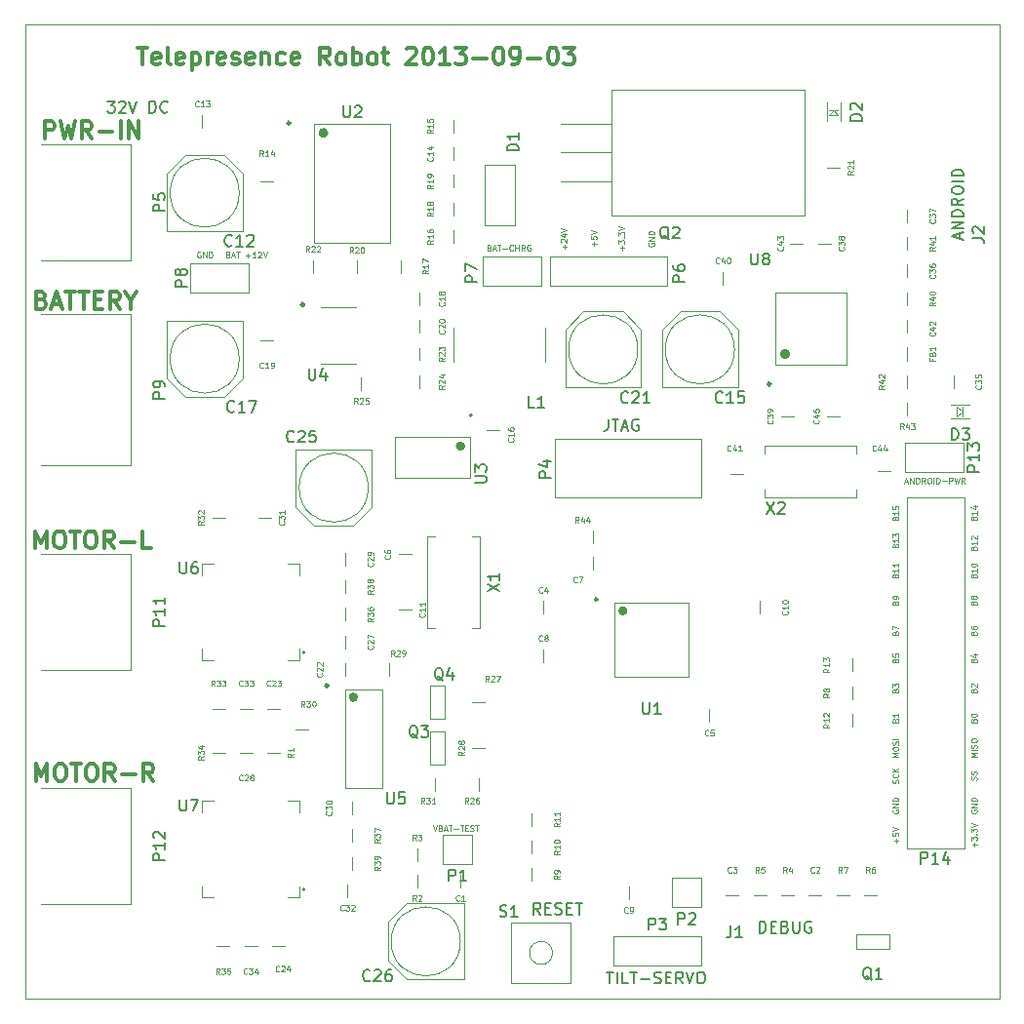
<source format=gto>
G04 (created by PCBNEW (2013-mar-13)-testing) date Tue 03 Sep 2013 03:09:10 PM EDT*
%MOIN*%
G04 Gerber Fmt 3.4, Leading zero omitted, Abs format*
%FSLAX34Y34*%
G01*
G70*
G90*
G04 APERTURE LIST*
%ADD10C,0.005906*%
%ADD11C,0.004724*%
%ADD12C,0.007874*%
%ADD13C,0.011811*%
%ADD14C,0.003937*%
%ADD15C,0.009843*%
%ADD16C,0.015748*%
%ADD17C,0.017717*%
%ADD18C,0.019685*%
G04 APERTURE END LIST*
G54D10*
G54D11*
X57332Y-41703D02*
X57397Y-41900D01*
X57463Y-41703D01*
X57594Y-41796D02*
X57622Y-41806D01*
X57632Y-41815D01*
X57641Y-41834D01*
X57641Y-41862D01*
X57632Y-41881D01*
X57622Y-41890D01*
X57604Y-41900D01*
X57529Y-41900D01*
X57529Y-41703D01*
X57594Y-41703D01*
X57613Y-41712D01*
X57622Y-41721D01*
X57632Y-41740D01*
X57632Y-41759D01*
X57622Y-41778D01*
X57613Y-41787D01*
X57594Y-41796D01*
X57529Y-41796D01*
X57716Y-41843D02*
X57810Y-41843D01*
X57697Y-41900D02*
X57763Y-41703D01*
X57829Y-41900D01*
X57866Y-41703D02*
X57979Y-41703D01*
X57922Y-41900D02*
X57922Y-41703D01*
X58044Y-41825D02*
X58194Y-41825D01*
X58260Y-41703D02*
X58372Y-41703D01*
X58316Y-41900D02*
X58316Y-41703D01*
X58438Y-41796D02*
X58503Y-41796D01*
X58532Y-41900D02*
X58438Y-41900D01*
X58438Y-41703D01*
X58532Y-41703D01*
X58607Y-41890D02*
X58635Y-41900D01*
X58682Y-41900D01*
X58700Y-41890D01*
X58710Y-41881D01*
X58719Y-41862D01*
X58719Y-41843D01*
X58710Y-41825D01*
X58700Y-41815D01*
X58682Y-41806D01*
X58644Y-41796D01*
X58625Y-41787D01*
X58616Y-41778D01*
X58607Y-41759D01*
X58607Y-41740D01*
X58616Y-41721D01*
X58625Y-41712D01*
X58644Y-41703D01*
X58691Y-41703D01*
X58719Y-41712D01*
X58775Y-41703D02*
X58888Y-41703D01*
X58832Y-41900D02*
X58832Y-41703D01*
G54D12*
X61002Y-44745D02*
X60871Y-44557D01*
X60778Y-44745D02*
X60778Y-44351D01*
X60928Y-44351D01*
X60965Y-44370D01*
X60984Y-44388D01*
X61002Y-44426D01*
X61002Y-44482D01*
X60984Y-44520D01*
X60965Y-44538D01*
X60928Y-44557D01*
X60778Y-44557D01*
X61171Y-44538D02*
X61302Y-44538D01*
X61359Y-44745D02*
X61171Y-44745D01*
X61171Y-44351D01*
X61359Y-44351D01*
X61509Y-44726D02*
X61565Y-44745D01*
X61659Y-44745D01*
X61696Y-44726D01*
X61715Y-44707D01*
X61734Y-44670D01*
X61734Y-44632D01*
X61715Y-44595D01*
X61696Y-44576D01*
X61659Y-44557D01*
X61584Y-44538D01*
X61546Y-44520D01*
X61527Y-44501D01*
X61509Y-44463D01*
X61509Y-44426D01*
X61527Y-44388D01*
X61546Y-44370D01*
X61584Y-44351D01*
X61677Y-44351D01*
X61734Y-44370D01*
X61902Y-44538D02*
X62034Y-44538D01*
X62090Y-44745D02*
X61902Y-44745D01*
X61902Y-44351D01*
X62090Y-44351D01*
X62202Y-44351D02*
X62427Y-44351D01*
X62315Y-44745D02*
X62315Y-44351D01*
G54D11*
X49377Y-22106D02*
X49358Y-22096D01*
X49330Y-22096D01*
X49302Y-22106D01*
X49283Y-22125D01*
X49274Y-22143D01*
X49265Y-22181D01*
X49265Y-22209D01*
X49274Y-22246D01*
X49283Y-22265D01*
X49302Y-22284D01*
X49330Y-22293D01*
X49349Y-22293D01*
X49377Y-22284D01*
X49386Y-22275D01*
X49386Y-22209D01*
X49349Y-22209D01*
X49471Y-22293D02*
X49471Y-22096D01*
X49583Y-22293D01*
X49583Y-22096D01*
X49677Y-22293D02*
X49677Y-22096D01*
X49724Y-22096D01*
X49752Y-22106D01*
X49771Y-22125D01*
X49780Y-22143D01*
X49790Y-22181D01*
X49790Y-22209D01*
X49780Y-22246D01*
X49771Y-22265D01*
X49752Y-22284D01*
X49724Y-22293D01*
X49677Y-22293D01*
X50330Y-22190D02*
X50359Y-22200D01*
X50368Y-22209D01*
X50377Y-22228D01*
X50377Y-22256D01*
X50368Y-22275D01*
X50359Y-22284D01*
X50340Y-22293D01*
X50265Y-22293D01*
X50265Y-22096D01*
X50330Y-22096D01*
X50349Y-22106D01*
X50359Y-22115D01*
X50368Y-22134D01*
X50368Y-22153D01*
X50359Y-22171D01*
X50349Y-22181D01*
X50330Y-22190D01*
X50265Y-22190D01*
X50452Y-22237D02*
X50546Y-22237D01*
X50434Y-22293D02*
X50499Y-22096D01*
X50565Y-22293D01*
X50602Y-22096D02*
X50715Y-22096D01*
X50658Y-22293D02*
X50658Y-22096D01*
X50930Y-22218D02*
X51080Y-22218D01*
X51005Y-22293D02*
X51005Y-22143D01*
X51277Y-22293D02*
X51165Y-22293D01*
X51221Y-22293D02*
X51221Y-22096D01*
X51202Y-22125D01*
X51183Y-22143D01*
X51165Y-22153D01*
X51352Y-22115D02*
X51362Y-22106D01*
X51380Y-22096D01*
X51427Y-22096D01*
X51446Y-22106D01*
X51455Y-22115D01*
X51465Y-22134D01*
X51465Y-22153D01*
X51455Y-22181D01*
X51343Y-22293D01*
X51465Y-22293D01*
X51521Y-22096D02*
X51586Y-22293D01*
X51652Y-22096D01*
X59255Y-21954D02*
X59283Y-21963D01*
X59293Y-21973D01*
X59302Y-21991D01*
X59302Y-22020D01*
X59293Y-22038D01*
X59283Y-22048D01*
X59265Y-22057D01*
X59190Y-22057D01*
X59190Y-21860D01*
X59255Y-21860D01*
X59274Y-21870D01*
X59283Y-21879D01*
X59293Y-21898D01*
X59293Y-21916D01*
X59283Y-21935D01*
X59274Y-21945D01*
X59255Y-21954D01*
X59190Y-21954D01*
X59377Y-22001D02*
X59471Y-22001D01*
X59358Y-22057D02*
X59424Y-21860D01*
X59490Y-22057D01*
X59527Y-21860D02*
X59640Y-21860D01*
X59583Y-22057D02*
X59583Y-21860D01*
X59705Y-21982D02*
X59855Y-21982D01*
X60061Y-22038D02*
X60052Y-22048D01*
X60024Y-22057D01*
X60005Y-22057D01*
X59977Y-22048D01*
X59958Y-22029D01*
X59949Y-22010D01*
X59940Y-21973D01*
X59940Y-21945D01*
X59949Y-21907D01*
X59958Y-21888D01*
X59977Y-21870D01*
X60005Y-21860D01*
X60024Y-21860D01*
X60052Y-21870D01*
X60061Y-21879D01*
X60146Y-22057D02*
X60146Y-21860D01*
X60146Y-21954D02*
X60258Y-21954D01*
X60258Y-22057D02*
X60258Y-21860D01*
X60464Y-22057D02*
X60399Y-21963D01*
X60352Y-22057D02*
X60352Y-21860D01*
X60427Y-21860D01*
X60446Y-21870D01*
X60455Y-21879D01*
X60464Y-21898D01*
X60464Y-21926D01*
X60455Y-21945D01*
X60446Y-21954D01*
X60427Y-21963D01*
X60352Y-21963D01*
X60652Y-21870D02*
X60633Y-21860D01*
X60605Y-21860D01*
X60577Y-21870D01*
X60558Y-21888D01*
X60549Y-21907D01*
X60539Y-21945D01*
X60539Y-21973D01*
X60549Y-22010D01*
X60558Y-22029D01*
X60577Y-22048D01*
X60605Y-22057D01*
X60624Y-22057D01*
X60652Y-22048D01*
X60661Y-22038D01*
X60661Y-21973D01*
X60624Y-21973D01*
X64704Y-21803D02*
X64695Y-21822D01*
X64695Y-21850D01*
X64704Y-21878D01*
X64723Y-21897D01*
X64742Y-21906D01*
X64779Y-21916D01*
X64807Y-21916D01*
X64845Y-21906D01*
X64864Y-21897D01*
X64882Y-21878D01*
X64892Y-21850D01*
X64892Y-21831D01*
X64882Y-21803D01*
X64873Y-21794D01*
X64807Y-21794D01*
X64807Y-21831D01*
X64892Y-21709D02*
X64695Y-21709D01*
X64892Y-21597D01*
X64695Y-21597D01*
X64892Y-21503D02*
X64695Y-21503D01*
X64695Y-21456D01*
X64704Y-21428D01*
X64723Y-21409D01*
X64742Y-21400D01*
X64779Y-21391D01*
X64807Y-21391D01*
X64845Y-21400D01*
X64864Y-21409D01*
X64882Y-21428D01*
X64892Y-21456D01*
X64892Y-21503D01*
X63793Y-22047D02*
X63793Y-21897D01*
X63868Y-21972D02*
X63718Y-21972D01*
X63671Y-21822D02*
X63671Y-21700D01*
X63746Y-21766D01*
X63746Y-21737D01*
X63756Y-21719D01*
X63765Y-21709D01*
X63784Y-21700D01*
X63831Y-21700D01*
X63849Y-21709D01*
X63859Y-21719D01*
X63868Y-21737D01*
X63868Y-21794D01*
X63859Y-21812D01*
X63849Y-21822D01*
X63849Y-21616D02*
X63859Y-21606D01*
X63868Y-21616D01*
X63859Y-21625D01*
X63849Y-21616D01*
X63868Y-21616D01*
X63671Y-21541D02*
X63671Y-21419D01*
X63746Y-21484D01*
X63746Y-21456D01*
X63756Y-21437D01*
X63765Y-21428D01*
X63784Y-21419D01*
X63831Y-21419D01*
X63849Y-21428D01*
X63859Y-21437D01*
X63868Y-21456D01*
X63868Y-21512D01*
X63859Y-21531D01*
X63849Y-21541D01*
X63671Y-21362D02*
X63868Y-21297D01*
X63671Y-21231D01*
X62848Y-21906D02*
X62848Y-21756D01*
X62923Y-21831D02*
X62773Y-21831D01*
X62726Y-21569D02*
X62726Y-21662D01*
X62820Y-21672D01*
X62811Y-21662D01*
X62801Y-21644D01*
X62801Y-21597D01*
X62811Y-21578D01*
X62820Y-21569D01*
X62839Y-21559D01*
X62886Y-21559D01*
X62904Y-21569D01*
X62914Y-21578D01*
X62923Y-21597D01*
X62923Y-21644D01*
X62914Y-21662D01*
X62904Y-21672D01*
X62726Y-21503D02*
X62923Y-21437D01*
X62726Y-21372D01*
X61825Y-22000D02*
X61825Y-21850D01*
X61900Y-21925D02*
X61750Y-21925D01*
X61721Y-21766D02*
X61712Y-21756D01*
X61703Y-21737D01*
X61703Y-21691D01*
X61712Y-21672D01*
X61721Y-21662D01*
X61740Y-21653D01*
X61759Y-21653D01*
X61787Y-21662D01*
X61900Y-21775D01*
X61900Y-21653D01*
X61768Y-21484D02*
X61900Y-21484D01*
X61693Y-21531D02*
X61834Y-21578D01*
X61834Y-21456D01*
X61703Y-21409D02*
X61900Y-21344D01*
X61703Y-21278D01*
G54D12*
X63320Y-27815D02*
X63320Y-28097D01*
X63301Y-28153D01*
X63263Y-28190D01*
X63207Y-28209D01*
X63170Y-28209D01*
X63451Y-27815D02*
X63676Y-27815D01*
X63563Y-28209D02*
X63563Y-27815D01*
X63788Y-28097D02*
X63976Y-28097D01*
X63751Y-28209D02*
X63882Y-27815D01*
X64013Y-28209D01*
X64351Y-27834D02*
X64313Y-27815D01*
X64257Y-27815D01*
X64201Y-27834D01*
X64163Y-27872D01*
X64145Y-27909D01*
X64126Y-27984D01*
X64126Y-28040D01*
X64145Y-28115D01*
X64163Y-28153D01*
X64201Y-28190D01*
X64257Y-28209D01*
X64295Y-28209D01*
X64351Y-28190D01*
X64370Y-28172D01*
X64370Y-28040D01*
X64295Y-28040D01*
G54D11*
X73461Y-29954D02*
X73555Y-29954D01*
X73443Y-30010D02*
X73508Y-29813D01*
X73574Y-30010D01*
X73639Y-30010D02*
X73639Y-29813D01*
X73752Y-30010D01*
X73752Y-29813D01*
X73846Y-30010D02*
X73846Y-29813D01*
X73892Y-29813D01*
X73921Y-29822D01*
X73939Y-29841D01*
X73949Y-29860D01*
X73958Y-29897D01*
X73958Y-29925D01*
X73949Y-29963D01*
X73939Y-29982D01*
X73921Y-30000D01*
X73892Y-30010D01*
X73846Y-30010D01*
X74155Y-30010D02*
X74089Y-29916D01*
X74042Y-30010D02*
X74042Y-29813D01*
X74117Y-29813D01*
X74136Y-29822D01*
X74146Y-29832D01*
X74155Y-29850D01*
X74155Y-29879D01*
X74146Y-29897D01*
X74136Y-29907D01*
X74117Y-29916D01*
X74042Y-29916D01*
X74277Y-29813D02*
X74314Y-29813D01*
X74333Y-29822D01*
X74352Y-29841D01*
X74361Y-29879D01*
X74361Y-29944D01*
X74352Y-29982D01*
X74333Y-30000D01*
X74314Y-30010D01*
X74277Y-30010D01*
X74258Y-30000D01*
X74239Y-29982D01*
X74230Y-29944D01*
X74230Y-29879D01*
X74239Y-29841D01*
X74258Y-29822D01*
X74277Y-29813D01*
X74446Y-30010D02*
X74446Y-29813D01*
X74539Y-30010D02*
X74539Y-29813D01*
X74586Y-29813D01*
X74614Y-29822D01*
X74633Y-29841D01*
X74642Y-29860D01*
X74652Y-29897D01*
X74652Y-29925D01*
X74642Y-29963D01*
X74633Y-29982D01*
X74614Y-30000D01*
X74586Y-30010D01*
X74539Y-30010D01*
X74736Y-29935D02*
X74886Y-29935D01*
X74980Y-30010D02*
X74980Y-29813D01*
X75055Y-29813D01*
X75074Y-29822D01*
X75083Y-29832D01*
X75092Y-29850D01*
X75092Y-29879D01*
X75083Y-29897D01*
X75074Y-29907D01*
X75055Y-29916D01*
X74980Y-29916D01*
X75158Y-29813D02*
X75205Y-30010D01*
X75242Y-29869D01*
X75280Y-30010D01*
X75327Y-29813D01*
X75514Y-30010D02*
X75449Y-29916D01*
X75402Y-30010D02*
X75402Y-29813D01*
X75477Y-29813D01*
X75495Y-29822D01*
X75505Y-29832D01*
X75514Y-29850D01*
X75514Y-29879D01*
X75505Y-29897D01*
X75495Y-29907D01*
X75477Y-29916D01*
X75402Y-29916D01*
X75812Y-31197D02*
X75822Y-31168D01*
X75831Y-31159D01*
X75850Y-31150D01*
X75878Y-31150D01*
X75897Y-31159D01*
X75906Y-31168D01*
X75915Y-31187D01*
X75915Y-31262D01*
X75718Y-31262D01*
X75718Y-31197D01*
X75728Y-31178D01*
X75737Y-31168D01*
X75756Y-31159D01*
X75775Y-31159D01*
X75793Y-31168D01*
X75803Y-31178D01*
X75812Y-31197D01*
X75812Y-31262D01*
X75915Y-30962D02*
X75915Y-31075D01*
X75915Y-31018D02*
X75718Y-31018D01*
X75747Y-31037D01*
X75765Y-31056D01*
X75775Y-31075D01*
X75784Y-30793D02*
X75915Y-30793D01*
X75709Y-30840D02*
X75850Y-30887D01*
X75850Y-30765D01*
X75812Y-32220D02*
X75822Y-32192D01*
X75831Y-32183D01*
X75850Y-32173D01*
X75878Y-32173D01*
X75897Y-32183D01*
X75906Y-32192D01*
X75915Y-32211D01*
X75915Y-32286D01*
X75718Y-32286D01*
X75718Y-32220D01*
X75728Y-32201D01*
X75737Y-32192D01*
X75756Y-32183D01*
X75775Y-32183D01*
X75793Y-32192D01*
X75803Y-32201D01*
X75812Y-32220D01*
X75812Y-32286D01*
X75915Y-31986D02*
X75915Y-32098D01*
X75915Y-32042D02*
X75718Y-32042D01*
X75747Y-32061D01*
X75765Y-32080D01*
X75775Y-32098D01*
X75737Y-31911D02*
X75728Y-31901D01*
X75718Y-31883D01*
X75718Y-31836D01*
X75728Y-31817D01*
X75737Y-31808D01*
X75756Y-31798D01*
X75775Y-31798D01*
X75803Y-31808D01*
X75915Y-31920D01*
X75915Y-31798D01*
X75812Y-33165D02*
X75822Y-33137D01*
X75831Y-33128D01*
X75850Y-33118D01*
X75878Y-33118D01*
X75897Y-33128D01*
X75906Y-33137D01*
X75915Y-33156D01*
X75915Y-33231D01*
X75718Y-33231D01*
X75718Y-33165D01*
X75728Y-33146D01*
X75737Y-33137D01*
X75756Y-33128D01*
X75775Y-33128D01*
X75793Y-33137D01*
X75803Y-33146D01*
X75812Y-33165D01*
X75812Y-33231D01*
X75915Y-32931D02*
X75915Y-33043D01*
X75915Y-32987D02*
X75718Y-32987D01*
X75747Y-33006D01*
X75765Y-33024D01*
X75775Y-33043D01*
X75718Y-32809D02*
X75718Y-32790D01*
X75728Y-32771D01*
X75737Y-32762D01*
X75756Y-32753D01*
X75793Y-32743D01*
X75840Y-32743D01*
X75878Y-32753D01*
X75897Y-32762D01*
X75906Y-32771D01*
X75915Y-32790D01*
X75915Y-32809D01*
X75906Y-32828D01*
X75897Y-32837D01*
X75878Y-32846D01*
X75840Y-32856D01*
X75793Y-32856D01*
X75756Y-32846D01*
X75737Y-32837D01*
X75728Y-32828D01*
X75718Y-32809D01*
X75812Y-34095D02*
X75822Y-34067D01*
X75831Y-34057D01*
X75850Y-34048D01*
X75878Y-34048D01*
X75897Y-34057D01*
X75906Y-34067D01*
X75915Y-34086D01*
X75915Y-34161D01*
X75718Y-34161D01*
X75718Y-34095D01*
X75728Y-34076D01*
X75737Y-34067D01*
X75756Y-34057D01*
X75775Y-34057D01*
X75793Y-34067D01*
X75803Y-34076D01*
X75812Y-34095D01*
X75812Y-34161D01*
X75803Y-33936D02*
X75793Y-33954D01*
X75784Y-33964D01*
X75765Y-33973D01*
X75756Y-33973D01*
X75737Y-33964D01*
X75728Y-33954D01*
X75718Y-33936D01*
X75718Y-33898D01*
X75728Y-33879D01*
X75737Y-33870D01*
X75756Y-33861D01*
X75765Y-33861D01*
X75784Y-33870D01*
X75793Y-33879D01*
X75803Y-33898D01*
X75803Y-33936D01*
X75812Y-33954D01*
X75822Y-33964D01*
X75840Y-33973D01*
X75878Y-33973D01*
X75897Y-33964D01*
X75906Y-33954D01*
X75915Y-33936D01*
X75915Y-33898D01*
X75906Y-33879D01*
X75897Y-33870D01*
X75878Y-33861D01*
X75840Y-33861D01*
X75822Y-33870D01*
X75812Y-33879D01*
X75803Y-33898D01*
X75812Y-35119D02*
X75822Y-35090D01*
X75831Y-35081D01*
X75850Y-35072D01*
X75878Y-35072D01*
X75897Y-35081D01*
X75906Y-35090D01*
X75915Y-35109D01*
X75915Y-35184D01*
X75718Y-35184D01*
X75718Y-35119D01*
X75728Y-35100D01*
X75737Y-35090D01*
X75756Y-35081D01*
X75775Y-35081D01*
X75793Y-35090D01*
X75803Y-35100D01*
X75812Y-35119D01*
X75812Y-35184D01*
X75718Y-34903D02*
X75718Y-34940D01*
X75728Y-34959D01*
X75737Y-34969D01*
X75765Y-34987D01*
X75803Y-34997D01*
X75878Y-34997D01*
X75897Y-34987D01*
X75906Y-34978D01*
X75915Y-34959D01*
X75915Y-34922D01*
X75906Y-34903D01*
X75897Y-34894D01*
X75878Y-34884D01*
X75831Y-34884D01*
X75812Y-34894D01*
X75803Y-34903D01*
X75793Y-34922D01*
X75793Y-34959D01*
X75803Y-34978D01*
X75812Y-34987D01*
X75831Y-34997D01*
X75812Y-36063D02*
X75822Y-36035D01*
X75831Y-36026D01*
X75850Y-36017D01*
X75878Y-36017D01*
X75897Y-36026D01*
X75906Y-36035D01*
X75915Y-36054D01*
X75915Y-36129D01*
X75718Y-36129D01*
X75718Y-36063D01*
X75728Y-36045D01*
X75737Y-36035D01*
X75756Y-36026D01*
X75775Y-36026D01*
X75793Y-36035D01*
X75803Y-36045D01*
X75812Y-36063D01*
X75812Y-36129D01*
X75784Y-35848D02*
X75915Y-35848D01*
X75709Y-35895D02*
X75850Y-35942D01*
X75850Y-35820D01*
X75812Y-37087D02*
X75822Y-37059D01*
X75831Y-37050D01*
X75850Y-37040D01*
X75878Y-37040D01*
X75897Y-37050D01*
X75906Y-37059D01*
X75915Y-37078D01*
X75915Y-37153D01*
X75718Y-37153D01*
X75718Y-37087D01*
X75728Y-37068D01*
X75737Y-37059D01*
X75756Y-37050D01*
X75775Y-37050D01*
X75793Y-37059D01*
X75803Y-37068D01*
X75812Y-37087D01*
X75812Y-37153D01*
X75737Y-36965D02*
X75728Y-36956D01*
X75718Y-36937D01*
X75718Y-36890D01*
X75728Y-36871D01*
X75737Y-36862D01*
X75756Y-36853D01*
X75775Y-36853D01*
X75803Y-36862D01*
X75915Y-36975D01*
X75915Y-36853D01*
X75812Y-38111D02*
X75822Y-38083D01*
X75831Y-38073D01*
X75850Y-38064D01*
X75878Y-38064D01*
X75897Y-38073D01*
X75906Y-38083D01*
X75915Y-38101D01*
X75915Y-38176D01*
X75718Y-38176D01*
X75718Y-38111D01*
X75728Y-38092D01*
X75737Y-38083D01*
X75756Y-38073D01*
X75775Y-38073D01*
X75793Y-38083D01*
X75803Y-38092D01*
X75812Y-38111D01*
X75812Y-38176D01*
X75718Y-37942D02*
X75718Y-37923D01*
X75728Y-37904D01*
X75737Y-37895D01*
X75756Y-37886D01*
X75793Y-37876D01*
X75840Y-37876D01*
X75878Y-37886D01*
X75897Y-37895D01*
X75906Y-37904D01*
X75915Y-37923D01*
X75915Y-37942D01*
X75906Y-37961D01*
X75897Y-37970D01*
X75878Y-37979D01*
X75840Y-37989D01*
X75793Y-37989D01*
X75756Y-37979D01*
X75737Y-37970D01*
X75728Y-37961D01*
X75718Y-37942D01*
X75915Y-39364D02*
X75718Y-39364D01*
X75859Y-39298D01*
X75718Y-39233D01*
X75915Y-39233D01*
X75915Y-39139D02*
X75718Y-39139D01*
X75906Y-39055D02*
X75915Y-39026D01*
X75915Y-38980D01*
X75906Y-38961D01*
X75897Y-38952D01*
X75878Y-38942D01*
X75859Y-38942D01*
X75840Y-38952D01*
X75831Y-38961D01*
X75822Y-38980D01*
X75812Y-39017D01*
X75803Y-39036D01*
X75793Y-39045D01*
X75775Y-39055D01*
X75756Y-39055D01*
X75737Y-39045D01*
X75728Y-39036D01*
X75718Y-39017D01*
X75718Y-38970D01*
X75728Y-38942D01*
X75718Y-38820D02*
X75718Y-38783D01*
X75728Y-38764D01*
X75747Y-38745D01*
X75784Y-38736D01*
X75850Y-38736D01*
X75887Y-38745D01*
X75906Y-38764D01*
X75915Y-38783D01*
X75915Y-38820D01*
X75906Y-38839D01*
X75887Y-38858D01*
X75850Y-38867D01*
X75784Y-38867D01*
X75747Y-38858D01*
X75728Y-38839D01*
X75718Y-38820D01*
X75906Y-40149D02*
X75915Y-40121D01*
X75915Y-40074D01*
X75906Y-40056D01*
X75897Y-40046D01*
X75878Y-40037D01*
X75859Y-40037D01*
X75840Y-40046D01*
X75831Y-40056D01*
X75822Y-40074D01*
X75812Y-40112D01*
X75803Y-40131D01*
X75793Y-40140D01*
X75775Y-40149D01*
X75756Y-40149D01*
X75737Y-40140D01*
X75728Y-40131D01*
X75718Y-40112D01*
X75718Y-40065D01*
X75728Y-40037D01*
X75906Y-39962D02*
X75915Y-39934D01*
X75915Y-39887D01*
X75906Y-39868D01*
X75897Y-39859D01*
X75878Y-39850D01*
X75859Y-39850D01*
X75840Y-39859D01*
X75831Y-39868D01*
X75822Y-39887D01*
X75812Y-39925D01*
X75803Y-39943D01*
X75793Y-39953D01*
X75775Y-39962D01*
X75756Y-39962D01*
X75737Y-39953D01*
X75728Y-39943D01*
X75718Y-39925D01*
X75718Y-39878D01*
X75728Y-39850D01*
X73229Y-40253D02*
X73238Y-40224D01*
X73238Y-40178D01*
X73229Y-40159D01*
X73219Y-40149D01*
X73201Y-40140D01*
X73182Y-40140D01*
X73163Y-40149D01*
X73154Y-40159D01*
X73144Y-40178D01*
X73135Y-40215D01*
X73126Y-40234D01*
X73116Y-40243D01*
X73098Y-40253D01*
X73079Y-40253D01*
X73060Y-40243D01*
X73051Y-40234D01*
X73041Y-40215D01*
X73041Y-40168D01*
X73051Y-40140D01*
X73219Y-39943D02*
X73229Y-39953D01*
X73238Y-39981D01*
X73238Y-40000D01*
X73229Y-40028D01*
X73210Y-40046D01*
X73191Y-40056D01*
X73154Y-40065D01*
X73126Y-40065D01*
X73088Y-40056D01*
X73069Y-40046D01*
X73051Y-40028D01*
X73041Y-40000D01*
X73041Y-39981D01*
X73051Y-39953D01*
X73060Y-39943D01*
X73238Y-39859D02*
X73041Y-39859D01*
X73238Y-39746D02*
X73126Y-39831D01*
X73041Y-39746D02*
X73154Y-39859D01*
X73238Y-39364D02*
X73041Y-39364D01*
X73182Y-39298D01*
X73041Y-39233D01*
X73238Y-39233D01*
X73041Y-39101D02*
X73041Y-39064D01*
X73051Y-39045D01*
X73069Y-39026D01*
X73107Y-39017D01*
X73173Y-39017D01*
X73210Y-39026D01*
X73229Y-39045D01*
X73238Y-39064D01*
X73238Y-39101D01*
X73229Y-39120D01*
X73210Y-39139D01*
X73173Y-39148D01*
X73107Y-39148D01*
X73069Y-39139D01*
X73051Y-39120D01*
X73041Y-39101D01*
X73229Y-38942D02*
X73238Y-38914D01*
X73238Y-38867D01*
X73229Y-38848D01*
X73219Y-38839D01*
X73201Y-38830D01*
X73182Y-38830D01*
X73163Y-38839D01*
X73154Y-38848D01*
X73144Y-38867D01*
X73135Y-38905D01*
X73126Y-38923D01*
X73116Y-38933D01*
X73098Y-38942D01*
X73079Y-38942D01*
X73060Y-38933D01*
X73051Y-38923D01*
X73041Y-38905D01*
X73041Y-38858D01*
X73051Y-38830D01*
X73238Y-38745D02*
X73041Y-38745D01*
X73135Y-38111D02*
X73144Y-38083D01*
X73154Y-38073D01*
X73173Y-38064D01*
X73201Y-38064D01*
X73219Y-38073D01*
X73229Y-38083D01*
X73238Y-38101D01*
X73238Y-38176D01*
X73041Y-38176D01*
X73041Y-38111D01*
X73051Y-38092D01*
X73060Y-38083D01*
X73079Y-38073D01*
X73098Y-38073D01*
X73116Y-38083D01*
X73126Y-38092D01*
X73135Y-38111D01*
X73135Y-38176D01*
X73238Y-37876D02*
X73238Y-37989D01*
X73238Y-37933D02*
X73041Y-37933D01*
X73069Y-37951D01*
X73088Y-37970D01*
X73098Y-37989D01*
X73135Y-37087D02*
X73144Y-37059D01*
X73154Y-37050D01*
X73173Y-37040D01*
X73201Y-37040D01*
X73219Y-37050D01*
X73229Y-37059D01*
X73238Y-37078D01*
X73238Y-37153D01*
X73041Y-37153D01*
X73041Y-37087D01*
X73051Y-37068D01*
X73060Y-37059D01*
X73079Y-37050D01*
X73098Y-37050D01*
X73116Y-37059D01*
X73126Y-37068D01*
X73135Y-37087D01*
X73135Y-37153D01*
X73041Y-36975D02*
X73041Y-36853D01*
X73116Y-36918D01*
X73116Y-36890D01*
X73126Y-36871D01*
X73135Y-36862D01*
X73154Y-36853D01*
X73201Y-36853D01*
X73219Y-36862D01*
X73229Y-36871D01*
X73238Y-36890D01*
X73238Y-36946D01*
X73229Y-36965D01*
X73219Y-36975D01*
X73135Y-36063D02*
X73144Y-36035D01*
X73154Y-36026D01*
X73173Y-36017D01*
X73201Y-36017D01*
X73219Y-36026D01*
X73229Y-36035D01*
X73238Y-36054D01*
X73238Y-36129D01*
X73041Y-36129D01*
X73041Y-36063D01*
X73051Y-36045D01*
X73060Y-36035D01*
X73079Y-36026D01*
X73098Y-36026D01*
X73116Y-36035D01*
X73126Y-36045D01*
X73135Y-36063D01*
X73135Y-36129D01*
X73041Y-35838D02*
X73041Y-35932D01*
X73135Y-35942D01*
X73126Y-35932D01*
X73116Y-35913D01*
X73116Y-35867D01*
X73126Y-35848D01*
X73135Y-35838D01*
X73154Y-35829D01*
X73201Y-35829D01*
X73219Y-35838D01*
X73229Y-35848D01*
X73238Y-35867D01*
X73238Y-35913D01*
X73229Y-35932D01*
X73219Y-35942D01*
X73135Y-35119D02*
X73144Y-35090D01*
X73154Y-35081D01*
X73173Y-35072D01*
X73201Y-35072D01*
X73219Y-35081D01*
X73229Y-35090D01*
X73238Y-35109D01*
X73238Y-35184D01*
X73041Y-35184D01*
X73041Y-35119D01*
X73051Y-35100D01*
X73060Y-35090D01*
X73079Y-35081D01*
X73098Y-35081D01*
X73116Y-35090D01*
X73126Y-35100D01*
X73135Y-35119D01*
X73135Y-35184D01*
X73041Y-35006D02*
X73041Y-34875D01*
X73238Y-34959D01*
X73135Y-34095D02*
X73144Y-34067D01*
X73154Y-34057D01*
X73173Y-34048D01*
X73201Y-34048D01*
X73219Y-34057D01*
X73229Y-34067D01*
X73238Y-34086D01*
X73238Y-34161D01*
X73041Y-34161D01*
X73041Y-34095D01*
X73051Y-34076D01*
X73060Y-34067D01*
X73079Y-34057D01*
X73098Y-34057D01*
X73116Y-34067D01*
X73126Y-34076D01*
X73135Y-34095D01*
X73135Y-34161D01*
X73238Y-33954D02*
X73238Y-33917D01*
X73229Y-33898D01*
X73219Y-33889D01*
X73191Y-33870D01*
X73154Y-33861D01*
X73079Y-33861D01*
X73060Y-33870D01*
X73051Y-33879D01*
X73041Y-33898D01*
X73041Y-33936D01*
X73051Y-33954D01*
X73060Y-33964D01*
X73079Y-33973D01*
X73126Y-33973D01*
X73144Y-33964D01*
X73154Y-33954D01*
X73163Y-33936D01*
X73163Y-33898D01*
X73154Y-33879D01*
X73144Y-33870D01*
X73126Y-33861D01*
X73135Y-33165D02*
X73144Y-33137D01*
X73154Y-33128D01*
X73173Y-33118D01*
X73201Y-33118D01*
X73219Y-33128D01*
X73229Y-33137D01*
X73238Y-33156D01*
X73238Y-33231D01*
X73041Y-33231D01*
X73041Y-33165D01*
X73051Y-33146D01*
X73060Y-33137D01*
X73079Y-33128D01*
X73098Y-33128D01*
X73116Y-33137D01*
X73126Y-33146D01*
X73135Y-33165D01*
X73135Y-33231D01*
X73238Y-32931D02*
X73238Y-33043D01*
X73238Y-32987D02*
X73041Y-32987D01*
X73069Y-33006D01*
X73088Y-33024D01*
X73098Y-33043D01*
X73238Y-32743D02*
X73238Y-32856D01*
X73238Y-32799D02*
X73041Y-32799D01*
X73069Y-32818D01*
X73088Y-32837D01*
X73098Y-32856D01*
X73135Y-32141D02*
X73144Y-32113D01*
X73154Y-32104D01*
X73173Y-32095D01*
X73201Y-32095D01*
X73219Y-32104D01*
X73229Y-32113D01*
X73238Y-32132D01*
X73238Y-32207D01*
X73041Y-32207D01*
X73041Y-32141D01*
X73051Y-32123D01*
X73060Y-32113D01*
X73079Y-32104D01*
X73098Y-32104D01*
X73116Y-32113D01*
X73126Y-32123D01*
X73135Y-32141D01*
X73135Y-32207D01*
X73238Y-31907D02*
X73238Y-32020D01*
X73238Y-31963D02*
X73041Y-31963D01*
X73069Y-31982D01*
X73088Y-32001D01*
X73098Y-32020D01*
X73041Y-31841D02*
X73041Y-31720D01*
X73116Y-31785D01*
X73116Y-31757D01*
X73126Y-31738D01*
X73135Y-31729D01*
X73154Y-31720D01*
X73201Y-31720D01*
X73219Y-31729D01*
X73229Y-31738D01*
X73238Y-31757D01*
X73238Y-31813D01*
X73229Y-31832D01*
X73219Y-31841D01*
X73135Y-31197D02*
X73144Y-31168D01*
X73154Y-31159D01*
X73173Y-31150D01*
X73201Y-31150D01*
X73219Y-31159D01*
X73229Y-31168D01*
X73238Y-31187D01*
X73238Y-31262D01*
X73041Y-31262D01*
X73041Y-31197D01*
X73051Y-31178D01*
X73060Y-31168D01*
X73079Y-31159D01*
X73098Y-31159D01*
X73116Y-31168D01*
X73126Y-31178D01*
X73135Y-31197D01*
X73135Y-31262D01*
X73238Y-30962D02*
X73238Y-31075D01*
X73238Y-31018D02*
X73041Y-31018D01*
X73069Y-31037D01*
X73088Y-31056D01*
X73098Y-31075D01*
X73041Y-30784D02*
X73041Y-30878D01*
X73135Y-30887D01*
X73126Y-30878D01*
X73116Y-30859D01*
X73116Y-30812D01*
X73126Y-30793D01*
X73135Y-30784D01*
X73154Y-30775D01*
X73201Y-30775D01*
X73219Y-30784D01*
X73229Y-30793D01*
X73238Y-30812D01*
X73238Y-30859D01*
X73229Y-30878D01*
X73219Y-30887D01*
X75840Y-42440D02*
X75840Y-42290D01*
X75915Y-42365D02*
X75765Y-42365D01*
X75718Y-42215D02*
X75718Y-42094D01*
X75793Y-42159D01*
X75793Y-42131D01*
X75803Y-42112D01*
X75812Y-42103D01*
X75831Y-42094D01*
X75878Y-42094D01*
X75897Y-42103D01*
X75906Y-42112D01*
X75915Y-42131D01*
X75915Y-42187D01*
X75906Y-42206D01*
X75897Y-42215D01*
X75897Y-42009D02*
X75906Y-42000D01*
X75915Y-42009D01*
X75906Y-42019D01*
X75897Y-42009D01*
X75915Y-42009D01*
X75718Y-41934D02*
X75718Y-41812D01*
X75793Y-41878D01*
X75793Y-41850D01*
X75803Y-41831D01*
X75812Y-41822D01*
X75831Y-41812D01*
X75878Y-41812D01*
X75897Y-41822D01*
X75906Y-41831D01*
X75915Y-41850D01*
X75915Y-41906D01*
X75906Y-41925D01*
X75897Y-41934D01*
X75718Y-41756D02*
X75915Y-41691D01*
X75718Y-41625D01*
X73163Y-42300D02*
X73163Y-42150D01*
X73238Y-42225D02*
X73088Y-42225D01*
X73041Y-41962D02*
X73041Y-42056D01*
X73135Y-42065D01*
X73126Y-42056D01*
X73116Y-42037D01*
X73116Y-41991D01*
X73126Y-41972D01*
X73135Y-41962D01*
X73154Y-41953D01*
X73201Y-41953D01*
X73219Y-41962D01*
X73229Y-41972D01*
X73238Y-41991D01*
X73238Y-42037D01*
X73229Y-42056D01*
X73219Y-42065D01*
X73041Y-41897D02*
X73238Y-41831D01*
X73041Y-41766D01*
X75728Y-41173D02*
X75718Y-41192D01*
X75718Y-41220D01*
X75728Y-41248D01*
X75747Y-41267D01*
X75765Y-41276D01*
X75803Y-41286D01*
X75831Y-41286D01*
X75868Y-41276D01*
X75887Y-41267D01*
X75906Y-41248D01*
X75915Y-41220D01*
X75915Y-41201D01*
X75906Y-41173D01*
X75897Y-41164D01*
X75831Y-41164D01*
X75831Y-41201D01*
X75915Y-41079D02*
X75718Y-41079D01*
X75915Y-40967D01*
X75718Y-40967D01*
X75915Y-40873D02*
X75718Y-40873D01*
X75718Y-40826D01*
X75728Y-40798D01*
X75747Y-40779D01*
X75765Y-40770D01*
X75803Y-40761D01*
X75831Y-40761D01*
X75868Y-40770D01*
X75887Y-40779D01*
X75906Y-40798D01*
X75915Y-40826D01*
X75915Y-40873D01*
X73051Y-41173D02*
X73041Y-41192D01*
X73041Y-41220D01*
X73051Y-41248D01*
X73069Y-41267D01*
X73088Y-41276D01*
X73126Y-41286D01*
X73154Y-41286D01*
X73191Y-41276D01*
X73210Y-41267D01*
X73229Y-41248D01*
X73238Y-41220D01*
X73238Y-41201D01*
X73229Y-41173D01*
X73219Y-41164D01*
X73154Y-41164D01*
X73154Y-41201D01*
X73238Y-41079D02*
X73041Y-41079D01*
X73238Y-40967D01*
X73041Y-40967D01*
X73238Y-40873D02*
X73041Y-40873D01*
X73041Y-40826D01*
X73051Y-40798D01*
X73069Y-40779D01*
X73088Y-40770D01*
X73126Y-40761D01*
X73154Y-40761D01*
X73191Y-40770D01*
X73210Y-40779D01*
X73229Y-40798D01*
X73238Y-40826D01*
X73238Y-40873D01*
G54D13*
X47230Y-15109D02*
X47567Y-15109D01*
X47398Y-15700D02*
X47398Y-15109D01*
X47989Y-15672D02*
X47933Y-15700D01*
X47820Y-15700D01*
X47764Y-15672D01*
X47736Y-15615D01*
X47736Y-15390D01*
X47764Y-15334D01*
X47820Y-15306D01*
X47933Y-15306D01*
X47989Y-15334D01*
X48017Y-15390D01*
X48017Y-15447D01*
X47736Y-15503D01*
X48354Y-15700D02*
X48298Y-15672D01*
X48270Y-15615D01*
X48270Y-15109D01*
X48804Y-15672D02*
X48748Y-15700D01*
X48636Y-15700D01*
X48579Y-15672D01*
X48551Y-15615D01*
X48551Y-15390D01*
X48579Y-15334D01*
X48636Y-15306D01*
X48748Y-15306D01*
X48804Y-15334D01*
X48832Y-15390D01*
X48832Y-15447D01*
X48551Y-15503D01*
X49086Y-15306D02*
X49086Y-15897D01*
X49086Y-15334D02*
X49142Y-15306D01*
X49254Y-15306D01*
X49311Y-15334D01*
X49339Y-15362D01*
X49367Y-15419D01*
X49367Y-15587D01*
X49339Y-15643D01*
X49311Y-15672D01*
X49254Y-15700D01*
X49142Y-15700D01*
X49086Y-15672D01*
X49620Y-15700D02*
X49620Y-15306D01*
X49620Y-15419D02*
X49648Y-15362D01*
X49676Y-15334D01*
X49732Y-15306D01*
X49789Y-15306D01*
X50210Y-15672D02*
X50154Y-15700D01*
X50042Y-15700D01*
X49985Y-15672D01*
X49957Y-15615D01*
X49957Y-15390D01*
X49985Y-15334D01*
X50042Y-15306D01*
X50154Y-15306D01*
X50210Y-15334D01*
X50239Y-15390D01*
X50239Y-15447D01*
X49957Y-15503D01*
X50464Y-15672D02*
X50520Y-15700D01*
X50632Y-15700D01*
X50688Y-15672D01*
X50717Y-15615D01*
X50717Y-15587D01*
X50688Y-15531D01*
X50632Y-15503D01*
X50548Y-15503D01*
X50492Y-15475D01*
X50464Y-15419D01*
X50464Y-15390D01*
X50492Y-15334D01*
X50548Y-15306D01*
X50632Y-15306D01*
X50688Y-15334D01*
X51195Y-15672D02*
X51138Y-15700D01*
X51026Y-15700D01*
X50970Y-15672D01*
X50942Y-15615D01*
X50942Y-15390D01*
X50970Y-15334D01*
X51026Y-15306D01*
X51138Y-15306D01*
X51195Y-15334D01*
X51223Y-15390D01*
X51223Y-15447D01*
X50942Y-15503D01*
X51476Y-15306D02*
X51476Y-15700D01*
X51476Y-15362D02*
X51504Y-15334D01*
X51560Y-15306D01*
X51645Y-15306D01*
X51701Y-15334D01*
X51729Y-15390D01*
X51729Y-15700D01*
X52263Y-15672D02*
X52207Y-15700D01*
X52095Y-15700D01*
X52038Y-15672D01*
X52010Y-15643D01*
X51982Y-15587D01*
X51982Y-15419D01*
X52010Y-15362D01*
X52038Y-15334D01*
X52095Y-15306D01*
X52207Y-15306D01*
X52263Y-15334D01*
X52741Y-15672D02*
X52685Y-15700D01*
X52573Y-15700D01*
X52516Y-15672D01*
X52488Y-15615D01*
X52488Y-15390D01*
X52516Y-15334D01*
X52573Y-15306D01*
X52685Y-15306D01*
X52741Y-15334D01*
X52769Y-15390D01*
X52769Y-15447D01*
X52488Y-15503D01*
X53810Y-15700D02*
X53613Y-15419D01*
X53473Y-15700D02*
X53473Y-15109D01*
X53697Y-15109D01*
X53754Y-15137D01*
X53782Y-15165D01*
X53810Y-15222D01*
X53810Y-15306D01*
X53782Y-15362D01*
X53754Y-15390D01*
X53697Y-15419D01*
X53473Y-15419D01*
X54147Y-15700D02*
X54091Y-15672D01*
X54063Y-15643D01*
X54035Y-15587D01*
X54035Y-15419D01*
X54063Y-15362D01*
X54091Y-15334D01*
X54147Y-15306D01*
X54232Y-15306D01*
X54288Y-15334D01*
X54316Y-15362D01*
X54344Y-15419D01*
X54344Y-15587D01*
X54316Y-15643D01*
X54288Y-15672D01*
X54232Y-15700D01*
X54147Y-15700D01*
X54597Y-15700D02*
X54597Y-15109D01*
X54597Y-15334D02*
X54654Y-15306D01*
X54766Y-15306D01*
X54822Y-15334D01*
X54850Y-15362D01*
X54879Y-15419D01*
X54879Y-15587D01*
X54850Y-15643D01*
X54822Y-15672D01*
X54766Y-15700D01*
X54654Y-15700D01*
X54597Y-15672D01*
X55216Y-15700D02*
X55160Y-15672D01*
X55132Y-15643D01*
X55104Y-15587D01*
X55104Y-15419D01*
X55132Y-15362D01*
X55160Y-15334D01*
X55216Y-15306D01*
X55300Y-15306D01*
X55357Y-15334D01*
X55385Y-15362D01*
X55413Y-15419D01*
X55413Y-15587D01*
X55385Y-15643D01*
X55357Y-15672D01*
X55300Y-15700D01*
X55216Y-15700D01*
X55582Y-15306D02*
X55807Y-15306D01*
X55666Y-15109D02*
X55666Y-15615D01*
X55694Y-15672D01*
X55750Y-15700D01*
X55807Y-15700D01*
X56425Y-15165D02*
X56453Y-15137D01*
X56510Y-15109D01*
X56650Y-15109D01*
X56706Y-15137D01*
X56735Y-15165D01*
X56763Y-15222D01*
X56763Y-15278D01*
X56735Y-15362D01*
X56397Y-15700D01*
X56763Y-15700D01*
X57128Y-15109D02*
X57185Y-15109D01*
X57241Y-15137D01*
X57269Y-15165D01*
X57297Y-15222D01*
X57325Y-15334D01*
X57325Y-15475D01*
X57297Y-15587D01*
X57269Y-15643D01*
X57241Y-15672D01*
X57185Y-15700D01*
X57128Y-15700D01*
X57072Y-15672D01*
X57044Y-15643D01*
X57016Y-15587D01*
X56988Y-15475D01*
X56988Y-15334D01*
X57016Y-15222D01*
X57044Y-15165D01*
X57072Y-15137D01*
X57128Y-15109D01*
X57888Y-15700D02*
X57550Y-15700D01*
X57719Y-15700D02*
X57719Y-15109D01*
X57663Y-15194D01*
X57606Y-15250D01*
X57550Y-15278D01*
X58084Y-15109D02*
X58450Y-15109D01*
X58253Y-15334D01*
X58338Y-15334D01*
X58394Y-15362D01*
X58422Y-15390D01*
X58450Y-15447D01*
X58450Y-15587D01*
X58422Y-15643D01*
X58394Y-15672D01*
X58338Y-15700D01*
X58169Y-15700D01*
X58113Y-15672D01*
X58084Y-15643D01*
X58703Y-15475D02*
X59153Y-15475D01*
X59547Y-15109D02*
X59603Y-15109D01*
X59659Y-15137D01*
X59687Y-15165D01*
X59715Y-15222D01*
X59744Y-15334D01*
X59744Y-15475D01*
X59715Y-15587D01*
X59687Y-15643D01*
X59659Y-15672D01*
X59603Y-15700D01*
X59547Y-15700D01*
X59491Y-15672D01*
X59462Y-15643D01*
X59434Y-15587D01*
X59406Y-15475D01*
X59406Y-15334D01*
X59434Y-15222D01*
X59462Y-15165D01*
X59491Y-15137D01*
X59547Y-15109D01*
X60025Y-15700D02*
X60137Y-15700D01*
X60194Y-15672D01*
X60222Y-15643D01*
X60278Y-15559D01*
X60306Y-15447D01*
X60306Y-15222D01*
X60278Y-15165D01*
X60250Y-15137D01*
X60194Y-15109D01*
X60081Y-15109D01*
X60025Y-15137D01*
X59997Y-15165D01*
X59969Y-15222D01*
X59969Y-15362D01*
X59997Y-15419D01*
X60025Y-15447D01*
X60081Y-15475D01*
X60194Y-15475D01*
X60250Y-15447D01*
X60278Y-15419D01*
X60306Y-15362D01*
X60559Y-15475D02*
X61009Y-15475D01*
X61403Y-15109D02*
X61459Y-15109D01*
X61515Y-15137D01*
X61543Y-15165D01*
X61571Y-15222D01*
X61600Y-15334D01*
X61600Y-15475D01*
X61571Y-15587D01*
X61543Y-15643D01*
X61515Y-15672D01*
X61459Y-15700D01*
X61403Y-15700D01*
X61347Y-15672D01*
X61318Y-15643D01*
X61290Y-15587D01*
X61262Y-15475D01*
X61262Y-15334D01*
X61290Y-15222D01*
X61318Y-15165D01*
X61347Y-15137D01*
X61403Y-15109D01*
X61796Y-15109D02*
X62162Y-15109D01*
X61965Y-15334D01*
X62050Y-15334D01*
X62106Y-15362D01*
X62134Y-15390D01*
X62162Y-15447D01*
X62162Y-15587D01*
X62134Y-15643D01*
X62106Y-15672D01*
X62050Y-15700D01*
X61881Y-15700D01*
X61825Y-15672D01*
X61796Y-15643D01*
G54D12*
X46212Y-16949D02*
X46456Y-16949D01*
X46325Y-17099D01*
X46381Y-17099D01*
X46419Y-17118D01*
X46437Y-17137D01*
X46456Y-17174D01*
X46456Y-17268D01*
X46437Y-17305D01*
X46419Y-17324D01*
X46381Y-17343D01*
X46269Y-17343D01*
X46231Y-17324D01*
X46212Y-17305D01*
X46606Y-16987D02*
X46625Y-16968D01*
X46662Y-16949D01*
X46756Y-16949D01*
X46794Y-16968D01*
X46812Y-16987D01*
X46831Y-17024D01*
X46831Y-17062D01*
X46812Y-17118D01*
X46587Y-17343D01*
X46831Y-17343D01*
X46944Y-16949D02*
X47075Y-17343D01*
X47206Y-16949D01*
X47637Y-17343D02*
X47637Y-16949D01*
X47731Y-16949D01*
X47787Y-16968D01*
X47825Y-17005D01*
X47844Y-17043D01*
X47862Y-17118D01*
X47862Y-17174D01*
X47844Y-17249D01*
X47825Y-17287D01*
X47787Y-17324D01*
X47731Y-17343D01*
X47637Y-17343D01*
X48256Y-17305D02*
X48237Y-17324D01*
X48181Y-17343D01*
X48143Y-17343D01*
X48087Y-17324D01*
X48050Y-17287D01*
X48031Y-17249D01*
X48012Y-17174D01*
X48012Y-17118D01*
X48031Y-17043D01*
X48050Y-17005D01*
X48087Y-16968D01*
X48143Y-16949D01*
X48181Y-16949D01*
X48237Y-16968D01*
X48256Y-16987D01*
X75341Y-21662D02*
X75341Y-21475D01*
X75453Y-21700D02*
X75059Y-21569D01*
X75453Y-21437D01*
X75453Y-21306D02*
X75059Y-21306D01*
X75453Y-21081D01*
X75059Y-21081D01*
X75453Y-20894D02*
X75059Y-20894D01*
X75059Y-20800D01*
X75078Y-20744D01*
X75116Y-20706D01*
X75153Y-20688D01*
X75228Y-20669D01*
X75284Y-20669D01*
X75359Y-20688D01*
X75397Y-20706D01*
X75434Y-20744D01*
X75453Y-20800D01*
X75453Y-20894D01*
X75453Y-20275D02*
X75266Y-20406D01*
X75453Y-20500D02*
X75059Y-20500D01*
X75059Y-20350D01*
X75078Y-20313D01*
X75097Y-20294D01*
X75134Y-20275D01*
X75191Y-20275D01*
X75228Y-20294D01*
X75247Y-20313D01*
X75266Y-20350D01*
X75266Y-20500D01*
X75059Y-20031D02*
X75059Y-19956D01*
X75078Y-19919D01*
X75116Y-19881D01*
X75191Y-19863D01*
X75322Y-19863D01*
X75397Y-19881D01*
X75434Y-19919D01*
X75453Y-19956D01*
X75453Y-20031D01*
X75434Y-20069D01*
X75397Y-20106D01*
X75322Y-20125D01*
X75191Y-20125D01*
X75116Y-20106D01*
X75078Y-20069D01*
X75059Y-20031D01*
X75453Y-19694D02*
X75059Y-19694D01*
X75453Y-19506D02*
X75059Y-19506D01*
X75059Y-19413D01*
X75078Y-19356D01*
X75116Y-19319D01*
X75153Y-19300D01*
X75228Y-19281D01*
X75284Y-19281D01*
X75359Y-19300D01*
X75397Y-19319D01*
X75434Y-19356D01*
X75453Y-19413D01*
X75453Y-19506D01*
X68488Y-45374D02*
X68488Y-44981D01*
X68582Y-44981D01*
X68638Y-45000D01*
X68676Y-45037D01*
X68695Y-45074D01*
X68713Y-45149D01*
X68713Y-45206D01*
X68695Y-45281D01*
X68676Y-45318D01*
X68638Y-45356D01*
X68582Y-45374D01*
X68488Y-45374D01*
X68882Y-45168D02*
X69013Y-45168D01*
X69070Y-45374D02*
X68882Y-45374D01*
X68882Y-44981D01*
X69070Y-44981D01*
X69370Y-45168D02*
X69426Y-45187D01*
X69445Y-45206D01*
X69463Y-45243D01*
X69463Y-45299D01*
X69445Y-45337D01*
X69426Y-45356D01*
X69388Y-45374D01*
X69238Y-45374D01*
X69238Y-44981D01*
X69370Y-44981D01*
X69407Y-45000D01*
X69426Y-45018D01*
X69445Y-45056D01*
X69445Y-45093D01*
X69426Y-45131D01*
X69407Y-45149D01*
X69370Y-45168D01*
X69238Y-45168D01*
X69632Y-44981D02*
X69632Y-45299D01*
X69651Y-45337D01*
X69670Y-45356D01*
X69707Y-45374D01*
X69782Y-45374D01*
X69820Y-45356D01*
X69838Y-45337D01*
X69857Y-45299D01*
X69857Y-44981D01*
X70251Y-45000D02*
X70213Y-44981D01*
X70157Y-44981D01*
X70101Y-45000D01*
X70063Y-45037D01*
X70044Y-45074D01*
X70026Y-45149D01*
X70026Y-45206D01*
X70044Y-45281D01*
X70063Y-45318D01*
X70101Y-45356D01*
X70157Y-45374D01*
X70194Y-45374D01*
X70251Y-45356D01*
X70269Y-45337D01*
X70269Y-45206D01*
X70194Y-45206D01*
X63263Y-46713D02*
X63488Y-46713D01*
X63376Y-47107D02*
X63376Y-46713D01*
X63620Y-47107D02*
X63620Y-46713D01*
X63995Y-47107D02*
X63807Y-47107D01*
X63807Y-46713D01*
X64070Y-46713D02*
X64295Y-46713D01*
X64182Y-47107D02*
X64182Y-46713D01*
X64426Y-46957D02*
X64726Y-46957D01*
X64895Y-47088D02*
X64951Y-47107D01*
X65044Y-47107D01*
X65082Y-47088D01*
X65101Y-47069D01*
X65119Y-47032D01*
X65119Y-46994D01*
X65101Y-46957D01*
X65082Y-46938D01*
X65044Y-46919D01*
X64970Y-46901D01*
X64932Y-46882D01*
X64913Y-46863D01*
X64895Y-46826D01*
X64895Y-46788D01*
X64913Y-46751D01*
X64932Y-46732D01*
X64970Y-46713D01*
X65063Y-46713D01*
X65119Y-46732D01*
X65288Y-46901D02*
X65419Y-46901D01*
X65476Y-47107D02*
X65288Y-47107D01*
X65288Y-46713D01*
X65476Y-46713D01*
X65869Y-47107D02*
X65738Y-46919D01*
X65644Y-47107D02*
X65644Y-46713D01*
X65794Y-46713D01*
X65832Y-46732D01*
X65851Y-46751D01*
X65869Y-46788D01*
X65869Y-46844D01*
X65851Y-46882D01*
X65832Y-46901D01*
X65794Y-46919D01*
X65644Y-46919D01*
X65982Y-46713D02*
X66113Y-47107D01*
X66244Y-46713D01*
X66451Y-46713D02*
X66526Y-46713D01*
X66563Y-46732D01*
X66601Y-46769D01*
X66619Y-46844D01*
X66619Y-46976D01*
X66601Y-47050D01*
X66563Y-47088D01*
X66526Y-47107D01*
X66451Y-47107D01*
X66413Y-47088D01*
X66376Y-47050D01*
X66357Y-46976D01*
X66357Y-46844D01*
X66376Y-46769D01*
X66413Y-46732D01*
X66451Y-46713D01*
G54D13*
X43751Y-40188D02*
X43751Y-39597D01*
X43948Y-40019D01*
X44145Y-39597D01*
X44145Y-40188D01*
X44538Y-39597D02*
X44651Y-39597D01*
X44707Y-39625D01*
X44763Y-39682D01*
X44791Y-39794D01*
X44791Y-39991D01*
X44763Y-40104D01*
X44707Y-40160D01*
X44651Y-40188D01*
X44538Y-40188D01*
X44482Y-40160D01*
X44426Y-40104D01*
X44398Y-39991D01*
X44398Y-39794D01*
X44426Y-39682D01*
X44482Y-39625D01*
X44538Y-39597D01*
X44960Y-39597D02*
X45298Y-39597D01*
X45129Y-40188D02*
X45129Y-39597D01*
X45607Y-39597D02*
X45719Y-39597D01*
X45776Y-39625D01*
X45832Y-39682D01*
X45860Y-39794D01*
X45860Y-39991D01*
X45832Y-40104D01*
X45776Y-40160D01*
X45719Y-40188D01*
X45607Y-40188D01*
X45551Y-40160D01*
X45494Y-40104D01*
X45466Y-39991D01*
X45466Y-39794D01*
X45494Y-39682D01*
X45551Y-39625D01*
X45607Y-39597D01*
X46451Y-40188D02*
X46254Y-39907D01*
X46113Y-40188D02*
X46113Y-39597D01*
X46338Y-39597D01*
X46394Y-39625D01*
X46422Y-39654D01*
X46451Y-39710D01*
X46451Y-39794D01*
X46422Y-39850D01*
X46394Y-39879D01*
X46338Y-39907D01*
X46113Y-39907D01*
X46704Y-39963D02*
X47154Y-39963D01*
X47772Y-40188D02*
X47575Y-39907D01*
X47435Y-40188D02*
X47435Y-39597D01*
X47660Y-39597D01*
X47716Y-39625D01*
X47744Y-39654D01*
X47772Y-39710D01*
X47772Y-39794D01*
X47744Y-39850D01*
X47716Y-39879D01*
X47660Y-39907D01*
X47435Y-39907D01*
X43728Y-32235D02*
X43728Y-31645D01*
X43925Y-32066D01*
X44122Y-31645D01*
X44122Y-32235D01*
X44516Y-31645D02*
X44628Y-31645D01*
X44685Y-31673D01*
X44741Y-31729D01*
X44769Y-31841D01*
X44769Y-32038D01*
X44741Y-32151D01*
X44685Y-32207D01*
X44628Y-32235D01*
X44516Y-32235D01*
X44460Y-32207D01*
X44403Y-32151D01*
X44375Y-32038D01*
X44375Y-31841D01*
X44403Y-31729D01*
X44460Y-31673D01*
X44516Y-31645D01*
X44938Y-31645D02*
X45275Y-31645D01*
X45106Y-32235D02*
X45106Y-31645D01*
X45584Y-31645D02*
X45697Y-31645D01*
X45753Y-31673D01*
X45809Y-31729D01*
X45838Y-31841D01*
X45838Y-32038D01*
X45809Y-32151D01*
X45753Y-32207D01*
X45697Y-32235D01*
X45584Y-32235D01*
X45528Y-32207D01*
X45472Y-32151D01*
X45444Y-32038D01*
X45444Y-31841D01*
X45472Y-31729D01*
X45528Y-31673D01*
X45584Y-31645D01*
X46428Y-32235D02*
X46231Y-31954D01*
X46091Y-32235D02*
X46091Y-31645D01*
X46316Y-31645D01*
X46372Y-31673D01*
X46400Y-31701D01*
X46428Y-31757D01*
X46428Y-31841D01*
X46400Y-31898D01*
X46372Y-31926D01*
X46316Y-31954D01*
X46091Y-31954D01*
X46681Y-32010D02*
X47131Y-32010D01*
X47694Y-32235D02*
X47412Y-32235D01*
X47412Y-31645D01*
X43956Y-23737D02*
X44041Y-23765D01*
X44069Y-23793D01*
X44097Y-23849D01*
X44097Y-23934D01*
X44069Y-23990D01*
X44041Y-24018D01*
X43984Y-24046D01*
X43759Y-24046D01*
X43759Y-23456D01*
X43956Y-23456D01*
X44012Y-23484D01*
X44041Y-23512D01*
X44069Y-23568D01*
X44069Y-23624D01*
X44041Y-23681D01*
X44012Y-23709D01*
X43956Y-23737D01*
X43759Y-23737D01*
X44322Y-23877D02*
X44603Y-23877D01*
X44266Y-24046D02*
X44462Y-23456D01*
X44659Y-24046D01*
X44772Y-23456D02*
X45109Y-23456D01*
X44940Y-24046D02*
X44940Y-23456D01*
X45222Y-23456D02*
X45559Y-23456D01*
X45390Y-24046D02*
X45390Y-23456D01*
X45756Y-23737D02*
X45953Y-23737D01*
X46037Y-24046D02*
X45756Y-24046D01*
X45756Y-23456D01*
X46037Y-23456D01*
X46628Y-24046D02*
X46431Y-23765D01*
X46290Y-24046D02*
X46290Y-23456D01*
X46515Y-23456D01*
X46571Y-23484D01*
X46600Y-23512D01*
X46628Y-23568D01*
X46628Y-23652D01*
X46600Y-23709D01*
X46571Y-23737D01*
X46515Y-23765D01*
X46290Y-23765D01*
X46993Y-23765D02*
X46993Y-24046D01*
X46796Y-23456D02*
X46993Y-23765D01*
X47190Y-23456D01*
X44066Y-18219D02*
X44066Y-17629D01*
X44291Y-17629D01*
X44347Y-17657D01*
X44375Y-17685D01*
X44403Y-17741D01*
X44403Y-17826D01*
X44375Y-17882D01*
X44347Y-17910D01*
X44291Y-17938D01*
X44066Y-17938D01*
X44600Y-17629D02*
X44741Y-18219D01*
X44853Y-17798D01*
X44966Y-18219D01*
X45106Y-17629D01*
X45669Y-18219D02*
X45472Y-17938D01*
X45331Y-18219D02*
X45331Y-17629D01*
X45556Y-17629D01*
X45613Y-17657D01*
X45641Y-17685D01*
X45669Y-17741D01*
X45669Y-17826D01*
X45641Y-17882D01*
X45613Y-17910D01*
X45556Y-17938D01*
X45331Y-17938D01*
X45922Y-17994D02*
X46372Y-17994D01*
X46653Y-18219D02*
X46653Y-17629D01*
X46934Y-18219D02*
X46934Y-17629D01*
X47272Y-18219D01*
X47272Y-17629D01*
G54D14*
X43385Y-47637D02*
X43385Y-14330D01*
X76692Y-47637D02*
X43385Y-47637D01*
X76692Y-14330D02*
X76692Y-47637D01*
X43385Y-14330D02*
X76692Y-14330D01*
X58267Y-43385D02*
X58267Y-43818D01*
X70610Y-44094D02*
X70177Y-44094D01*
X67775Y-44094D02*
X67342Y-44094D01*
X61102Y-34468D02*
X61102Y-34035D01*
X66771Y-37736D02*
X66771Y-38169D01*
X56594Y-32440D02*
X56161Y-32440D01*
X62795Y-32972D02*
X62795Y-32539D01*
X61102Y-36122D02*
X61102Y-35688D01*
X64015Y-43799D02*
X64015Y-44232D01*
X68503Y-34035D02*
X68503Y-34468D01*
X56161Y-34330D02*
X56594Y-34330D01*
X50826Y-19409D02*
X50196Y-18779D01*
X50196Y-18779D02*
X48858Y-18779D01*
X48858Y-18779D02*
X48228Y-19409D01*
X48228Y-19409D02*
X48228Y-21377D01*
X48228Y-21377D02*
X50826Y-21377D01*
X50826Y-21377D02*
X50826Y-19409D01*
X50708Y-20078D02*
G75*
G03X50708Y-20078I-1181J0D01*
G74*
G01*
X49448Y-17854D02*
X49448Y-17421D01*
X58031Y-18523D02*
X58031Y-18956D01*
X67755Y-24763D02*
X67125Y-24133D01*
X67125Y-24133D02*
X65787Y-24133D01*
X65787Y-24133D02*
X65157Y-24763D01*
X65157Y-24763D02*
X65157Y-26732D01*
X65157Y-26732D02*
X67755Y-26732D01*
X67755Y-26732D02*
X67755Y-24763D01*
X67637Y-25433D02*
G75*
G03X67637Y-25433I-1181J0D01*
G74*
G01*
X59586Y-28188D02*
X59153Y-28188D01*
X48228Y-26417D02*
X48858Y-27047D01*
X48858Y-27047D02*
X50196Y-27047D01*
X50196Y-27047D02*
X50826Y-26417D01*
X50826Y-26417D02*
X50826Y-24448D01*
X50826Y-24448D02*
X48228Y-24448D01*
X48228Y-24448D02*
X48228Y-26417D01*
X50708Y-25748D02*
G75*
G03X50708Y-25748I-1181J0D01*
G74*
G01*
X56850Y-23484D02*
X56850Y-23917D01*
X51870Y-25118D02*
X51437Y-25118D01*
X56850Y-24429D02*
X56850Y-24862D01*
X64448Y-24763D02*
X63818Y-24133D01*
X63818Y-24133D02*
X62480Y-24133D01*
X62480Y-24133D02*
X61850Y-24763D01*
X61850Y-24763D02*
X61850Y-26732D01*
X61850Y-26732D02*
X64448Y-26732D01*
X64448Y-26732D02*
X64448Y-24763D01*
X64330Y-25433D02*
G75*
G03X64330Y-25433I-1181J0D01*
G74*
G01*
X54330Y-36594D02*
X54330Y-36161D01*
X51673Y-37716D02*
X52106Y-37716D01*
X51830Y-45826D02*
X52263Y-45826D01*
X54330Y-35216D02*
X54330Y-35649D01*
X50728Y-39212D02*
X51161Y-39212D01*
X54330Y-32381D02*
X54330Y-32814D01*
X54566Y-40885D02*
X54566Y-41318D01*
X51358Y-31181D02*
X51791Y-31181D01*
X54409Y-43720D02*
X54409Y-44153D01*
X51161Y-37716D02*
X50728Y-37716D01*
X51318Y-45826D02*
X50885Y-45826D01*
X75118Y-26318D02*
X75118Y-26751D01*
X73543Y-22972D02*
X73543Y-22539D01*
X73543Y-21082D02*
X73543Y-20649D01*
X70492Y-21811D02*
X70925Y-21811D01*
X69665Y-27716D02*
X69232Y-27716D01*
X67244Y-23208D02*
X67244Y-22775D01*
X67500Y-29685D02*
X67933Y-29685D01*
X73543Y-24429D02*
X73543Y-24862D01*
X69547Y-21811D02*
X69980Y-21811D01*
X72539Y-29606D02*
X72972Y-29606D01*
X71240Y-27716D02*
X70807Y-27716D01*
X59094Y-21181D02*
X59094Y-19133D01*
X59094Y-19133D02*
X60118Y-19133D01*
X60118Y-19133D02*
X60118Y-21181D01*
X60118Y-21181D02*
X59094Y-21181D01*
X71181Y-17244D02*
X70866Y-17244D01*
X70866Y-17440D02*
X71181Y-17440D01*
X71181Y-17440D02*
X71023Y-17244D01*
X71023Y-17244D02*
X70866Y-17440D01*
X71259Y-17637D02*
X71259Y-17007D01*
X70787Y-17637D02*
X70787Y-17007D01*
X75433Y-27716D02*
X75433Y-27401D01*
X75236Y-27401D02*
X75236Y-27716D01*
X75236Y-27716D02*
X75433Y-27559D01*
X75433Y-27559D02*
X75236Y-27401D01*
X75039Y-27795D02*
X75669Y-27795D01*
X75039Y-27322D02*
X75669Y-27322D01*
X73543Y-25826D02*
X73543Y-25354D01*
X58031Y-24685D02*
X58031Y-25866D01*
X61181Y-24685D02*
X61181Y-25866D01*
X57677Y-42027D02*
X58661Y-42027D01*
X58661Y-42027D02*
X58661Y-43011D01*
X58661Y-43011D02*
X57677Y-43011D01*
X57677Y-43011D02*
X57677Y-42027D01*
X65507Y-43507D02*
X66492Y-43507D01*
X66492Y-43507D02*
X66492Y-44492D01*
X66492Y-44492D02*
X65507Y-44492D01*
X65507Y-44492D02*
X65507Y-43507D01*
X66492Y-46492D02*
X63500Y-46492D01*
X63500Y-46492D02*
X63500Y-45507D01*
X63500Y-45507D02*
X66492Y-45507D01*
X66492Y-45507D02*
X66492Y-46492D01*
X66492Y-30476D02*
X61492Y-30476D01*
X61492Y-30476D02*
X61492Y-28507D01*
X61492Y-28507D02*
X66492Y-28507D01*
X66492Y-28507D02*
X66492Y-30476D01*
X61318Y-22263D02*
X65334Y-22263D01*
X65334Y-22263D02*
X65334Y-23248D01*
X65334Y-23248D02*
X61318Y-23248D01*
X61318Y-23248D02*
X61318Y-22263D01*
X59027Y-22255D02*
X61035Y-22255D01*
X61035Y-22255D02*
X61035Y-23255D01*
X61035Y-23255D02*
X59027Y-23255D01*
X59027Y-23255D02*
X59027Y-22255D01*
X49027Y-22492D02*
X51035Y-22492D01*
X51035Y-22492D02*
X51035Y-23492D01*
X51035Y-23492D02*
X49027Y-23492D01*
X49027Y-23492D02*
X49027Y-22492D01*
X75460Y-29633D02*
X73452Y-29633D01*
X73452Y-29633D02*
X73452Y-28633D01*
X73452Y-28633D02*
X75460Y-28633D01*
X75460Y-28633D02*
X75460Y-29633D01*
X73523Y-42492D02*
X73523Y-30484D01*
X73523Y-30484D02*
X75492Y-30484D01*
X75492Y-30484D02*
X75492Y-42492D01*
X75492Y-42492D02*
X73523Y-42492D01*
X72933Y-45413D02*
X72933Y-45925D01*
X72933Y-45925D02*
X71791Y-45925D01*
X71791Y-45413D02*
X71791Y-45925D01*
X71791Y-45413D02*
X72933Y-45413D01*
X57736Y-39625D02*
X57224Y-39625D01*
X57224Y-39625D02*
X57224Y-38484D01*
X57736Y-38484D02*
X57224Y-38484D01*
X57736Y-38484D02*
X57736Y-39625D01*
X57736Y-38051D02*
X57224Y-38051D01*
X57224Y-38051D02*
X57224Y-36909D01*
X57736Y-36909D02*
X57224Y-36909D01*
X57736Y-36909D02*
X57736Y-38051D01*
X51673Y-39212D02*
X52106Y-39212D01*
X56791Y-43385D02*
X56791Y-43818D01*
X56791Y-42933D02*
X56791Y-42500D01*
X69665Y-44094D02*
X69232Y-44094D01*
X68720Y-44094D02*
X68287Y-44094D01*
X72066Y-44094D02*
X72500Y-44094D01*
X71122Y-44094D02*
X71555Y-44094D01*
X71653Y-38326D02*
X71653Y-37893D01*
X60708Y-43602D02*
X60708Y-43169D01*
X60708Y-42657D02*
X60708Y-42224D01*
X60708Y-41712D02*
X60708Y-41279D01*
X71653Y-36948D02*
X71653Y-37381D01*
X71653Y-36003D02*
X71653Y-36437D01*
X51437Y-19685D02*
X51870Y-19685D01*
X58031Y-18011D02*
X58031Y-17578D01*
X58031Y-21358D02*
X58031Y-21791D01*
X56220Y-22381D02*
X56220Y-22814D01*
X58031Y-20413D02*
X58031Y-20846D01*
X58031Y-19468D02*
X58031Y-19901D01*
X54724Y-22381D02*
X54724Y-22814D01*
X70807Y-19212D02*
X71240Y-19212D01*
X53228Y-22814D02*
X53228Y-22381D01*
X56850Y-25374D02*
X56850Y-25807D01*
X56850Y-26318D02*
X56850Y-26751D01*
X54881Y-26397D02*
X54881Y-26830D01*
X58897Y-40531D02*
X58897Y-40098D01*
X58681Y-37480D02*
X59114Y-37480D01*
X59114Y-39055D02*
X58681Y-39055D01*
X55826Y-36161D02*
X55826Y-36594D01*
X52618Y-38425D02*
X53051Y-38425D01*
X57401Y-40098D02*
X57401Y-40531D01*
X50216Y-31181D02*
X49783Y-31181D01*
X50216Y-37716D02*
X49783Y-37716D01*
X50216Y-39212D02*
X49783Y-39212D01*
X50374Y-45826D02*
X49940Y-45826D01*
X54330Y-34704D02*
X54330Y-34271D01*
X54566Y-43208D02*
X54566Y-42775D01*
X54330Y-33326D02*
X54330Y-33759D01*
X54566Y-41830D02*
X54566Y-42263D01*
X73543Y-23484D02*
X73543Y-23917D01*
X73543Y-21594D02*
X73543Y-22027D01*
X73543Y-26751D02*
X73543Y-26318D01*
X73543Y-27263D02*
X73543Y-27696D01*
X62795Y-32066D02*
X62795Y-31633D01*
X61417Y-46062D02*
G75*
G03X61417Y-46062I-393J0D01*
G74*
G01*
X62047Y-47086D02*
X60000Y-47086D01*
X60000Y-47086D02*
X60000Y-45039D01*
X60000Y-45039D02*
X62047Y-45039D01*
X62047Y-45039D02*
X62047Y-47086D01*
G54D15*
X62952Y-33976D02*
G75*
G03X62952Y-33976I-39J0D01*
G74*
G01*
G54D16*
X63897Y-34370D02*
G75*
G03X63897Y-34370I-78J0D01*
G74*
G01*
G54D14*
X63543Y-34094D02*
X66062Y-34094D01*
X66062Y-34094D02*
X66062Y-36614D01*
X66062Y-36614D02*
X63543Y-36614D01*
X63543Y-36614D02*
X63543Y-34094D01*
G54D15*
X52448Y-17696D02*
G75*
G03X52448Y-17696I-47J0D01*
G74*
G01*
G54D17*
X53669Y-18031D02*
G75*
G03X53669Y-18031I-86J0D01*
G74*
G01*
G54D14*
X53267Y-17736D02*
X55866Y-17736D01*
X55866Y-17736D02*
X55866Y-21791D01*
X55866Y-21791D02*
X53267Y-21791D01*
X53267Y-21791D02*
X53267Y-17736D01*
G54D12*
X58661Y-27677D02*
G75*
G03X58661Y-27677I-39J0D01*
G74*
G01*
G54D16*
X58346Y-28740D02*
G75*
G03X58346Y-28740I-78J0D01*
G74*
G01*
G54D14*
X58602Y-28435D02*
X58602Y-29832D01*
X58602Y-29832D02*
X56043Y-29832D01*
X56043Y-29832D02*
X56043Y-28435D01*
X56043Y-28435D02*
X58602Y-28435D01*
G54D13*
X52913Y-23897D02*
G75*
G03X52913Y-23897I-39J0D01*
G74*
G01*
G54D14*
X53503Y-23996D02*
X54685Y-23996D01*
X54685Y-25925D02*
X53503Y-25925D01*
G54D13*
X53740Y-36929D02*
G75*
G03X53740Y-36929I-39J0D01*
G74*
G01*
G54D16*
X54685Y-37322D02*
G75*
G03X54685Y-37322I-78J0D01*
G74*
G01*
G54D14*
X54330Y-37047D02*
X55590Y-37047D01*
X55590Y-37047D02*
X55590Y-40433D01*
X55590Y-40433D02*
X54330Y-40433D01*
X54330Y-40433D02*
X54330Y-37047D01*
X52755Y-33149D02*
X52755Y-32755D01*
X52755Y-32755D02*
X52362Y-32755D01*
X49448Y-33149D02*
X49448Y-32755D01*
X49448Y-32755D02*
X49842Y-32755D01*
X49842Y-36062D02*
X49448Y-36062D01*
X49448Y-36062D02*
X49448Y-35669D01*
X52755Y-35669D02*
X52755Y-36062D01*
X52755Y-36062D02*
X52362Y-36062D01*
G54D12*
X52952Y-35787D02*
G75*
G03X52952Y-35787I-39J0D01*
G74*
G01*
G54D14*
X52755Y-41259D02*
X52755Y-40866D01*
X52755Y-40866D02*
X52362Y-40866D01*
X49448Y-41259D02*
X49448Y-40866D01*
X49448Y-40866D02*
X49842Y-40866D01*
X49842Y-44173D02*
X49448Y-44173D01*
X49448Y-44173D02*
X49448Y-43779D01*
X52755Y-43779D02*
X52755Y-44173D01*
X52755Y-44173D02*
X52362Y-44173D01*
G54D12*
X52952Y-43897D02*
G75*
G03X52952Y-43897I-39J0D01*
G74*
G01*
G54D13*
X68858Y-26614D02*
G75*
G03X68858Y-26614I-39J0D01*
G74*
G01*
G54D18*
X69448Y-25590D02*
G75*
G03X69448Y-25590I-78J0D01*
G74*
G01*
G54D14*
X69015Y-25944D02*
X69015Y-23503D01*
X69015Y-23503D02*
X71456Y-23503D01*
X71456Y-23503D02*
X71456Y-25944D01*
X71456Y-25944D02*
X69015Y-25944D01*
X58661Y-31811D02*
X58917Y-31811D01*
X58917Y-34960D02*
X58917Y-31811D01*
X58917Y-34960D02*
X58661Y-34960D01*
X57401Y-34960D02*
X57145Y-34960D01*
X57145Y-34960D02*
X57145Y-31811D01*
X57145Y-31811D02*
X57401Y-31811D01*
X68661Y-28976D02*
X68661Y-28720D01*
X71811Y-28720D02*
X68661Y-28720D01*
X71811Y-28720D02*
X71811Y-28976D01*
X71811Y-30236D02*
X71811Y-30492D01*
X71811Y-30492D02*
X68661Y-30492D01*
X68661Y-30492D02*
X68661Y-30236D01*
X52637Y-30826D02*
X53267Y-31456D01*
X53267Y-31456D02*
X54606Y-31456D01*
X54606Y-31456D02*
X55236Y-30826D01*
X55236Y-30826D02*
X55236Y-28858D01*
X55236Y-28858D02*
X52637Y-28858D01*
X52637Y-28858D02*
X52637Y-30826D01*
X55118Y-30157D02*
G75*
G03X55118Y-30157I-1181J0D01*
G74*
G01*
X56417Y-44370D02*
X55787Y-45000D01*
X55787Y-45000D02*
X55787Y-46338D01*
X55787Y-46338D02*
X56417Y-46968D01*
X56417Y-46968D02*
X58385Y-46968D01*
X58385Y-46968D02*
X58385Y-44370D01*
X58385Y-44370D02*
X56417Y-44370D01*
X58267Y-45669D02*
G75*
G03X58267Y-45669I-1181J0D01*
G74*
G01*
X70039Y-16551D02*
X70039Y-20866D01*
X63425Y-20866D02*
X70039Y-20866D01*
X63425Y-20866D02*
X63425Y-16551D01*
X63425Y-16551D02*
X70039Y-16551D01*
X63425Y-19685D02*
X61692Y-19685D01*
X61692Y-18700D02*
X63425Y-18700D01*
X61692Y-17716D02*
X63425Y-17716D01*
X43948Y-29405D02*
X47000Y-29405D01*
X43948Y-24232D02*
X47000Y-24232D01*
X47000Y-24232D02*
X47000Y-29405D01*
X43948Y-44405D02*
X47000Y-44405D01*
X47000Y-40413D02*
X43948Y-40413D01*
X47000Y-40413D02*
X47000Y-44405D01*
X43948Y-36405D02*
X47000Y-36405D01*
X47000Y-32413D02*
X43948Y-32413D01*
X47000Y-32413D02*
X47000Y-36405D01*
X43948Y-22405D02*
X47000Y-22405D01*
X47000Y-18413D02*
X43948Y-18413D01*
X47000Y-18413D02*
X47000Y-22405D01*
X58234Y-44263D02*
X58225Y-44272D01*
X58197Y-44281D01*
X58178Y-44281D01*
X58150Y-44272D01*
X58131Y-44253D01*
X58122Y-44235D01*
X58113Y-44197D01*
X58113Y-44169D01*
X58122Y-44131D01*
X58131Y-44113D01*
X58150Y-44094D01*
X58178Y-44085D01*
X58197Y-44085D01*
X58225Y-44094D01*
X58234Y-44103D01*
X58422Y-44281D02*
X58309Y-44281D01*
X58366Y-44281D02*
X58366Y-44085D01*
X58347Y-44113D01*
X58328Y-44131D01*
X58309Y-44141D01*
X70360Y-43298D02*
X70351Y-43308D01*
X70323Y-43317D01*
X70304Y-43317D01*
X70276Y-43308D01*
X70257Y-43289D01*
X70248Y-43270D01*
X70239Y-43233D01*
X70239Y-43204D01*
X70248Y-43167D01*
X70257Y-43148D01*
X70276Y-43129D01*
X70304Y-43120D01*
X70323Y-43120D01*
X70351Y-43129D01*
X70360Y-43139D01*
X70435Y-43139D02*
X70445Y-43129D01*
X70464Y-43120D01*
X70510Y-43120D01*
X70529Y-43129D01*
X70538Y-43139D01*
X70548Y-43158D01*
X70548Y-43176D01*
X70538Y-43204D01*
X70426Y-43317D01*
X70548Y-43317D01*
X67526Y-43298D02*
X67516Y-43308D01*
X67488Y-43317D01*
X67470Y-43317D01*
X67441Y-43308D01*
X67423Y-43289D01*
X67413Y-43270D01*
X67404Y-43233D01*
X67404Y-43204D01*
X67413Y-43167D01*
X67423Y-43148D01*
X67441Y-43129D01*
X67470Y-43120D01*
X67488Y-43120D01*
X67516Y-43129D01*
X67526Y-43139D01*
X67591Y-43120D02*
X67713Y-43120D01*
X67648Y-43195D01*
X67676Y-43195D01*
X67694Y-43204D01*
X67704Y-43214D01*
X67713Y-43233D01*
X67713Y-43279D01*
X67704Y-43298D01*
X67694Y-43308D01*
X67676Y-43317D01*
X67619Y-43317D01*
X67601Y-43308D01*
X67591Y-43298D01*
X61069Y-33731D02*
X61060Y-33741D01*
X61032Y-33750D01*
X61013Y-33750D01*
X60985Y-33741D01*
X60966Y-33722D01*
X60957Y-33703D01*
X60947Y-33666D01*
X60947Y-33637D01*
X60957Y-33600D01*
X60966Y-33581D01*
X60985Y-33562D01*
X61013Y-33553D01*
X61032Y-33553D01*
X61060Y-33562D01*
X61069Y-33572D01*
X61238Y-33619D02*
X61238Y-33750D01*
X61191Y-33544D02*
X61144Y-33684D01*
X61266Y-33684D01*
X66738Y-38613D02*
X66729Y-38622D01*
X66701Y-38632D01*
X66682Y-38632D01*
X66654Y-38622D01*
X66635Y-38604D01*
X66626Y-38585D01*
X66616Y-38547D01*
X66616Y-38519D01*
X66626Y-38482D01*
X66635Y-38463D01*
X66654Y-38444D01*
X66682Y-38435D01*
X66701Y-38435D01*
X66729Y-38444D01*
X66738Y-38454D01*
X66916Y-38435D02*
X66823Y-38435D01*
X66813Y-38529D01*
X66823Y-38519D01*
X66841Y-38510D01*
X66888Y-38510D01*
X66907Y-38519D01*
X66916Y-38529D01*
X66926Y-38547D01*
X66926Y-38594D01*
X66916Y-38613D01*
X66907Y-38622D01*
X66888Y-38632D01*
X66841Y-38632D01*
X66823Y-38622D01*
X66813Y-38613D01*
X55857Y-32473D02*
X55867Y-32483D01*
X55876Y-32511D01*
X55876Y-32529D01*
X55867Y-32558D01*
X55848Y-32576D01*
X55829Y-32586D01*
X55792Y-32595D01*
X55763Y-32595D01*
X55726Y-32586D01*
X55707Y-32576D01*
X55688Y-32558D01*
X55679Y-32529D01*
X55679Y-32511D01*
X55688Y-32483D01*
X55698Y-32473D01*
X55679Y-32305D02*
X55679Y-32342D01*
X55688Y-32361D01*
X55698Y-32370D01*
X55726Y-32389D01*
X55763Y-32398D01*
X55838Y-32398D01*
X55857Y-32389D01*
X55867Y-32380D01*
X55876Y-32361D01*
X55876Y-32323D01*
X55867Y-32305D01*
X55857Y-32295D01*
X55838Y-32286D01*
X55792Y-32286D01*
X55773Y-32295D01*
X55763Y-32305D01*
X55754Y-32323D01*
X55754Y-32361D01*
X55763Y-32380D01*
X55773Y-32389D01*
X55792Y-32398D01*
X62250Y-33377D02*
X62241Y-33386D01*
X62213Y-33396D01*
X62194Y-33396D01*
X62166Y-33386D01*
X62147Y-33368D01*
X62138Y-33349D01*
X62128Y-33311D01*
X62128Y-33283D01*
X62138Y-33246D01*
X62147Y-33227D01*
X62166Y-33208D01*
X62194Y-33199D01*
X62213Y-33199D01*
X62241Y-33208D01*
X62250Y-33218D01*
X62316Y-33199D02*
X62447Y-33199D01*
X62363Y-33396D01*
X61069Y-35385D02*
X61060Y-35394D01*
X61032Y-35404D01*
X61013Y-35404D01*
X60985Y-35394D01*
X60966Y-35375D01*
X60957Y-35357D01*
X60947Y-35319D01*
X60947Y-35291D01*
X60957Y-35254D01*
X60966Y-35235D01*
X60985Y-35216D01*
X61013Y-35207D01*
X61032Y-35207D01*
X61060Y-35216D01*
X61069Y-35225D01*
X61182Y-35291D02*
X61163Y-35282D01*
X61153Y-35272D01*
X61144Y-35254D01*
X61144Y-35244D01*
X61153Y-35225D01*
X61163Y-35216D01*
X61182Y-35207D01*
X61219Y-35207D01*
X61238Y-35216D01*
X61247Y-35225D01*
X61257Y-35244D01*
X61257Y-35254D01*
X61247Y-35272D01*
X61238Y-35282D01*
X61219Y-35291D01*
X61182Y-35291D01*
X61163Y-35300D01*
X61153Y-35310D01*
X61144Y-35329D01*
X61144Y-35366D01*
X61153Y-35385D01*
X61163Y-35394D01*
X61182Y-35404D01*
X61219Y-35404D01*
X61238Y-35394D01*
X61247Y-35385D01*
X61257Y-35366D01*
X61257Y-35329D01*
X61247Y-35310D01*
X61238Y-35300D01*
X61219Y-35291D01*
X63982Y-44676D02*
X63973Y-44685D01*
X63945Y-44695D01*
X63926Y-44695D01*
X63898Y-44685D01*
X63879Y-44667D01*
X63870Y-44648D01*
X63861Y-44610D01*
X63861Y-44582D01*
X63870Y-44545D01*
X63879Y-44526D01*
X63898Y-44507D01*
X63926Y-44498D01*
X63945Y-44498D01*
X63973Y-44507D01*
X63982Y-44517D01*
X64076Y-44695D02*
X64114Y-44695D01*
X64132Y-44685D01*
X64142Y-44676D01*
X64161Y-44648D01*
X64170Y-44610D01*
X64170Y-44535D01*
X64161Y-44517D01*
X64151Y-44507D01*
X64132Y-44498D01*
X64095Y-44498D01*
X64076Y-44507D01*
X64067Y-44517D01*
X64057Y-44535D01*
X64057Y-44582D01*
X64067Y-44601D01*
X64076Y-44610D01*
X64095Y-44620D01*
X64132Y-44620D01*
X64151Y-44610D01*
X64161Y-44601D01*
X64170Y-44582D01*
X69440Y-34378D02*
X69449Y-34387D01*
X69459Y-34416D01*
X69459Y-34434D01*
X69449Y-34462D01*
X69431Y-34481D01*
X69412Y-34491D01*
X69374Y-34500D01*
X69346Y-34500D01*
X69309Y-34491D01*
X69290Y-34481D01*
X69271Y-34462D01*
X69262Y-34434D01*
X69262Y-34416D01*
X69271Y-34387D01*
X69281Y-34378D01*
X69459Y-34191D02*
X69459Y-34303D01*
X69459Y-34247D02*
X69262Y-34247D01*
X69290Y-34266D01*
X69309Y-34284D01*
X69318Y-34303D01*
X69262Y-34069D02*
X69262Y-34050D01*
X69271Y-34031D01*
X69281Y-34022D01*
X69299Y-34012D01*
X69337Y-34003D01*
X69384Y-34003D01*
X69421Y-34012D01*
X69440Y-34022D01*
X69449Y-34031D01*
X69459Y-34050D01*
X69459Y-34069D01*
X69449Y-34087D01*
X69440Y-34097D01*
X69421Y-34106D01*
X69384Y-34116D01*
X69337Y-34116D01*
X69299Y-34106D01*
X69281Y-34097D01*
X69271Y-34087D01*
X69262Y-34069D01*
X57038Y-34457D02*
X57048Y-34466D01*
X57057Y-34494D01*
X57057Y-34513D01*
X57048Y-34541D01*
X57029Y-34560D01*
X57010Y-34569D01*
X56973Y-34579D01*
X56945Y-34579D01*
X56907Y-34569D01*
X56888Y-34560D01*
X56870Y-34541D01*
X56860Y-34513D01*
X56860Y-34494D01*
X56870Y-34466D01*
X56879Y-34457D01*
X57057Y-34269D02*
X57057Y-34382D01*
X57057Y-34326D02*
X56860Y-34326D01*
X56888Y-34344D01*
X56907Y-34363D01*
X56916Y-34382D01*
X57057Y-34082D02*
X57057Y-34194D01*
X57057Y-34138D02*
X56860Y-34138D01*
X56888Y-34157D01*
X56907Y-34176D01*
X56916Y-34194D01*
G54D10*
X50455Y-21872D02*
X50436Y-21891D01*
X50380Y-21910D01*
X50343Y-21910D01*
X50286Y-21891D01*
X50249Y-21854D01*
X50230Y-21816D01*
X50211Y-21741D01*
X50211Y-21685D01*
X50230Y-21610D01*
X50249Y-21572D01*
X50286Y-21535D01*
X50343Y-21516D01*
X50380Y-21516D01*
X50436Y-21535D01*
X50455Y-21554D01*
X50830Y-21910D02*
X50605Y-21910D01*
X50718Y-21910D02*
X50718Y-21516D01*
X50680Y-21572D01*
X50643Y-21610D01*
X50605Y-21629D01*
X50980Y-21554D02*
X50999Y-21535D01*
X51036Y-21516D01*
X51130Y-21516D01*
X51167Y-21535D01*
X51186Y-21554D01*
X51205Y-21591D01*
X51205Y-21629D01*
X51186Y-21685D01*
X50961Y-21910D01*
X51205Y-21910D01*
G54D14*
X49322Y-17117D02*
X49312Y-17126D01*
X49284Y-17136D01*
X49266Y-17136D01*
X49237Y-17126D01*
X49219Y-17108D01*
X49209Y-17089D01*
X49200Y-17051D01*
X49200Y-17023D01*
X49209Y-16986D01*
X49219Y-16967D01*
X49237Y-16948D01*
X49266Y-16939D01*
X49284Y-16939D01*
X49312Y-16948D01*
X49322Y-16958D01*
X49509Y-17136D02*
X49397Y-17136D01*
X49453Y-17136D02*
X49453Y-16939D01*
X49434Y-16967D01*
X49416Y-16986D01*
X49397Y-16995D01*
X49575Y-16939D02*
X49697Y-16939D01*
X49631Y-17014D01*
X49659Y-17014D01*
X49678Y-17023D01*
X49687Y-17033D01*
X49697Y-17051D01*
X49697Y-17098D01*
X49687Y-17117D01*
X49678Y-17126D01*
X49659Y-17136D01*
X49603Y-17136D01*
X49584Y-17126D01*
X49575Y-17117D01*
X57314Y-18866D02*
X57323Y-18876D01*
X57333Y-18904D01*
X57333Y-18922D01*
X57323Y-18951D01*
X57305Y-18969D01*
X57286Y-18979D01*
X57248Y-18988D01*
X57220Y-18988D01*
X57183Y-18979D01*
X57164Y-18969D01*
X57145Y-18951D01*
X57136Y-18922D01*
X57136Y-18904D01*
X57145Y-18876D01*
X57155Y-18866D01*
X57333Y-18679D02*
X57333Y-18791D01*
X57333Y-18735D02*
X57136Y-18735D01*
X57164Y-18754D01*
X57183Y-18772D01*
X57192Y-18791D01*
X57201Y-18510D02*
X57333Y-18510D01*
X57126Y-18557D02*
X57267Y-18604D01*
X57267Y-18482D01*
G54D10*
X67227Y-27227D02*
X67208Y-27245D01*
X67152Y-27264D01*
X67114Y-27264D01*
X67058Y-27245D01*
X67020Y-27208D01*
X67002Y-27170D01*
X66983Y-27095D01*
X66983Y-27039D01*
X67002Y-26964D01*
X67020Y-26927D01*
X67058Y-26889D01*
X67114Y-26871D01*
X67152Y-26871D01*
X67208Y-26889D01*
X67227Y-26908D01*
X67602Y-27264D02*
X67377Y-27264D01*
X67489Y-27264D02*
X67489Y-26871D01*
X67452Y-26927D01*
X67414Y-26964D01*
X67377Y-26983D01*
X67958Y-26871D02*
X67770Y-26871D01*
X67752Y-27058D01*
X67770Y-27039D01*
X67808Y-27020D01*
X67902Y-27020D01*
X67939Y-27039D01*
X67958Y-27058D01*
X67977Y-27095D01*
X67977Y-27189D01*
X67958Y-27227D01*
X67939Y-27245D01*
X67902Y-27264D01*
X67808Y-27264D01*
X67770Y-27245D01*
X67752Y-27227D01*
G54D14*
X60070Y-28473D02*
X60079Y-28482D01*
X60089Y-28510D01*
X60089Y-28529D01*
X60079Y-28557D01*
X60060Y-28576D01*
X60042Y-28585D01*
X60004Y-28594D01*
X59976Y-28594D01*
X59939Y-28585D01*
X59920Y-28576D01*
X59901Y-28557D01*
X59892Y-28529D01*
X59892Y-28510D01*
X59901Y-28482D01*
X59910Y-28473D01*
X60089Y-28285D02*
X60089Y-28398D01*
X60089Y-28341D02*
X59892Y-28341D01*
X59920Y-28360D01*
X59939Y-28379D01*
X59948Y-28398D01*
X59892Y-28116D02*
X59892Y-28154D01*
X59901Y-28173D01*
X59910Y-28182D01*
X59939Y-28201D01*
X59976Y-28210D01*
X60051Y-28210D01*
X60070Y-28201D01*
X60079Y-28191D01*
X60089Y-28173D01*
X60089Y-28135D01*
X60079Y-28116D01*
X60070Y-28107D01*
X60051Y-28098D01*
X60004Y-28098D01*
X59985Y-28107D01*
X59976Y-28116D01*
X59967Y-28135D01*
X59967Y-28173D01*
X59976Y-28191D01*
X59985Y-28201D01*
X60004Y-28210D01*
G54D10*
X50534Y-27542D02*
X50515Y-27560D01*
X50459Y-27579D01*
X50421Y-27579D01*
X50365Y-27560D01*
X50328Y-27523D01*
X50309Y-27485D01*
X50290Y-27410D01*
X50290Y-27354D01*
X50309Y-27279D01*
X50328Y-27242D01*
X50365Y-27204D01*
X50421Y-27185D01*
X50459Y-27185D01*
X50515Y-27204D01*
X50534Y-27223D01*
X50909Y-27579D02*
X50684Y-27579D01*
X50796Y-27579D02*
X50796Y-27185D01*
X50759Y-27242D01*
X50721Y-27279D01*
X50684Y-27298D01*
X51040Y-27185D02*
X51302Y-27185D01*
X51134Y-27579D01*
G54D14*
X57708Y-23827D02*
X57717Y-23836D01*
X57726Y-23864D01*
X57726Y-23883D01*
X57717Y-23911D01*
X57698Y-23930D01*
X57679Y-23939D01*
X57642Y-23949D01*
X57614Y-23949D01*
X57576Y-23939D01*
X57558Y-23930D01*
X57539Y-23911D01*
X57529Y-23883D01*
X57529Y-23864D01*
X57539Y-23836D01*
X57548Y-23827D01*
X57726Y-23639D02*
X57726Y-23752D01*
X57726Y-23696D02*
X57529Y-23696D01*
X57558Y-23714D01*
X57576Y-23733D01*
X57586Y-23752D01*
X57614Y-23527D02*
X57604Y-23546D01*
X57595Y-23555D01*
X57576Y-23564D01*
X57567Y-23564D01*
X57548Y-23555D01*
X57539Y-23546D01*
X57529Y-23527D01*
X57529Y-23489D01*
X57539Y-23471D01*
X57548Y-23461D01*
X57567Y-23452D01*
X57576Y-23452D01*
X57595Y-23461D01*
X57604Y-23471D01*
X57614Y-23489D01*
X57614Y-23527D01*
X57623Y-23546D01*
X57633Y-23555D01*
X57651Y-23564D01*
X57689Y-23564D01*
X57708Y-23555D01*
X57717Y-23546D01*
X57726Y-23527D01*
X57726Y-23489D01*
X57717Y-23471D01*
X57708Y-23461D01*
X57689Y-23452D01*
X57651Y-23452D01*
X57633Y-23461D01*
X57623Y-23471D01*
X57614Y-23489D01*
X51526Y-26054D02*
X51517Y-26063D01*
X51489Y-26073D01*
X51470Y-26073D01*
X51442Y-26063D01*
X51423Y-26045D01*
X51414Y-26026D01*
X51405Y-25988D01*
X51405Y-25960D01*
X51414Y-25923D01*
X51423Y-25904D01*
X51442Y-25885D01*
X51470Y-25876D01*
X51489Y-25876D01*
X51517Y-25885D01*
X51526Y-25895D01*
X51714Y-26073D02*
X51601Y-26073D01*
X51658Y-26073D02*
X51658Y-25876D01*
X51639Y-25904D01*
X51620Y-25923D01*
X51601Y-25932D01*
X51808Y-26073D02*
X51845Y-26073D01*
X51864Y-26063D01*
X51873Y-26054D01*
X51892Y-26026D01*
X51901Y-25988D01*
X51901Y-25913D01*
X51892Y-25895D01*
X51883Y-25885D01*
X51864Y-25876D01*
X51826Y-25876D01*
X51808Y-25885D01*
X51798Y-25895D01*
X51789Y-25913D01*
X51789Y-25960D01*
X51798Y-25979D01*
X51808Y-25988D01*
X51826Y-25998D01*
X51864Y-25998D01*
X51883Y-25988D01*
X51892Y-25979D01*
X51901Y-25960D01*
X57708Y-24772D02*
X57717Y-24781D01*
X57726Y-24809D01*
X57726Y-24828D01*
X57717Y-24856D01*
X57698Y-24875D01*
X57679Y-24884D01*
X57642Y-24894D01*
X57614Y-24894D01*
X57576Y-24884D01*
X57558Y-24875D01*
X57539Y-24856D01*
X57529Y-24828D01*
X57529Y-24809D01*
X57539Y-24781D01*
X57548Y-24772D01*
X57548Y-24697D02*
X57539Y-24687D01*
X57529Y-24669D01*
X57529Y-24622D01*
X57539Y-24603D01*
X57548Y-24594D01*
X57567Y-24584D01*
X57586Y-24584D01*
X57614Y-24594D01*
X57726Y-24706D01*
X57726Y-24584D01*
X57529Y-24462D02*
X57529Y-24444D01*
X57539Y-24425D01*
X57548Y-24416D01*
X57567Y-24406D01*
X57604Y-24397D01*
X57651Y-24397D01*
X57689Y-24406D01*
X57708Y-24416D01*
X57717Y-24425D01*
X57726Y-24444D01*
X57726Y-24462D01*
X57717Y-24481D01*
X57708Y-24491D01*
X57689Y-24500D01*
X57651Y-24509D01*
X57604Y-24509D01*
X57567Y-24500D01*
X57548Y-24491D01*
X57539Y-24481D01*
X57529Y-24462D01*
G54D10*
X63998Y-27227D02*
X63980Y-27245D01*
X63923Y-27264D01*
X63886Y-27264D01*
X63830Y-27245D01*
X63792Y-27208D01*
X63773Y-27170D01*
X63755Y-27095D01*
X63755Y-27039D01*
X63773Y-26964D01*
X63792Y-26927D01*
X63830Y-26889D01*
X63886Y-26871D01*
X63923Y-26871D01*
X63980Y-26889D01*
X63998Y-26908D01*
X64148Y-26908D02*
X64167Y-26889D01*
X64205Y-26871D01*
X64298Y-26871D01*
X64336Y-26889D01*
X64355Y-26908D01*
X64373Y-26946D01*
X64373Y-26983D01*
X64355Y-27039D01*
X64130Y-27264D01*
X64373Y-27264D01*
X64748Y-27264D02*
X64523Y-27264D01*
X64636Y-27264D02*
X64636Y-26871D01*
X64598Y-26927D01*
X64561Y-26964D01*
X64523Y-26983D01*
G54D14*
X53534Y-36504D02*
X53544Y-36513D01*
X53553Y-36541D01*
X53553Y-36560D01*
X53544Y-36588D01*
X53525Y-36607D01*
X53506Y-36616D01*
X53469Y-36626D01*
X53441Y-36626D01*
X53403Y-36616D01*
X53384Y-36607D01*
X53366Y-36588D01*
X53356Y-36560D01*
X53356Y-36541D01*
X53366Y-36513D01*
X53375Y-36504D01*
X53375Y-36429D02*
X53366Y-36420D01*
X53356Y-36401D01*
X53356Y-36354D01*
X53366Y-36335D01*
X53375Y-36326D01*
X53394Y-36317D01*
X53413Y-36317D01*
X53441Y-36326D01*
X53553Y-36438D01*
X53553Y-36317D01*
X53375Y-36242D02*
X53366Y-36232D01*
X53356Y-36213D01*
X53356Y-36167D01*
X53366Y-36148D01*
X53375Y-36138D01*
X53394Y-36129D01*
X53413Y-36129D01*
X53441Y-36138D01*
X53553Y-36251D01*
X53553Y-36129D01*
X51763Y-36920D02*
X51753Y-36930D01*
X51725Y-36939D01*
X51706Y-36939D01*
X51678Y-36930D01*
X51660Y-36911D01*
X51650Y-36892D01*
X51641Y-36855D01*
X51641Y-36826D01*
X51650Y-36789D01*
X51660Y-36770D01*
X51678Y-36751D01*
X51706Y-36742D01*
X51725Y-36742D01*
X51753Y-36751D01*
X51763Y-36761D01*
X51838Y-36761D02*
X51847Y-36751D01*
X51866Y-36742D01*
X51913Y-36742D01*
X51931Y-36751D01*
X51941Y-36761D01*
X51950Y-36780D01*
X51950Y-36798D01*
X51941Y-36826D01*
X51828Y-36939D01*
X51950Y-36939D01*
X52016Y-36742D02*
X52138Y-36742D01*
X52072Y-36817D01*
X52100Y-36817D01*
X52119Y-36826D01*
X52128Y-36836D01*
X52138Y-36855D01*
X52138Y-36901D01*
X52128Y-36920D01*
X52119Y-36930D01*
X52100Y-36939D01*
X52044Y-36939D01*
X52025Y-36930D01*
X52016Y-36920D01*
X52078Y-46684D02*
X52068Y-46693D01*
X52040Y-46703D01*
X52021Y-46703D01*
X51993Y-46693D01*
X51975Y-46675D01*
X51965Y-46656D01*
X51956Y-46618D01*
X51956Y-46590D01*
X51965Y-46553D01*
X51975Y-46534D01*
X51993Y-46515D01*
X52021Y-46506D01*
X52040Y-46506D01*
X52068Y-46515D01*
X52078Y-46525D01*
X52153Y-46525D02*
X52162Y-46515D01*
X52181Y-46506D01*
X52228Y-46506D01*
X52246Y-46515D01*
X52256Y-46525D01*
X52265Y-46543D01*
X52265Y-46562D01*
X52256Y-46590D01*
X52143Y-46703D01*
X52265Y-46703D01*
X52434Y-46571D02*
X52434Y-46703D01*
X52387Y-46497D02*
X52340Y-46637D01*
X52462Y-46637D01*
X55267Y-35559D02*
X55276Y-35568D01*
X55285Y-35597D01*
X55285Y-35615D01*
X55276Y-35643D01*
X55257Y-35662D01*
X55239Y-35672D01*
X55201Y-35681D01*
X55173Y-35681D01*
X55135Y-35672D01*
X55117Y-35662D01*
X55098Y-35643D01*
X55089Y-35615D01*
X55089Y-35597D01*
X55098Y-35568D01*
X55107Y-35559D01*
X55107Y-35484D02*
X55098Y-35475D01*
X55089Y-35456D01*
X55089Y-35409D01*
X55098Y-35390D01*
X55107Y-35381D01*
X55126Y-35372D01*
X55145Y-35372D01*
X55173Y-35381D01*
X55285Y-35494D01*
X55285Y-35372D01*
X55089Y-35306D02*
X55089Y-35175D01*
X55285Y-35259D01*
X50818Y-40149D02*
X50808Y-40158D01*
X50780Y-40167D01*
X50762Y-40167D01*
X50733Y-40158D01*
X50715Y-40139D01*
X50705Y-40120D01*
X50696Y-40083D01*
X50696Y-40055D01*
X50705Y-40017D01*
X50715Y-39999D01*
X50733Y-39980D01*
X50762Y-39970D01*
X50780Y-39970D01*
X50808Y-39980D01*
X50818Y-39989D01*
X50893Y-39989D02*
X50902Y-39980D01*
X50921Y-39970D01*
X50968Y-39970D01*
X50987Y-39980D01*
X50996Y-39989D01*
X51005Y-40008D01*
X51005Y-40027D01*
X50996Y-40055D01*
X50883Y-40167D01*
X51005Y-40167D01*
X51118Y-40055D02*
X51099Y-40045D01*
X51090Y-40036D01*
X51080Y-40017D01*
X51080Y-40008D01*
X51090Y-39989D01*
X51099Y-39980D01*
X51118Y-39970D01*
X51155Y-39970D01*
X51174Y-39980D01*
X51183Y-39989D01*
X51193Y-40008D01*
X51193Y-40017D01*
X51183Y-40036D01*
X51174Y-40045D01*
X51155Y-40055D01*
X51118Y-40055D01*
X51099Y-40064D01*
X51090Y-40074D01*
X51080Y-40092D01*
X51080Y-40130D01*
X51090Y-40149D01*
X51099Y-40158D01*
X51118Y-40167D01*
X51155Y-40167D01*
X51174Y-40158D01*
X51183Y-40149D01*
X51193Y-40130D01*
X51193Y-40092D01*
X51183Y-40074D01*
X51174Y-40064D01*
X51155Y-40055D01*
X55267Y-32724D02*
X55276Y-32734D01*
X55285Y-32762D01*
X55285Y-32781D01*
X55276Y-32809D01*
X55257Y-32828D01*
X55239Y-32837D01*
X55201Y-32846D01*
X55173Y-32846D01*
X55135Y-32837D01*
X55117Y-32828D01*
X55098Y-32809D01*
X55089Y-32781D01*
X55089Y-32762D01*
X55098Y-32734D01*
X55107Y-32724D01*
X55107Y-32649D02*
X55098Y-32640D01*
X55089Y-32621D01*
X55089Y-32574D01*
X55098Y-32556D01*
X55107Y-32546D01*
X55126Y-32537D01*
X55145Y-32537D01*
X55173Y-32546D01*
X55285Y-32659D01*
X55285Y-32537D01*
X55285Y-32443D02*
X55285Y-32406D01*
X55276Y-32387D01*
X55267Y-32378D01*
X55239Y-32359D01*
X55201Y-32350D01*
X55126Y-32350D01*
X55107Y-32359D01*
X55098Y-32368D01*
X55089Y-32387D01*
X55089Y-32425D01*
X55098Y-32443D01*
X55107Y-32453D01*
X55126Y-32462D01*
X55173Y-32462D01*
X55192Y-32453D01*
X55201Y-32443D01*
X55210Y-32425D01*
X55210Y-32387D01*
X55201Y-32368D01*
X55192Y-32359D01*
X55173Y-32350D01*
X53849Y-41228D02*
X53859Y-41238D01*
X53868Y-41266D01*
X53868Y-41285D01*
X53859Y-41313D01*
X53840Y-41332D01*
X53821Y-41341D01*
X53784Y-41350D01*
X53756Y-41350D01*
X53718Y-41341D01*
X53699Y-41332D01*
X53681Y-41313D01*
X53671Y-41285D01*
X53671Y-41266D01*
X53681Y-41238D01*
X53690Y-41228D01*
X53671Y-41163D02*
X53671Y-41041D01*
X53746Y-41107D01*
X53746Y-41078D01*
X53756Y-41060D01*
X53765Y-41050D01*
X53784Y-41041D01*
X53831Y-41041D01*
X53849Y-41050D01*
X53859Y-41060D01*
X53868Y-41078D01*
X53868Y-41135D01*
X53859Y-41153D01*
X53849Y-41163D01*
X53671Y-40919D02*
X53671Y-40900D01*
X53681Y-40882D01*
X53690Y-40872D01*
X53709Y-40863D01*
X53746Y-40853D01*
X53793Y-40853D01*
X53831Y-40863D01*
X53849Y-40872D01*
X53859Y-40882D01*
X53868Y-40900D01*
X53868Y-40919D01*
X53859Y-40938D01*
X53849Y-40947D01*
X53831Y-40957D01*
X53793Y-40966D01*
X53746Y-40966D01*
X53709Y-40957D01*
X53690Y-40947D01*
X53681Y-40938D01*
X53671Y-40919D01*
X52235Y-31307D02*
X52245Y-31317D01*
X52254Y-31345D01*
X52254Y-31363D01*
X52245Y-31392D01*
X52226Y-31410D01*
X52207Y-31420D01*
X52170Y-31429D01*
X52141Y-31429D01*
X52104Y-31420D01*
X52085Y-31410D01*
X52066Y-31392D01*
X52057Y-31363D01*
X52057Y-31345D01*
X52066Y-31317D01*
X52076Y-31307D01*
X52057Y-31242D02*
X52057Y-31120D01*
X52132Y-31185D01*
X52132Y-31157D01*
X52141Y-31138D01*
X52151Y-31129D01*
X52170Y-31120D01*
X52216Y-31120D01*
X52235Y-31129D01*
X52245Y-31138D01*
X52254Y-31157D01*
X52254Y-31213D01*
X52245Y-31232D01*
X52235Y-31242D01*
X52254Y-30932D02*
X52254Y-31045D01*
X52254Y-30988D02*
X52057Y-30988D01*
X52085Y-31007D01*
X52104Y-31026D01*
X52113Y-31045D01*
X54282Y-44597D02*
X54273Y-44607D01*
X54245Y-44616D01*
X54226Y-44616D01*
X54198Y-44607D01*
X54179Y-44588D01*
X54170Y-44569D01*
X54161Y-44532D01*
X54161Y-44504D01*
X54170Y-44466D01*
X54179Y-44447D01*
X54198Y-44429D01*
X54226Y-44419D01*
X54245Y-44419D01*
X54273Y-44429D01*
X54282Y-44438D01*
X54348Y-44419D02*
X54470Y-44419D01*
X54404Y-44494D01*
X54432Y-44494D01*
X54451Y-44504D01*
X54461Y-44513D01*
X54470Y-44532D01*
X54470Y-44579D01*
X54461Y-44597D01*
X54451Y-44607D01*
X54432Y-44616D01*
X54376Y-44616D01*
X54357Y-44607D01*
X54348Y-44597D01*
X54545Y-44438D02*
X54554Y-44429D01*
X54573Y-44419D01*
X54620Y-44419D01*
X54639Y-44429D01*
X54648Y-44438D01*
X54657Y-44457D01*
X54657Y-44476D01*
X54648Y-44504D01*
X54535Y-44616D01*
X54657Y-44616D01*
X50818Y-36920D02*
X50808Y-36930D01*
X50780Y-36939D01*
X50762Y-36939D01*
X50733Y-36930D01*
X50715Y-36911D01*
X50705Y-36892D01*
X50696Y-36855D01*
X50696Y-36826D01*
X50705Y-36789D01*
X50715Y-36770D01*
X50733Y-36751D01*
X50762Y-36742D01*
X50780Y-36742D01*
X50808Y-36751D01*
X50818Y-36761D01*
X50883Y-36742D02*
X51005Y-36742D01*
X50940Y-36817D01*
X50968Y-36817D01*
X50987Y-36826D01*
X50996Y-36836D01*
X51005Y-36855D01*
X51005Y-36901D01*
X50996Y-36920D01*
X50987Y-36930D01*
X50968Y-36939D01*
X50912Y-36939D01*
X50893Y-36930D01*
X50883Y-36920D01*
X51071Y-36742D02*
X51193Y-36742D01*
X51127Y-36817D01*
X51155Y-36817D01*
X51174Y-36826D01*
X51183Y-36836D01*
X51193Y-36855D01*
X51193Y-36901D01*
X51183Y-36920D01*
X51174Y-36930D01*
X51155Y-36939D01*
X51099Y-36939D01*
X51080Y-36930D01*
X51071Y-36920D01*
X50975Y-46763D02*
X50966Y-46772D01*
X50938Y-46781D01*
X50919Y-46781D01*
X50891Y-46772D01*
X50872Y-46753D01*
X50863Y-46735D01*
X50853Y-46697D01*
X50853Y-46669D01*
X50863Y-46631D01*
X50872Y-46613D01*
X50891Y-46594D01*
X50919Y-46585D01*
X50938Y-46585D01*
X50966Y-46594D01*
X50975Y-46603D01*
X51041Y-46585D02*
X51163Y-46585D01*
X51097Y-46660D01*
X51125Y-46660D01*
X51144Y-46669D01*
X51153Y-46678D01*
X51163Y-46697D01*
X51163Y-46744D01*
X51153Y-46763D01*
X51144Y-46772D01*
X51125Y-46781D01*
X51069Y-46781D01*
X51050Y-46772D01*
X51041Y-46763D01*
X51332Y-46650D02*
X51332Y-46781D01*
X51285Y-46575D02*
X51238Y-46716D01*
X51360Y-46716D01*
X76054Y-26661D02*
X76063Y-26671D01*
X76073Y-26699D01*
X76073Y-26718D01*
X76063Y-26746D01*
X76045Y-26765D01*
X76026Y-26774D01*
X75988Y-26783D01*
X75960Y-26783D01*
X75923Y-26774D01*
X75904Y-26765D01*
X75885Y-26746D01*
X75876Y-26718D01*
X75876Y-26699D01*
X75885Y-26671D01*
X75895Y-26661D01*
X75876Y-26596D02*
X75876Y-26474D01*
X75951Y-26540D01*
X75951Y-26511D01*
X75960Y-26493D01*
X75970Y-26483D01*
X75988Y-26474D01*
X76035Y-26474D01*
X76054Y-26483D01*
X76063Y-26493D01*
X76073Y-26511D01*
X76073Y-26568D01*
X76063Y-26586D01*
X76054Y-26596D01*
X75876Y-26296D02*
X75876Y-26390D01*
X75970Y-26399D01*
X75960Y-26390D01*
X75951Y-26371D01*
X75951Y-26324D01*
X75960Y-26305D01*
X75970Y-26296D01*
X75988Y-26287D01*
X76035Y-26287D01*
X76054Y-26296D01*
X76063Y-26305D01*
X76073Y-26324D01*
X76073Y-26371D01*
X76063Y-26390D01*
X76054Y-26399D01*
X74479Y-22882D02*
X74489Y-22891D01*
X74498Y-22919D01*
X74498Y-22938D01*
X74489Y-22966D01*
X74470Y-22985D01*
X74451Y-22994D01*
X74414Y-23004D01*
X74386Y-23004D01*
X74348Y-22994D01*
X74329Y-22985D01*
X74311Y-22966D01*
X74301Y-22938D01*
X74301Y-22919D01*
X74311Y-22891D01*
X74320Y-22882D01*
X74301Y-22816D02*
X74301Y-22694D01*
X74376Y-22760D01*
X74376Y-22732D01*
X74386Y-22713D01*
X74395Y-22704D01*
X74414Y-22694D01*
X74461Y-22694D01*
X74479Y-22704D01*
X74489Y-22713D01*
X74498Y-22732D01*
X74498Y-22788D01*
X74489Y-22807D01*
X74479Y-22816D01*
X74301Y-22526D02*
X74301Y-22563D01*
X74311Y-22582D01*
X74320Y-22591D01*
X74348Y-22610D01*
X74386Y-22619D01*
X74461Y-22619D01*
X74479Y-22610D01*
X74489Y-22601D01*
X74498Y-22582D01*
X74498Y-22544D01*
X74489Y-22526D01*
X74479Y-22516D01*
X74461Y-22507D01*
X74414Y-22507D01*
X74395Y-22516D01*
X74386Y-22526D01*
X74376Y-22544D01*
X74376Y-22582D01*
X74386Y-22601D01*
X74395Y-22610D01*
X74414Y-22619D01*
X74479Y-20992D02*
X74489Y-21002D01*
X74498Y-21030D01*
X74498Y-21048D01*
X74489Y-21077D01*
X74470Y-21095D01*
X74451Y-21105D01*
X74414Y-21114D01*
X74386Y-21114D01*
X74348Y-21105D01*
X74329Y-21095D01*
X74311Y-21077D01*
X74301Y-21048D01*
X74301Y-21030D01*
X74311Y-21002D01*
X74320Y-20992D01*
X74301Y-20927D02*
X74301Y-20805D01*
X74376Y-20870D01*
X74376Y-20842D01*
X74386Y-20823D01*
X74395Y-20814D01*
X74414Y-20805D01*
X74461Y-20805D01*
X74479Y-20814D01*
X74489Y-20823D01*
X74498Y-20842D01*
X74498Y-20898D01*
X74489Y-20917D01*
X74479Y-20927D01*
X74301Y-20739D02*
X74301Y-20608D01*
X74498Y-20692D01*
X71369Y-21937D02*
X71378Y-21946D01*
X71388Y-21975D01*
X71388Y-21993D01*
X71378Y-22021D01*
X71360Y-22040D01*
X71341Y-22050D01*
X71303Y-22059D01*
X71275Y-22059D01*
X71238Y-22050D01*
X71219Y-22040D01*
X71200Y-22021D01*
X71191Y-21993D01*
X71191Y-21975D01*
X71200Y-21946D01*
X71210Y-21937D01*
X71191Y-21871D02*
X71191Y-21750D01*
X71266Y-21815D01*
X71266Y-21787D01*
X71275Y-21768D01*
X71285Y-21759D01*
X71303Y-21750D01*
X71350Y-21750D01*
X71369Y-21759D01*
X71378Y-21768D01*
X71388Y-21787D01*
X71388Y-21843D01*
X71378Y-21862D01*
X71369Y-21871D01*
X71275Y-21637D02*
X71266Y-21656D01*
X71257Y-21665D01*
X71238Y-21675D01*
X71228Y-21675D01*
X71210Y-21665D01*
X71200Y-21656D01*
X71191Y-21637D01*
X71191Y-21600D01*
X71200Y-21581D01*
X71210Y-21571D01*
X71228Y-21562D01*
X71238Y-21562D01*
X71257Y-21571D01*
X71266Y-21581D01*
X71275Y-21600D01*
X71275Y-21637D01*
X71285Y-21656D01*
X71294Y-21665D01*
X71313Y-21675D01*
X71350Y-21675D01*
X71369Y-21665D01*
X71378Y-21656D01*
X71388Y-21637D01*
X71388Y-21600D01*
X71378Y-21581D01*
X71369Y-21571D01*
X71350Y-21562D01*
X71313Y-21562D01*
X71294Y-21571D01*
X71285Y-21581D01*
X71275Y-21600D01*
X68928Y-27843D02*
X68937Y-27852D01*
X68947Y-27880D01*
X68947Y-27899D01*
X68937Y-27927D01*
X68919Y-27946D01*
X68900Y-27955D01*
X68862Y-27964D01*
X68834Y-27964D01*
X68797Y-27955D01*
X68778Y-27946D01*
X68759Y-27927D01*
X68750Y-27899D01*
X68750Y-27880D01*
X68759Y-27852D01*
X68769Y-27843D01*
X68750Y-27777D02*
X68750Y-27655D01*
X68825Y-27721D01*
X68825Y-27693D01*
X68834Y-27674D01*
X68844Y-27664D01*
X68862Y-27655D01*
X68909Y-27655D01*
X68928Y-27664D01*
X68937Y-27674D01*
X68947Y-27693D01*
X68947Y-27749D01*
X68937Y-27768D01*
X68928Y-27777D01*
X68947Y-27561D02*
X68947Y-27524D01*
X68937Y-27505D01*
X68928Y-27496D01*
X68900Y-27477D01*
X68862Y-27468D01*
X68787Y-27468D01*
X68769Y-27477D01*
X68759Y-27486D01*
X68750Y-27505D01*
X68750Y-27543D01*
X68759Y-27561D01*
X68769Y-27571D01*
X68787Y-27580D01*
X68834Y-27580D01*
X68853Y-27571D01*
X68862Y-27561D01*
X68872Y-27543D01*
X68872Y-27505D01*
X68862Y-27486D01*
X68853Y-27477D01*
X68834Y-27468D01*
X67117Y-22471D02*
X67108Y-22481D01*
X67080Y-22490D01*
X67061Y-22490D01*
X67033Y-22481D01*
X67014Y-22462D01*
X67005Y-22443D01*
X66995Y-22406D01*
X66995Y-22378D01*
X67005Y-22340D01*
X67014Y-22321D01*
X67033Y-22303D01*
X67061Y-22293D01*
X67080Y-22293D01*
X67108Y-22303D01*
X67117Y-22312D01*
X67286Y-22359D02*
X67286Y-22490D01*
X67239Y-22284D02*
X67192Y-22425D01*
X67314Y-22425D01*
X67426Y-22293D02*
X67445Y-22293D01*
X67464Y-22303D01*
X67473Y-22312D01*
X67483Y-22331D01*
X67492Y-22368D01*
X67492Y-22415D01*
X67483Y-22453D01*
X67473Y-22471D01*
X67464Y-22481D01*
X67445Y-22490D01*
X67426Y-22490D01*
X67408Y-22481D01*
X67398Y-22471D01*
X67389Y-22453D01*
X67380Y-22415D01*
X67380Y-22368D01*
X67389Y-22331D01*
X67398Y-22312D01*
X67408Y-22303D01*
X67426Y-22293D01*
X67511Y-28889D02*
X67501Y-28898D01*
X67473Y-28907D01*
X67455Y-28907D01*
X67426Y-28898D01*
X67408Y-28879D01*
X67398Y-28861D01*
X67389Y-28823D01*
X67389Y-28795D01*
X67398Y-28757D01*
X67408Y-28739D01*
X67426Y-28720D01*
X67455Y-28711D01*
X67473Y-28711D01*
X67501Y-28720D01*
X67511Y-28729D01*
X67679Y-28776D02*
X67679Y-28907D01*
X67633Y-28701D02*
X67586Y-28842D01*
X67708Y-28842D01*
X67886Y-28907D02*
X67773Y-28907D01*
X67829Y-28907D02*
X67829Y-28711D01*
X67811Y-28739D01*
X67792Y-28757D01*
X67773Y-28767D01*
X74479Y-24850D02*
X74489Y-24860D01*
X74498Y-24888D01*
X74498Y-24907D01*
X74489Y-24935D01*
X74470Y-24954D01*
X74451Y-24963D01*
X74414Y-24972D01*
X74386Y-24972D01*
X74348Y-24963D01*
X74329Y-24954D01*
X74311Y-24935D01*
X74301Y-24907D01*
X74301Y-24888D01*
X74311Y-24860D01*
X74320Y-24850D01*
X74367Y-24682D02*
X74498Y-24682D01*
X74292Y-24729D02*
X74432Y-24775D01*
X74432Y-24654D01*
X74320Y-24588D02*
X74311Y-24579D01*
X74301Y-24560D01*
X74301Y-24513D01*
X74311Y-24494D01*
X74320Y-24485D01*
X74339Y-24476D01*
X74357Y-24476D01*
X74386Y-24485D01*
X74498Y-24597D01*
X74498Y-24476D01*
X69282Y-21937D02*
X69292Y-21946D01*
X69301Y-21975D01*
X69301Y-21993D01*
X69292Y-22021D01*
X69273Y-22040D01*
X69254Y-22050D01*
X69217Y-22059D01*
X69189Y-22059D01*
X69151Y-22050D01*
X69132Y-22040D01*
X69114Y-22021D01*
X69104Y-21993D01*
X69104Y-21975D01*
X69114Y-21946D01*
X69123Y-21937D01*
X69170Y-21768D02*
X69301Y-21768D01*
X69095Y-21815D02*
X69236Y-21862D01*
X69236Y-21740D01*
X69104Y-21684D02*
X69104Y-21562D01*
X69179Y-21628D01*
X69179Y-21600D01*
X69189Y-21581D01*
X69198Y-21571D01*
X69217Y-21562D01*
X69264Y-21562D01*
X69282Y-21571D01*
X69292Y-21581D01*
X69301Y-21600D01*
X69301Y-21656D01*
X69292Y-21675D01*
X69282Y-21684D01*
X72471Y-28889D02*
X72462Y-28898D01*
X72434Y-28907D01*
X72415Y-28907D01*
X72387Y-28898D01*
X72368Y-28879D01*
X72359Y-28861D01*
X72350Y-28823D01*
X72350Y-28795D01*
X72359Y-28757D01*
X72368Y-28739D01*
X72387Y-28720D01*
X72415Y-28711D01*
X72434Y-28711D01*
X72462Y-28720D01*
X72471Y-28729D01*
X72640Y-28776D02*
X72640Y-28907D01*
X72593Y-28701D02*
X72546Y-28842D01*
X72668Y-28842D01*
X72828Y-28776D02*
X72828Y-28907D01*
X72781Y-28701D02*
X72734Y-28842D01*
X72856Y-28842D01*
X70503Y-27843D02*
X70512Y-27852D01*
X70522Y-27880D01*
X70522Y-27899D01*
X70512Y-27927D01*
X70494Y-27946D01*
X70475Y-27955D01*
X70437Y-27964D01*
X70409Y-27964D01*
X70372Y-27955D01*
X70353Y-27946D01*
X70334Y-27927D01*
X70325Y-27899D01*
X70325Y-27880D01*
X70334Y-27852D01*
X70344Y-27843D01*
X70390Y-27674D02*
X70522Y-27674D01*
X70315Y-27721D02*
X70456Y-27768D01*
X70456Y-27646D01*
X70325Y-27477D02*
X70325Y-27571D01*
X70419Y-27580D01*
X70409Y-27571D01*
X70400Y-27552D01*
X70400Y-27505D01*
X70409Y-27486D01*
X70419Y-27477D01*
X70437Y-27468D01*
X70484Y-27468D01*
X70503Y-27477D01*
X70512Y-27486D01*
X70522Y-27505D01*
X70522Y-27552D01*
X70512Y-27571D01*
X70503Y-27580D01*
G54D10*
X60256Y-18637D02*
X59863Y-18637D01*
X59863Y-18543D01*
X59881Y-18487D01*
X59919Y-18449D01*
X59956Y-18430D01*
X60031Y-18412D01*
X60088Y-18412D01*
X60163Y-18430D01*
X60200Y-18449D01*
X60238Y-18487D01*
X60256Y-18543D01*
X60256Y-18637D01*
X60256Y-18037D02*
X60256Y-18262D01*
X60256Y-18149D02*
X59863Y-18149D01*
X59919Y-18187D01*
X59956Y-18224D01*
X59975Y-18262D01*
X71989Y-17613D02*
X71595Y-17613D01*
X71595Y-17519D01*
X71614Y-17463D01*
X71651Y-17425D01*
X71689Y-17407D01*
X71764Y-17388D01*
X71820Y-17388D01*
X71895Y-17407D01*
X71932Y-17425D01*
X71970Y-17463D01*
X71989Y-17519D01*
X71989Y-17613D01*
X71632Y-17238D02*
X71614Y-17219D01*
X71595Y-17182D01*
X71595Y-17088D01*
X71614Y-17050D01*
X71632Y-17032D01*
X71670Y-17013D01*
X71707Y-17013D01*
X71764Y-17032D01*
X71989Y-17257D01*
X71989Y-17013D01*
X75063Y-28524D02*
X75063Y-28130D01*
X75157Y-28130D01*
X75213Y-28149D01*
X75251Y-28187D01*
X75269Y-28224D01*
X75288Y-28299D01*
X75288Y-28355D01*
X75269Y-28430D01*
X75251Y-28468D01*
X75213Y-28505D01*
X75157Y-28524D01*
X75063Y-28524D01*
X75419Y-28130D02*
X75663Y-28130D01*
X75532Y-28280D01*
X75588Y-28280D01*
X75626Y-28299D01*
X75644Y-28318D01*
X75663Y-28355D01*
X75663Y-28449D01*
X75644Y-28487D01*
X75626Y-28505D01*
X75588Y-28524D01*
X75476Y-28524D01*
X75438Y-28505D01*
X75419Y-28487D01*
G54D14*
X74395Y-25754D02*
X74395Y-25820D01*
X74498Y-25820D02*
X74301Y-25820D01*
X74301Y-25726D01*
X74395Y-25585D02*
X74404Y-25557D01*
X74414Y-25548D01*
X74432Y-25538D01*
X74461Y-25538D01*
X74479Y-25548D01*
X74489Y-25557D01*
X74498Y-25576D01*
X74498Y-25651D01*
X74301Y-25651D01*
X74301Y-25585D01*
X74311Y-25567D01*
X74320Y-25557D01*
X74339Y-25548D01*
X74357Y-25548D01*
X74376Y-25557D01*
X74386Y-25567D01*
X74395Y-25585D01*
X74395Y-25651D01*
X74498Y-25351D02*
X74498Y-25464D01*
X74498Y-25407D02*
X74301Y-25407D01*
X74329Y-25426D01*
X74348Y-25445D01*
X74357Y-25464D01*
G54D10*
X67506Y-45138D02*
X67506Y-45419D01*
X67487Y-45476D01*
X67450Y-45513D01*
X67394Y-45532D01*
X67356Y-45532D01*
X67900Y-45532D02*
X67675Y-45532D01*
X67787Y-45532D02*
X67787Y-45138D01*
X67750Y-45194D01*
X67712Y-45232D01*
X67675Y-45251D01*
X75768Y-21627D02*
X76049Y-21627D01*
X76106Y-21646D01*
X76143Y-21683D01*
X76162Y-21739D01*
X76162Y-21777D01*
X75806Y-21458D02*
X75787Y-21439D01*
X75768Y-21402D01*
X75768Y-21308D01*
X75787Y-21271D01*
X75806Y-21252D01*
X75843Y-21233D01*
X75881Y-21233D01*
X75937Y-21252D01*
X76162Y-21477D01*
X76162Y-21233D01*
X60800Y-27422D02*
X60613Y-27422D01*
X60613Y-27028D01*
X61137Y-27422D02*
X60913Y-27422D01*
X61025Y-27422D02*
X61025Y-27028D01*
X60988Y-27084D01*
X60950Y-27122D01*
X60913Y-27140D01*
X57878Y-43603D02*
X57878Y-43209D01*
X58028Y-43209D01*
X58066Y-43228D01*
X58084Y-43247D01*
X58103Y-43284D01*
X58103Y-43340D01*
X58084Y-43378D01*
X58066Y-43397D01*
X58028Y-43415D01*
X57878Y-43415D01*
X58478Y-43603D02*
X58253Y-43603D01*
X58366Y-43603D02*
X58366Y-43209D01*
X58328Y-43265D01*
X58291Y-43303D01*
X58253Y-43322D01*
X65709Y-45083D02*
X65709Y-44689D01*
X65859Y-44689D01*
X65896Y-44708D01*
X65915Y-44727D01*
X65934Y-44764D01*
X65934Y-44821D01*
X65915Y-44858D01*
X65896Y-44877D01*
X65859Y-44896D01*
X65709Y-44896D01*
X66084Y-44727D02*
X66103Y-44708D01*
X66140Y-44689D01*
X66234Y-44689D01*
X66271Y-44708D01*
X66290Y-44727D01*
X66309Y-44764D01*
X66309Y-44802D01*
X66290Y-44858D01*
X66065Y-45083D01*
X66309Y-45083D01*
X64709Y-45272D02*
X64709Y-44878D01*
X64859Y-44878D01*
X64896Y-44897D01*
X64915Y-44916D01*
X64934Y-44953D01*
X64934Y-45010D01*
X64915Y-45047D01*
X64896Y-45066D01*
X64859Y-45085D01*
X64709Y-45085D01*
X65065Y-44878D02*
X65309Y-44878D01*
X65178Y-45028D01*
X65234Y-45028D01*
X65271Y-45047D01*
X65290Y-45066D01*
X65309Y-45103D01*
X65309Y-45197D01*
X65290Y-45235D01*
X65271Y-45253D01*
X65234Y-45272D01*
X65121Y-45272D01*
X65084Y-45253D01*
X65065Y-45235D01*
X61359Y-29818D02*
X60965Y-29818D01*
X60965Y-29668D01*
X60984Y-29630D01*
X61002Y-29611D01*
X61040Y-29593D01*
X61096Y-29593D01*
X61134Y-29611D01*
X61152Y-29630D01*
X61171Y-29668D01*
X61171Y-29818D01*
X61096Y-29255D02*
X61359Y-29255D01*
X60946Y-29349D02*
X61227Y-29443D01*
X61227Y-29199D01*
X65926Y-23125D02*
X65532Y-23125D01*
X65532Y-22975D01*
X65551Y-22937D01*
X65569Y-22919D01*
X65607Y-22900D01*
X65663Y-22900D01*
X65701Y-22919D01*
X65719Y-22937D01*
X65738Y-22975D01*
X65738Y-23125D01*
X65532Y-22562D02*
X65532Y-22637D01*
X65551Y-22675D01*
X65569Y-22694D01*
X65626Y-22731D01*
X65701Y-22750D01*
X65851Y-22750D01*
X65888Y-22731D01*
X65907Y-22712D01*
X65926Y-22675D01*
X65926Y-22600D01*
X65907Y-22562D01*
X65888Y-22544D01*
X65851Y-22525D01*
X65757Y-22525D01*
X65719Y-22544D01*
X65701Y-22562D01*
X65682Y-22600D01*
X65682Y-22675D01*
X65701Y-22712D01*
X65719Y-22731D01*
X65757Y-22750D01*
X58839Y-23125D02*
X58445Y-23125D01*
X58445Y-22975D01*
X58464Y-22937D01*
X58483Y-22919D01*
X58520Y-22900D01*
X58577Y-22900D01*
X58614Y-22919D01*
X58633Y-22937D01*
X58652Y-22975D01*
X58652Y-23125D01*
X58445Y-22769D02*
X58445Y-22506D01*
X58839Y-22675D01*
X48918Y-23282D02*
X48524Y-23282D01*
X48524Y-23132D01*
X48543Y-23095D01*
X48562Y-23076D01*
X48599Y-23057D01*
X48655Y-23057D01*
X48693Y-23076D01*
X48712Y-23095D01*
X48730Y-23132D01*
X48730Y-23282D01*
X48693Y-22832D02*
X48674Y-22870D01*
X48655Y-22889D01*
X48618Y-22907D01*
X48599Y-22907D01*
X48562Y-22889D01*
X48543Y-22870D01*
X48524Y-22832D01*
X48524Y-22757D01*
X48543Y-22720D01*
X48562Y-22701D01*
X48599Y-22682D01*
X48618Y-22682D01*
X48655Y-22701D01*
X48674Y-22720D01*
X48693Y-22757D01*
X48693Y-22832D01*
X48712Y-22870D01*
X48730Y-22889D01*
X48768Y-22907D01*
X48843Y-22907D01*
X48880Y-22889D01*
X48899Y-22870D01*
X48918Y-22832D01*
X48918Y-22757D01*
X48899Y-22720D01*
X48880Y-22701D01*
X48843Y-22682D01*
X48768Y-22682D01*
X48730Y-22701D01*
X48712Y-22720D01*
X48693Y-22757D01*
X76004Y-29611D02*
X75611Y-29611D01*
X75611Y-29461D01*
X75629Y-29424D01*
X75648Y-29405D01*
X75686Y-29386D01*
X75742Y-29386D01*
X75779Y-29405D01*
X75798Y-29424D01*
X75817Y-29461D01*
X75817Y-29611D01*
X76004Y-29011D02*
X76004Y-29236D01*
X76004Y-29124D02*
X75611Y-29124D01*
X75667Y-29161D01*
X75704Y-29199D01*
X75723Y-29236D01*
X75611Y-28880D02*
X75611Y-28637D01*
X75761Y-28768D01*
X75761Y-28712D01*
X75779Y-28674D01*
X75798Y-28655D01*
X75836Y-28637D01*
X75929Y-28637D01*
X75967Y-28655D01*
X75986Y-28674D01*
X76004Y-28712D01*
X76004Y-28824D01*
X75986Y-28862D01*
X75967Y-28880D01*
X74010Y-43012D02*
X74010Y-42619D01*
X74160Y-42619D01*
X74197Y-42637D01*
X74216Y-42656D01*
X74235Y-42694D01*
X74235Y-42750D01*
X74216Y-42787D01*
X74197Y-42806D01*
X74160Y-42825D01*
X74010Y-42825D01*
X74610Y-43012D02*
X74385Y-43012D01*
X74497Y-43012D02*
X74497Y-42619D01*
X74460Y-42675D01*
X74422Y-42712D01*
X74385Y-42731D01*
X74947Y-42750D02*
X74947Y-43012D01*
X74853Y-42600D02*
X74760Y-42881D01*
X75003Y-42881D01*
X72324Y-46987D02*
X72287Y-46968D01*
X72249Y-46931D01*
X72193Y-46874D01*
X72155Y-46856D01*
X72118Y-46856D01*
X72137Y-46949D02*
X72099Y-46931D01*
X72062Y-46893D01*
X72043Y-46818D01*
X72043Y-46687D01*
X72062Y-46612D01*
X72099Y-46574D01*
X72137Y-46556D01*
X72212Y-46556D01*
X72249Y-46574D01*
X72287Y-46612D01*
X72305Y-46687D01*
X72305Y-46818D01*
X72287Y-46893D01*
X72249Y-46931D01*
X72212Y-46949D01*
X72137Y-46949D01*
X72680Y-46949D02*
X72455Y-46949D01*
X72568Y-46949D02*
X72568Y-46556D01*
X72530Y-46612D01*
X72493Y-46649D01*
X72455Y-46668D01*
X56812Y-38719D02*
X56775Y-38700D01*
X56737Y-38663D01*
X56681Y-38607D01*
X56644Y-38588D01*
X56606Y-38588D01*
X56625Y-38682D02*
X56587Y-38663D01*
X56550Y-38625D01*
X56531Y-38550D01*
X56531Y-38419D01*
X56550Y-38344D01*
X56587Y-38307D01*
X56625Y-38288D01*
X56700Y-38288D01*
X56737Y-38307D01*
X56775Y-38344D01*
X56794Y-38419D01*
X56794Y-38550D01*
X56775Y-38625D01*
X56737Y-38663D01*
X56700Y-38682D01*
X56625Y-38682D01*
X56925Y-38288D02*
X57169Y-38288D01*
X57037Y-38438D01*
X57094Y-38438D01*
X57131Y-38457D01*
X57150Y-38475D01*
X57169Y-38513D01*
X57169Y-38607D01*
X57150Y-38644D01*
X57131Y-38663D01*
X57094Y-38682D01*
X56981Y-38682D01*
X56944Y-38663D01*
X56925Y-38644D01*
X57679Y-36751D02*
X57641Y-36732D01*
X57604Y-36694D01*
X57547Y-36638D01*
X57510Y-36619D01*
X57472Y-36619D01*
X57491Y-36713D02*
X57454Y-36694D01*
X57416Y-36657D01*
X57397Y-36582D01*
X57397Y-36451D01*
X57416Y-36376D01*
X57454Y-36338D01*
X57491Y-36319D01*
X57566Y-36319D01*
X57604Y-36338D01*
X57641Y-36376D01*
X57660Y-36451D01*
X57660Y-36582D01*
X57641Y-36657D01*
X57604Y-36694D01*
X57566Y-36713D01*
X57491Y-36713D01*
X57997Y-36451D02*
X57997Y-36713D01*
X57904Y-36301D02*
X57810Y-36582D01*
X58053Y-36582D01*
G54D14*
X52569Y-39245D02*
X52475Y-39311D01*
X52569Y-39357D02*
X52372Y-39357D01*
X52372Y-39282D01*
X52381Y-39264D01*
X52391Y-39254D01*
X52410Y-39245D01*
X52438Y-39245D01*
X52456Y-39254D01*
X52466Y-39264D01*
X52475Y-39282D01*
X52475Y-39357D01*
X52569Y-39057D02*
X52569Y-39170D01*
X52569Y-39114D02*
X52372Y-39114D01*
X52400Y-39132D01*
X52419Y-39151D01*
X52428Y-39170D01*
X56758Y-44281D02*
X56692Y-44188D01*
X56646Y-44281D02*
X56646Y-44085D01*
X56721Y-44085D01*
X56739Y-44094D01*
X56749Y-44103D01*
X56758Y-44122D01*
X56758Y-44150D01*
X56749Y-44169D01*
X56739Y-44178D01*
X56721Y-44188D01*
X56646Y-44188D01*
X56833Y-44103D02*
X56842Y-44094D01*
X56861Y-44085D01*
X56908Y-44085D01*
X56927Y-44094D01*
X56936Y-44103D01*
X56946Y-44122D01*
X56946Y-44141D01*
X56936Y-44169D01*
X56824Y-44281D01*
X56946Y-44281D01*
X56758Y-42215D02*
X56692Y-42121D01*
X56646Y-42215D02*
X56646Y-42018D01*
X56721Y-42018D01*
X56739Y-42027D01*
X56749Y-42036D01*
X56758Y-42055D01*
X56758Y-42083D01*
X56749Y-42102D01*
X56739Y-42111D01*
X56721Y-42121D01*
X56646Y-42121D01*
X56824Y-42018D02*
X56946Y-42018D01*
X56880Y-42093D01*
X56908Y-42093D01*
X56927Y-42102D01*
X56936Y-42111D01*
X56946Y-42130D01*
X56946Y-42177D01*
X56936Y-42196D01*
X56927Y-42205D01*
X56908Y-42215D01*
X56852Y-42215D01*
X56833Y-42205D01*
X56824Y-42196D01*
X69416Y-43317D02*
X69350Y-43223D01*
X69303Y-43317D02*
X69303Y-43120D01*
X69378Y-43120D01*
X69397Y-43129D01*
X69406Y-43139D01*
X69416Y-43158D01*
X69416Y-43186D01*
X69406Y-43204D01*
X69397Y-43214D01*
X69378Y-43223D01*
X69303Y-43223D01*
X69584Y-43186D02*
X69584Y-43317D01*
X69537Y-43111D02*
X69491Y-43251D01*
X69612Y-43251D01*
X68471Y-43317D02*
X68405Y-43223D01*
X68358Y-43317D02*
X68358Y-43120D01*
X68433Y-43120D01*
X68452Y-43129D01*
X68461Y-43139D01*
X68471Y-43158D01*
X68471Y-43186D01*
X68461Y-43204D01*
X68452Y-43214D01*
X68433Y-43223D01*
X68358Y-43223D01*
X68649Y-43120D02*
X68555Y-43120D01*
X68546Y-43214D01*
X68555Y-43204D01*
X68574Y-43195D01*
X68621Y-43195D01*
X68639Y-43204D01*
X68649Y-43214D01*
X68658Y-43233D01*
X68658Y-43279D01*
X68649Y-43298D01*
X68639Y-43308D01*
X68621Y-43317D01*
X68574Y-43317D01*
X68555Y-43308D01*
X68546Y-43298D01*
X72250Y-43317D02*
X72185Y-43223D01*
X72138Y-43317D02*
X72138Y-43120D01*
X72213Y-43120D01*
X72231Y-43129D01*
X72241Y-43139D01*
X72250Y-43158D01*
X72250Y-43186D01*
X72241Y-43204D01*
X72231Y-43214D01*
X72213Y-43223D01*
X72138Y-43223D01*
X72419Y-43120D02*
X72381Y-43120D01*
X72363Y-43129D01*
X72353Y-43139D01*
X72335Y-43167D01*
X72325Y-43204D01*
X72325Y-43279D01*
X72335Y-43298D01*
X72344Y-43308D01*
X72363Y-43317D01*
X72400Y-43317D01*
X72419Y-43308D01*
X72428Y-43298D01*
X72438Y-43279D01*
X72438Y-43233D01*
X72428Y-43214D01*
X72419Y-43204D01*
X72400Y-43195D01*
X72363Y-43195D01*
X72344Y-43204D01*
X72335Y-43214D01*
X72325Y-43233D01*
X71305Y-43317D02*
X71240Y-43223D01*
X71193Y-43317D02*
X71193Y-43120D01*
X71268Y-43120D01*
X71287Y-43129D01*
X71296Y-43139D01*
X71305Y-43158D01*
X71305Y-43186D01*
X71296Y-43204D01*
X71287Y-43214D01*
X71268Y-43223D01*
X71193Y-43223D01*
X71371Y-43120D02*
X71502Y-43120D01*
X71418Y-43317D01*
X70876Y-37198D02*
X70782Y-37263D01*
X70876Y-37310D02*
X70679Y-37310D01*
X70679Y-37235D01*
X70688Y-37216D01*
X70698Y-37207D01*
X70717Y-37198D01*
X70745Y-37198D01*
X70763Y-37207D01*
X70773Y-37216D01*
X70782Y-37235D01*
X70782Y-37310D01*
X70763Y-37085D02*
X70754Y-37104D01*
X70745Y-37113D01*
X70726Y-37123D01*
X70717Y-37123D01*
X70698Y-37113D01*
X70688Y-37104D01*
X70679Y-37085D01*
X70679Y-37048D01*
X70688Y-37029D01*
X70698Y-37020D01*
X70717Y-37010D01*
X70726Y-37010D01*
X70745Y-37020D01*
X70754Y-37029D01*
X70763Y-37048D01*
X70763Y-37085D01*
X70773Y-37104D01*
X70782Y-37113D01*
X70801Y-37123D01*
X70838Y-37123D01*
X70857Y-37113D01*
X70867Y-37104D01*
X70876Y-37085D01*
X70876Y-37048D01*
X70867Y-37029D01*
X70857Y-37020D01*
X70838Y-37010D01*
X70801Y-37010D01*
X70782Y-37020D01*
X70773Y-37029D01*
X70763Y-37048D01*
X61663Y-43418D02*
X61570Y-43484D01*
X61663Y-43531D02*
X61467Y-43531D01*
X61467Y-43456D01*
X61476Y-43437D01*
X61485Y-43428D01*
X61504Y-43418D01*
X61532Y-43418D01*
X61551Y-43428D01*
X61560Y-43437D01*
X61570Y-43456D01*
X61570Y-43531D01*
X61663Y-43324D02*
X61663Y-43287D01*
X61654Y-43268D01*
X61645Y-43259D01*
X61616Y-43240D01*
X61579Y-43231D01*
X61504Y-43231D01*
X61485Y-43240D01*
X61476Y-43249D01*
X61467Y-43268D01*
X61467Y-43306D01*
X61476Y-43324D01*
X61485Y-43334D01*
X61504Y-43343D01*
X61551Y-43343D01*
X61570Y-43334D01*
X61579Y-43324D01*
X61588Y-43306D01*
X61588Y-43268D01*
X61579Y-43249D01*
X61570Y-43240D01*
X61551Y-43231D01*
X61663Y-42567D02*
X61570Y-42633D01*
X61663Y-42679D02*
X61467Y-42679D01*
X61467Y-42604D01*
X61476Y-42586D01*
X61485Y-42576D01*
X61504Y-42567D01*
X61532Y-42567D01*
X61551Y-42576D01*
X61560Y-42586D01*
X61570Y-42604D01*
X61570Y-42679D01*
X61663Y-42380D02*
X61663Y-42492D01*
X61663Y-42436D02*
X61467Y-42436D01*
X61495Y-42455D01*
X61513Y-42473D01*
X61523Y-42492D01*
X61467Y-42258D02*
X61467Y-42239D01*
X61476Y-42220D01*
X61485Y-42211D01*
X61504Y-42201D01*
X61541Y-42192D01*
X61588Y-42192D01*
X61626Y-42201D01*
X61645Y-42211D01*
X61654Y-42220D01*
X61663Y-42239D01*
X61663Y-42258D01*
X61654Y-42276D01*
X61645Y-42286D01*
X61626Y-42295D01*
X61588Y-42305D01*
X61541Y-42305D01*
X61504Y-42295D01*
X61485Y-42286D01*
X61476Y-42276D01*
X61467Y-42258D01*
X61663Y-41622D02*
X61570Y-41688D01*
X61663Y-41735D02*
X61467Y-41735D01*
X61467Y-41660D01*
X61476Y-41641D01*
X61485Y-41631D01*
X61504Y-41622D01*
X61532Y-41622D01*
X61551Y-41631D01*
X61560Y-41641D01*
X61570Y-41660D01*
X61570Y-41735D01*
X61663Y-41435D02*
X61663Y-41547D01*
X61663Y-41491D02*
X61467Y-41491D01*
X61495Y-41510D01*
X61513Y-41528D01*
X61523Y-41547D01*
X61663Y-41247D02*
X61663Y-41360D01*
X61663Y-41303D02*
X61467Y-41303D01*
X61495Y-41322D01*
X61513Y-41341D01*
X61523Y-41360D01*
X70876Y-38236D02*
X70782Y-38302D01*
X70876Y-38349D02*
X70679Y-38349D01*
X70679Y-38274D01*
X70688Y-38255D01*
X70698Y-38246D01*
X70717Y-38236D01*
X70745Y-38236D01*
X70763Y-38246D01*
X70773Y-38255D01*
X70782Y-38274D01*
X70782Y-38349D01*
X70876Y-38049D02*
X70876Y-38161D01*
X70876Y-38105D02*
X70679Y-38105D01*
X70707Y-38124D01*
X70726Y-38143D01*
X70735Y-38161D01*
X70698Y-37974D02*
X70688Y-37964D01*
X70679Y-37946D01*
X70679Y-37899D01*
X70688Y-37880D01*
X70698Y-37871D01*
X70717Y-37861D01*
X70735Y-37861D01*
X70763Y-37871D01*
X70876Y-37983D01*
X70876Y-37861D01*
X70876Y-36347D02*
X70782Y-36412D01*
X70876Y-36459D02*
X70679Y-36459D01*
X70679Y-36384D01*
X70688Y-36365D01*
X70698Y-36356D01*
X70717Y-36347D01*
X70745Y-36347D01*
X70763Y-36356D01*
X70773Y-36365D01*
X70782Y-36384D01*
X70782Y-36459D01*
X70876Y-36159D02*
X70876Y-36272D01*
X70876Y-36215D02*
X70679Y-36215D01*
X70707Y-36234D01*
X70726Y-36253D01*
X70735Y-36272D01*
X70679Y-36093D02*
X70679Y-35972D01*
X70754Y-36037D01*
X70754Y-36009D01*
X70763Y-35990D01*
X70773Y-35981D01*
X70792Y-35972D01*
X70838Y-35972D01*
X70857Y-35981D01*
X70867Y-35990D01*
X70876Y-36009D01*
X70876Y-36065D01*
X70867Y-36084D01*
X70857Y-36093D01*
X51526Y-18829D02*
X51461Y-18735D01*
X51414Y-18829D02*
X51414Y-18632D01*
X51489Y-18632D01*
X51508Y-18641D01*
X51517Y-18651D01*
X51526Y-18669D01*
X51526Y-18697D01*
X51517Y-18716D01*
X51508Y-18726D01*
X51489Y-18735D01*
X51414Y-18735D01*
X51714Y-18829D02*
X51601Y-18829D01*
X51658Y-18829D02*
X51658Y-18632D01*
X51639Y-18660D01*
X51620Y-18679D01*
X51601Y-18688D01*
X51883Y-18697D02*
X51883Y-18829D01*
X51836Y-18622D02*
X51789Y-18763D01*
X51911Y-18763D01*
X57333Y-17921D02*
X57239Y-17987D01*
X57333Y-18034D02*
X57136Y-18034D01*
X57136Y-17959D01*
X57145Y-17940D01*
X57155Y-17931D01*
X57173Y-17921D01*
X57201Y-17921D01*
X57220Y-17931D01*
X57230Y-17940D01*
X57239Y-17959D01*
X57239Y-18034D01*
X57333Y-17734D02*
X57333Y-17846D01*
X57333Y-17790D02*
X57136Y-17790D01*
X57164Y-17809D01*
X57183Y-17828D01*
X57192Y-17846D01*
X57136Y-17556D02*
X57136Y-17649D01*
X57230Y-17659D01*
X57220Y-17649D01*
X57211Y-17631D01*
X57211Y-17584D01*
X57220Y-17565D01*
X57230Y-17556D01*
X57248Y-17546D01*
X57295Y-17546D01*
X57314Y-17556D01*
X57323Y-17565D01*
X57333Y-17584D01*
X57333Y-17631D01*
X57323Y-17649D01*
X57314Y-17659D01*
X57333Y-21701D02*
X57239Y-21766D01*
X57333Y-21813D02*
X57136Y-21813D01*
X57136Y-21738D01*
X57145Y-21720D01*
X57155Y-21710D01*
X57173Y-21701D01*
X57201Y-21701D01*
X57220Y-21710D01*
X57230Y-21720D01*
X57239Y-21738D01*
X57239Y-21813D01*
X57333Y-21513D02*
X57333Y-21626D01*
X57333Y-21570D02*
X57136Y-21570D01*
X57164Y-21588D01*
X57183Y-21607D01*
X57192Y-21626D01*
X57136Y-21345D02*
X57136Y-21382D01*
X57145Y-21401D01*
X57155Y-21410D01*
X57183Y-21429D01*
X57220Y-21438D01*
X57295Y-21438D01*
X57314Y-21429D01*
X57323Y-21420D01*
X57333Y-21401D01*
X57333Y-21363D01*
X57323Y-21345D01*
X57314Y-21335D01*
X57295Y-21326D01*
X57248Y-21326D01*
X57230Y-21335D01*
X57220Y-21345D01*
X57211Y-21363D01*
X57211Y-21401D01*
X57220Y-21420D01*
X57230Y-21429D01*
X57248Y-21438D01*
X57175Y-22724D02*
X57081Y-22790D01*
X57175Y-22837D02*
X56978Y-22837D01*
X56978Y-22762D01*
X56988Y-22743D01*
X56997Y-22734D01*
X57016Y-22724D01*
X57044Y-22724D01*
X57063Y-22734D01*
X57072Y-22743D01*
X57081Y-22762D01*
X57081Y-22837D01*
X57175Y-22537D02*
X57175Y-22649D01*
X57175Y-22593D02*
X56978Y-22593D01*
X57006Y-22612D01*
X57025Y-22631D01*
X57035Y-22649D01*
X56978Y-22471D02*
X56978Y-22340D01*
X57175Y-22425D01*
X57333Y-20756D02*
X57239Y-20822D01*
X57333Y-20868D02*
X57136Y-20868D01*
X57136Y-20793D01*
X57145Y-20775D01*
X57155Y-20765D01*
X57173Y-20756D01*
X57201Y-20756D01*
X57220Y-20765D01*
X57230Y-20775D01*
X57239Y-20793D01*
X57239Y-20868D01*
X57333Y-20568D02*
X57333Y-20681D01*
X57333Y-20625D02*
X57136Y-20625D01*
X57164Y-20643D01*
X57183Y-20662D01*
X57192Y-20681D01*
X57220Y-20456D02*
X57211Y-20475D01*
X57201Y-20484D01*
X57183Y-20494D01*
X57173Y-20494D01*
X57155Y-20484D01*
X57145Y-20475D01*
X57136Y-20456D01*
X57136Y-20419D01*
X57145Y-20400D01*
X57155Y-20390D01*
X57173Y-20381D01*
X57183Y-20381D01*
X57201Y-20390D01*
X57211Y-20400D01*
X57220Y-20419D01*
X57220Y-20456D01*
X57230Y-20475D01*
X57239Y-20484D01*
X57258Y-20494D01*
X57295Y-20494D01*
X57314Y-20484D01*
X57323Y-20475D01*
X57333Y-20456D01*
X57333Y-20419D01*
X57323Y-20400D01*
X57314Y-20390D01*
X57295Y-20381D01*
X57258Y-20381D01*
X57239Y-20390D01*
X57230Y-20400D01*
X57220Y-20419D01*
X57333Y-19811D02*
X57239Y-19877D01*
X57333Y-19924D02*
X57136Y-19924D01*
X57136Y-19849D01*
X57145Y-19830D01*
X57155Y-19820D01*
X57173Y-19811D01*
X57201Y-19811D01*
X57220Y-19820D01*
X57230Y-19830D01*
X57239Y-19849D01*
X57239Y-19924D01*
X57333Y-19624D02*
X57333Y-19736D01*
X57333Y-19680D02*
X57136Y-19680D01*
X57164Y-19699D01*
X57183Y-19717D01*
X57192Y-19736D01*
X57333Y-19530D02*
X57333Y-19492D01*
X57323Y-19474D01*
X57314Y-19464D01*
X57286Y-19446D01*
X57248Y-19436D01*
X57173Y-19436D01*
X57155Y-19446D01*
X57145Y-19455D01*
X57136Y-19474D01*
X57136Y-19511D01*
X57145Y-19530D01*
X57155Y-19539D01*
X57173Y-19549D01*
X57220Y-19549D01*
X57239Y-19539D01*
X57248Y-19530D01*
X57258Y-19511D01*
X57258Y-19474D01*
X57248Y-19455D01*
X57239Y-19446D01*
X57220Y-19436D01*
X54597Y-22136D02*
X54532Y-22042D01*
X54485Y-22136D02*
X54485Y-21939D01*
X54560Y-21939D01*
X54579Y-21948D01*
X54588Y-21958D01*
X54597Y-21976D01*
X54597Y-22005D01*
X54588Y-22023D01*
X54579Y-22033D01*
X54560Y-22042D01*
X54485Y-22042D01*
X54672Y-21958D02*
X54682Y-21948D01*
X54700Y-21939D01*
X54747Y-21939D01*
X54766Y-21948D01*
X54775Y-21958D01*
X54785Y-21976D01*
X54785Y-21995D01*
X54775Y-22023D01*
X54663Y-22136D01*
X54785Y-22136D01*
X54907Y-21939D02*
X54925Y-21939D01*
X54944Y-21948D01*
X54954Y-21958D01*
X54963Y-21976D01*
X54972Y-22014D01*
X54972Y-22061D01*
X54963Y-22098D01*
X54954Y-22117D01*
X54944Y-22126D01*
X54925Y-22136D01*
X54907Y-22136D01*
X54888Y-22126D01*
X54879Y-22117D01*
X54869Y-22098D01*
X54860Y-22061D01*
X54860Y-22014D01*
X54869Y-21976D01*
X54879Y-21958D01*
X54888Y-21948D01*
X54907Y-21939D01*
X71703Y-19339D02*
X71609Y-19404D01*
X71703Y-19451D02*
X71506Y-19451D01*
X71506Y-19376D01*
X71515Y-19357D01*
X71525Y-19348D01*
X71543Y-19339D01*
X71571Y-19339D01*
X71590Y-19348D01*
X71600Y-19357D01*
X71609Y-19376D01*
X71609Y-19451D01*
X71525Y-19264D02*
X71515Y-19254D01*
X71506Y-19236D01*
X71506Y-19189D01*
X71515Y-19170D01*
X71525Y-19161D01*
X71543Y-19151D01*
X71562Y-19151D01*
X71590Y-19161D01*
X71703Y-19273D01*
X71703Y-19151D01*
X71703Y-18964D02*
X71703Y-19076D01*
X71703Y-19020D02*
X71506Y-19020D01*
X71534Y-19039D01*
X71553Y-19057D01*
X71562Y-19076D01*
X53101Y-22096D02*
X53036Y-22003D01*
X52989Y-22096D02*
X52989Y-21900D01*
X53064Y-21900D01*
X53083Y-21909D01*
X53092Y-21918D01*
X53101Y-21937D01*
X53101Y-21965D01*
X53092Y-21984D01*
X53083Y-21993D01*
X53064Y-22003D01*
X52989Y-22003D01*
X53176Y-21918D02*
X53186Y-21909D01*
X53204Y-21900D01*
X53251Y-21900D01*
X53270Y-21909D01*
X53279Y-21918D01*
X53289Y-21937D01*
X53289Y-21956D01*
X53279Y-21984D01*
X53167Y-22096D01*
X53289Y-22096D01*
X53364Y-21918D02*
X53373Y-21909D01*
X53392Y-21900D01*
X53439Y-21900D01*
X53458Y-21909D01*
X53467Y-21918D01*
X53476Y-21937D01*
X53476Y-21956D01*
X53467Y-21984D01*
X53354Y-22096D01*
X53476Y-22096D01*
X57726Y-25717D02*
X57633Y-25782D01*
X57726Y-25829D02*
X57529Y-25829D01*
X57529Y-25754D01*
X57539Y-25735D01*
X57548Y-25726D01*
X57567Y-25717D01*
X57595Y-25717D01*
X57614Y-25726D01*
X57623Y-25735D01*
X57633Y-25754D01*
X57633Y-25829D01*
X57548Y-25642D02*
X57539Y-25632D01*
X57529Y-25613D01*
X57529Y-25567D01*
X57539Y-25548D01*
X57548Y-25538D01*
X57567Y-25529D01*
X57586Y-25529D01*
X57614Y-25538D01*
X57726Y-25651D01*
X57726Y-25529D01*
X57529Y-25464D02*
X57529Y-25342D01*
X57604Y-25407D01*
X57604Y-25379D01*
X57614Y-25360D01*
X57623Y-25351D01*
X57642Y-25342D01*
X57689Y-25342D01*
X57708Y-25351D01*
X57717Y-25360D01*
X57726Y-25379D01*
X57726Y-25435D01*
X57717Y-25454D01*
X57708Y-25464D01*
X57726Y-26661D02*
X57633Y-26727D01*
X57726Y-26774D02*
X57529Y-26774D01*
X57529Y-26699D01*
X57539Y-26680D01*
X57548Y-26671D01*
X57567Y-26661D01*
X57595Y-26661D01*
X57614Y-26671D01*
X57623Y-26680D01*
X57633Y-26699D01*
X57633Y-26774D01*
X57548Y-26586D02*
X57539Y-26577D01*
X57529Y-26558D01*
X57529Y-26511D01*
X57539Y-26493D01*
X57548Y-26483D01*
X57567Y-26474D01*
X57586Y-26474D01*
X57614Y-26483D01*
X57726Y-26596D01*
X57726Y-26474D01*
X57595Y-26305D02*
X57726Y-26305D01*
X57520Y-26352D02*
X57661Y-26399D01*
X57661Y-26277D01*
X54755Y-27293D02*
X54689Y-27200D01*
X54642Y-27293D02*
X54642Y-27096D01*
X54717Y-27096D01*
X54736Y-27106D01*
X54745Y-27115D01*
X54755Y-27134D01*
X54755Y-27162D01*
X54745Y-27181D01*
X54736Y-27190D01*
X54717Y-27200D01*
X54642Y-27200D01*
X54830Y-27115D02*
X54839Y-27106D01*
X54858Y-27096D01*
X54905Y-27096D01*
X54924Y-27106D01*
X54933Y-27115D01*
X54942Y-27134D01*
X54942Y-27153D01*
X54933Y-27181D01*
X54820Y-27293D01*
X54942Y-27293D01*
X55120Y-27096D02*
X55027Y-27096D01*
X55017Y-27190D01*
X55027Y-27181D01*
X55045Y-27171D01*
X55092Y-27171D01*
X55111Y-27181D01*
X55120Y-27190D01*
X55130Y-27209D01*
X55130Y-27256D01*
X55120Y-27275D01*
X55111Y-27284D01*
X55092Y-27293D01*
X55045Y-27293D01*
X55027Y-27284D01*
X55017Y-27275D01*
X58534Y-40955D02*
X58469Y-40861D01*
X58422Y-40955D02*
X58422Y-40758D01*
X58497Y-40758D01*
X58516Y-40767D01*
X58525Y-40777D01*
X58534Y-40795D01*
X58534Y-40823D01*
X58525Y-40842D01*
X58516Y-40852D01*
X58497Y-40861D01*
X58422Y-40861D01*
X58609Y-40777D02*
X58619Y-40767D01*
X58637Y-40758D01*
X58684Y-40758D01*
X58703Y-40767D01*
X58712Y-40777D01*
X58722Y-40795D01*
X58722Y-40814D01*
X58712Y-40842D01*
X58600Y-40955D01*
X58722Y-40955D01*
X58891Y-40758D02*
X58853Y-40758D01*
X58834Y-40767D01*
X58825Y-40777D01*
X58806Y-40805D01*
X58797Y-40842D01*
X58797Y-40917D01*
X58806Y-40936D01*
X58816Y-40945D01*
X58834Y-40955D01*
X58872Y-40955D01*
X58891Y-40945D01*
X58900Y-40936D01*
X58909Y-40917D01*
X58909Y-40870D01*
X58900Y-40852D01*
X58891Y-40842D01*
X58872Y-40833D01*
X58834Y-40833D01*
X58816Y-40842D01*
X58806Y-40852D01*
X58797Y-40870D01*
X59243Y-36781D02*
X59177Y-36688D01*
X59131Y-36781D02*
X59131Y-36585D01*
X59206Y-36585D01*
X59224Y-36594D01*
X59234Y-36603D01*
X59243Y-36622D01*
X59243Y-36650D01*
X59234Y-36669D01*
X59224Y-36678D01*
X59206Y-36688D01*
X59131Y-36688D01*
X59318Y-36603D02*
X59327Y-36594D01*
X59346Y-36585D01*
X59393Y-36585D01*
X59412Y-36594D01*
X59421Y-36603D01*
X59431Y-36622D01*
X59431Y-36641D01*
X59421Y-36669D01*
X59309Y-36781D01*
X59431Y-36781D01*
X59496Y-36585D02*
X59627Y-36585D01*
X59543Y-36781D01*
X58396Y-39181D02*
X58302Y-39247D01*
X58396Y-39294D02*
X58199Y-39294D01*
X58199Y-39219D01*
X58208Y-39200D01*
X58218Y-39191D01*
X58236Y-39181D01*
X58264Y-39181D01*
X58283Y-39191D01*
X58293Y-39200D01*
X58302Y-39219D01*
X58302Y-39294D01*
X58218Y-39106D02*
X58208Y-39097D01*
X58199Y-39078D01*
X58199Y-39031D01*
X58208Y-39012D01*
X58218Y-39003D01*
X58236Y-38994D01*
X58255Y-38994D01*
X58283Y-39003D01*
X58396Y-39116D01*
X58396Y-38994D01*
X58283Y-38881D02*
X58274Y-38900D01*
X58264Y-38909D01*
X58246Y-38919D01*
X58236Y-38919D01*
X58218Y-38909D01*
X58208Y-38900D01*
X58199Y-38881D01*
X58199Y-38844D01*
X58208Y-38825D01*
X58218Y-38816D01*
X58236Y-38806D01*
X58246Y-38806D01*
X58264Y-38816D01*
X58274Y-38825D01*
X58283Y-38844D01*
X58283Y-38881D01*
X58293Y-38900D01*
X58302Y-38909D01*
X58321Y-38919D01*
X58358Y-38919D01*
X58377Y-38909D01*
X58386Y-38900D01*
X58396Y-38881D01*
X58396Y-38844D01*
X58386Y-38825D01*
X58377Y-38816D01*
X58358Y-38806D01*
X58321Y-38806D01*
X58302Y-38816D01*
X58293Y-38825D01*
X58283Y-38844D01*
X56015Y-35915D02*
X55949Y-35822D01*
X55902Y-35915D02*
X55902Y-35718D01*
X55977Y-35718D01*
X55996Y-35728D01*
X56005Y-35737D01*
X56015Y-35756D01*
X56015Y-35784D01*
X56005Y-35803D01*
X55996Y-35812D01*
X55977Y-35822D01*
X55902Y-35822D01*
X56090Y-35737D02*
X56099Y-35728D01*
X56118Y-35718D01*
X56165Y-35718D01*
X56183Y-35728D01*
X56193Y-35737D01*
X56202Y-35756D01*
X56202Y-35775D01*
X56193Y-35803D01*
X56080Y-35915D01*
X56202Y-35915D01*
X56296Y-35915D02*
X56333Y-35915D01*
X56352Y-35906D01*
X56362Y-35897D01*
X56380Y-35868D01*
X56390Y-35831D01*
X56390Y-35756D01*
X56380Y-35737D01*
X56371Y-35728D01*
X56352Y-35718D01*
X56315Y-35718D01*
X56296Y-35728D01*
X56287Y-35737D01*
X56277Y-35756D01*
X56277Y-35803D01*
X56287Y-35822D01*
X56296Y-35831D01*
X56315Y-35840D01*
X56352Y-35840D01*
X56371Y-35831D01*
X56380Y-35822D01*
X56390Y-35803D01*
X52944Y-37648D02*
X52878Y-37554D01*
X52831Y-37648D02*
X52831Y-37451D01*
X52906Y-37451D01*
X52925Y-37460D01*
X52934Y-37470D01*
X52944Y-37488D01*
X52944Y-37516D01*
X52934Y-37535D01*
X52925Y-37544D01*
X52906Y-37554D01*
X52831Y-37554D01*
X53009Y-37451D02*
X53131Y-37451D01*
X53066Y-37526D01*
X53094Y-37526D01*
X53113Y-37535D01*
X53122Y-37544D01*
X53131Y-37563D01*
X53131Y-37610D01*
X53122Y-37629D01*
X53113Y-37638D01*
X53094Y-37648D01*
X53038Y-37648D01*
X53019Y-37638D01*
X53009Y-37629D01*
X53253Y-37451D02*
X53272Y-37451D01*
X53291Y-37460D01*
X53300Y-37470D01*
X53309Y-37488D01*
X53319Y-37526D01*
X53319Y-37573D01*
X53309Y-37610D01*
X53300Y-37629D01*
X53291Y-37638D01*
X53272Y-37648D01*
X53253Y-37648D01*
X53234Y-37638D01*
X53225Y-37629D01*
X53216Y-37610D01*
X53206Y-37573D01*
X53206Y-37526D01*
X53216Y-37488D01*
X53225Y-37470D01*
X53234Y-37460D01*
X53253Y-37451D01*
X57038Y-40955D02*
X56973Y-40861D01*
X56926Y-40955D02*
X56926Y-40758D01*
X57001Y-40758D01*
X57020Y-40767D01*
X57029Y-40777D01*
X57038Y-40795D01*
X57038Y-40823D01*
X57029Y-40842D01*
X57020Y-40852D01*
X57001Y-40861D01*
X56926Y-40861D01*
X57104Y-40758D02*
X57226Y-40758D01*
X57160Y-40833D01*
X57188Y-40833D01*
X57207Y-40842D01*
X57216Y-40852D01*
X57226Y-40870D01*
X57226Y-40917D01*
X57216Y-40936D01*
X57207Y-40945D01*
X57188Y-40955D01*
X57132Y-40955D01*
X57113Y-40945D01*
X57104Y-40936D01*
X57413Y-40955D02*
X57301Y-40955D01*
X57357Y-40955D02*
X57357Y-40758D01*
X57338Y-40786D01*
X57320Y-40805D01*
X57301Y-40814D01*
X49498Y-31307D02*
X49404Y-31373D01*
X49498Y-31420D02*
X49301Y-31420D01*
X49301Y-31345D01*
X49311Y-31326D01*
X49320Y-31317D01*
X49339Y-31307D01*
X49367Y-31307D01*
X49386Y-31317D01*
X49395Y-31326D01*
X49404Y-31345D01*
X49404Y-31420D01*
X49301Y-31242D02*
X49301Y-31120D01*
X49376Y-31185D01*
X49376Y-31157D01*
X49386Y-31138D01*
X49395Y-31129D01*
X49414Y-31120D01*
X49461Y-31120D01*
X49479Y-31129D01*
X49489Y-31138D01*
X49498Y-31157D01*
X49498Y-31213D01*
X49489Y-31232D01*
X49479Y-31242D01*
X49320Y-31045D02*
X49311Y-31035D01*
X49301Y-31017D01*
X49301Y-30970D01*
X49311Y-30951D01*
X49320Y-30942D01*
X49339Y-30932D01*
X49357Y-30932D01*
X49386Y-30942D01*
X49498Y-31054D01*
X49498Y-30932D01*
X49873Y-36939D02*
X49807Y-36845D01*
X49760Y-36939D02*
X49760Y-36742D01*
X49835Y-36742D01*
X49854Y-36751D01*
X49864Y-36761D01*
X49873Y-36780D01*
X49873Y-36808D01*
X49864Y-36826D01*
X49854Y-36836D01*
X49835Y-36845D01*
X49760Y-36845D01*
X49939Y-36742D02*
X50060Y-36742D01*
X49995Y-36817D01*
X50023Y-36817D01*
X50042Y-36826D01*
X50051Y-36836D01*
X50060Y-36855D01*
X50060Y-36901D01*
X50051Y-36920D01*
X50042Y-36930D01*
X50023Y-36939D01*
X49967Y-36939D01*
X49948Y-36930D01*
X49939Y-36920D01*
X50126Y-36742D02*
X50248Y-36742D01*
X50182Y-36817D01*
X50210Y-36817D01*
X50229Y-36826D01*
X50239Y-36836D01*
X50248Y-36855D01*
X50248Y-36901D01*
X50239Y-36920D01*
X50229Y-36930D01*
X50210Y-36939D01*
X50154Y-36939D01*
X50135Y-36930D01*
X50126Y-36920D01*
X49498Y-39339D02*
X49404Y-39404D01*
X49498Y-39451D02*
X49301Y-39451D01*
X49301Y-39376D01*
X49311Y-39357D01*
X49320Y-39348D01*
X49339Y-39339D01*
X49367Y-39339D01*
X49386Y-39348D01*
X49395Y-39357D01*
X49404Y-39376D01*
X49404Y-39451D01*
X49301Y-39273D02*
X49301Y-39151D01*
X49376Y-39217D01*
X49376Y-39189D01*
X49386Y-39170D01*
X49395Y-39161D01*
X49414Y-39151D01*
X49461Y-39151D01*
X49479Y-39161D01*
X49489Y-39170D01*
X49498Y-39189D01*
X49498Y-39245D01*
X49489Y-39264D01*
X49479Y-39273D01*
X49367Y-38982D02*
X49498Y-38982D01*
X49292Y-39029D02*
X49432Y-39076D01*
X49432Y-38954D01*
X50030Y-46781D02*
X49965Y-46688D01*
X49918Y-46781D02*
X49918Y-46585D01*
X49993Y-46585D01*
X50012Y-46594D01*
X50021Y-46603D01*
X50030Y-46622D01*
X50030Y-46650D01*
X50021Y-46669D01*
X50012Y-46678D01*
X49993Y-46688D01*
X49918Y-46688D01*
X50096Y-46585D02*
X50218Y-46585D01*
X50152Y-46660D01*
X50180Y-46660D01*
X50199Y-46669D01*
X50209Y-46678D01*
X50218Y-46697D01*
X50218Y-46744D01*
X50209Y-46763D01*
X50199Y-46772D01*
X50180Y-46781D01*
X50124Y-46781D01*
X50105Y-46772D01*
X50096Y-46763D01*
X50396Y-46585D02*
X50302Y-46585D01*
X50293Y-46678D01*
X50302Y-46669D01*
X50321Y-46660D01*
X50368Y-46660D01*
X50387Y-46669D01*
X50396Y-46678D01*
X50405Y-46697D01*
X50405Y-46744D01*
X50396Y-46763D01*
X50387Y-46772D01*
X50368Y-46781D01*
X50321Y-46781D01*
X50302Y-46772D01*
X50293Y-46763D01*
X55285Y-34614D02*
X55192Y-34680D01*
X55285Y-34727D02*
X55089Y-34727D01*
X55089Y-34652D01*
X55098Y-34633D01*
X55107Y-34624D01*
X55126Y-34614D01*
X55154Y-34614D01*
X55173Y-34624D01*
X55182Y-34633D01*
X55192Y-34652D01*
X55192Y-34727D01*
X55089Y-34549D02*
X55089Y-34427D01*
X55164Y-34492D01*
X55164Y-34464D01*
X55173Y-34446D01*
X55182Y-34436D01*
X55201Y-34427D01*
X55248Y-34427D01*
X55267Y-34436D01*
X55276Y-34446D01*
X55285Y-34464D01*
X55285Y-34520D01*
X55276Y-34539D01*
X55267Y-34549D01*
X55089Y-34258D02*
X55089Y-34296D01*
X55098Y-34314D01*
X55107Y-34324D01*
X55135Y-34342D01*
X55173Y-34352D01*
X55248Y-34352D01*
X55267Y-34342D01*
X55276Y-34333D01*
X55285Y-34314D01*
X55285Y-34277D01*
X55276Y-34258D01*
X55267Y-34249D01*
X55248Y-34239D01*
X55201Y-34239D01*
X55182Y-34249D01*
X55173Y-34258D01*
X55164Y-34277D01*
X55164Y-34314D01*
X55173Y-34333D01*
X55182Y-34342D01*
X55201Y-34352D01*
X55522Y-42173D02*
X55428Y-42239D01*
X55522Y-42286D02*
X55325Y-42286D01*
X55325Y-42211D01*
X55334Y-42192D01*
X55344Y-42183D01*
X55362Y-42173D01*
X55390Y-42173D01*
X55409Y-42183D01*
X55419Y-42192D01*
X55428Y-42211D01*
X55428Y-42286D01*
X55325Y-42108D02*
X55325Y-41986D01*
X55400Y-42051D01*
X55400Y-42023D01*
X55409Y-42005D01*
X55419Y-41995D01*
X55437Y-41986D01*
X55484Y-41986D01*
X55503Y-41995D01*
X55512Y-42005D01*
X55522Y-42023D01*
X55522Y-42080D01*
X55512Y-42098D01*
X55503Y-42108D01*
X55325Y-41920D02*
X55325Y-41789D01*
X55522Y-41873D01*
X55285Y-33669D02*
X55192Y-33735D01*
X55285Y-33782D02*
X55089Y-33782D01*
X55089Y-33707D01*
X55098Y-33688D01*
X55107Y-33679D01*
X55126Y-33669D01*
X55154Y-33669D01*
X55173Y-33679D01*
X55182Y-33688D01*
X55192Y-33707D01*
X55192Y-33782D01*
X55089Y-33604D02*
X55089Y-33482D01*
X55164Y-33547D01*
X55164Y-33519D01*
X55173Y-33501D01*
X55182Y-33491D01*
X55201Y-33482D01*
X55248Y-33482D01*
X55267Y-33491D01*
X55276Y-33501D01*
X55285Y-33519D01*
X55285Y-33576D01*
X55276Y-33594D01*
X55267Y-33604D01*
X55173Y-33369D02*
X55164Y-33388D01*
X55154Y-33398D01*
X55135Y-33407D01*
X55126Y-33407D01*
X55107Y-33398D01*
X55098Y-33388D01*
X55089Y-33369D01*
X55089Y-33332D01*
X55098Y-33313D01*
X55107Y-33304D01*
X55126Y-33294D01*
X55135Y-33294D01*
X55154Y-33304D01*
X55164Y-33313D01*
X55173Y-33332D01*
X55173Y-33369D01*
X55182Y-33388D01*
X55192Y-33398D01*
X55210Y-33407D01*
X55248Y-33407D01*
X55267Y-33398D01*
X55276Y-33388D01*
X55285Y-33369D01*
X55285Y-33332D01*
X55276Y-33313D01*
X55267Y-33304D01*
X55248Y-33294D01*
X55210Y-33294D01*
X55192Y-33304D01*
X55182Y-33313D01*
X55173Y-33332D01*
X55522Y-43118D02*
X55428Y-43184D01*
X55522Y-43231D02*
X55325Y-43231D01*
X55325Y-43156D01*
X55334Y-43137D01*
X55344Y-43128D01*
X55362Y-43118D01*
X55390Y-43118D01*
X55409Y-43128D01*
X55419Y-43137D01*
X55428Y-43156D01*
X55428Y-43231D01*
X55325Y-43053D02*
X55325Y-42931D01*
X55400Y-42996D01*
X55400Y-42968D01*
X55409Y-42949D01*
X55419Y-42940D01*
X55437Y-42931D01*
X55484Y-42931D01*
X55503Y-42940D01*
X55512Y-42949D01*
X55522Y-42968D01*
X55522Y-43024D01*
X55512Y-43043D01*
X55503Y-43053D01*
X55522Y-42837D02*
X55522Y-42799D01*
X55512Y-42781D01*
X55503Y-42771D01*
X55475Y-42753D01*
X55437Y-42743D01*
X55362Y-42743D01*
X55344Y-42753D01*
X55334Y-42762D01*
X55325Y-42781D01*
X55325Y-42818D01*
X55334Y-42837D01*
X55344Y-42846D01*
X55362Y-42856D01*
X55409Y-42856D01*
X55428Y-42846D01*
X55437Y-42837D01*
X55447Y-42818D01*
X55447Y-42781D01*
X55437Y-42762D01*
X55428Y-42753D01*
X55409Y-42743D01*
X74498Y-23827D02*
X74404Y-23892D01*
X74498Y-23939D02*
X74301Y-23939D01*
X74301Y-23864D01*
X74311Y-23846D01*
X74320Y-23836D01*
X74339Y-23827D01*
X74367Y-23827D01*
X74386Y-23836D01*
X74395Y-23846D01*
X74404Y-23864D01*
X74404Y-23939D01*
X74367Y-23658D02*
X74498Y-23658D01*
X74292Y-23705D02*
X74432Y-23752D01*
X74432Y-23630D01*
X74301Y-23517D02*
X74301Y-23499D01*
X74311Y-23480D01*
X74320Y-23471D01*
X74339Y-23461D01*
X74376Y-23452D01*
X74423Y-23452D01*
X74461Y-23461D01*
X74479Y-23471D01*
X74489Y-23480D01*
X74498Y-23499D01*
X74498Y-23517D01*
X74489Y-23536D01*
X74479Y-23546D01*
X74461Y-23555D01*
X74423Y-23564D01*
X74376Y-23564D01*
X74339Y-23555D01*
X74320Y-23546D01*
X74311Y-23536D01*
X74301Y-23517D01*
X74498Y-21937D02*
X74404Y-22003D01*
X74498Y-22050D02*
X74301Y-22050D01*
X74301Y-21975D01*
X74311Y-21956D01*
X74320Y-21946D01*
X74339Y-21937D01*
X74367Y-21937D01*
X74386Y-21946D01*
X74395Y-21956D01*
X74404Y-21975D01*
X74404Y-22050D01*
X74367Y-21768D02*
X74498Y-21768D01*
X74292Y-21815D02*
X74432Y-21862D01*
X74432Y-21740D01*
X74498Y-21562D02*
X74498Y-21675D01*
X74498Y-21618D02*
X74301Y-21618D01*
X74329Y-21637D01*
X74348Y-21656D01*
X74357Y-21675D01*
X72766Y-26661D02*
X72672Y-26727D01*
X72766Y-26774D02*
X72569Y-26774D01*
X72569Y-26699D01*
X72578Y-26680D01*
X72588Y-26671D01*
X72606Y-26661D01*
X72634Y-26661D01*
X72653Y-26671D01*
X72663Y-26680D01*
X72672Y-26699D01*
X72672Y-26774D01*
X72634Y-26493D02*
X72766Y-26493D01*
X72559Y-26540D02*
X72700Y-26586D01*
X72700Y-26465D01*
X72588Y-26399D02*
X72578Y-26390D01*
X72569Y-26371D01*
X72569Y-26324D01*
X72578Y-26305D01*
X72588Y-26296D01*
X72606Y-26287D01*
X72625Y-26287D01*
X72653Y-26296D01*
X72766Y-26408D01*
X72766Y-26287D01*
X73416Y-28159D02*
X73351Y-28066D01*
X73304Y-28159D02*
X73304Y-27963D01*
X73379Y-27963D01*
X73398Y-27972D01*
X73407Y-27981D01*
X73416Y-28000D01*
X73416Y-28028D01*
X73407Y-28047D01*
X73398Y-28056D01*
X73379Y-28066D01*
X73304Y-28066D01*
X73585Y-28028D02*
X73585Y-28159D01*
X73538Y-27953D02*
X73491Y-28094D01*
X73613Y-28094D01*
X73669Y-27963D02*
X73791Y-27963D01*
X73726Y-28038D01*
X73754Y-28038D01*
X73772Y-28047D01*
X73782Y-28056D01*
X73791Y-28075D01*
X73791Y-28122D01*
X73782Y-28141D01*
X73772Y-28150D01*
X73754Y-28159D01*
X73697Y-28159D01*
X73679Y-28150D01*
X73669Y-28141D01*
X62314Y-31348D02*
X62248Y-31255D01*
X62201Y-31348D02*
X62201Y-31152D01*
X62276Y-31152D01*
X62295Y-31161D01*
X62305Y-31170D01*
X62314Y-31189D01*
X62314Y-31217D01*
X62305Y-31236D01*
X62295Y-31245D01*
X62276Y-31255D01*
X62201Y-31255D01*
X62483Y-31217D02*
X62483Y-31348D01*
X62436Y-31142D02*
X62389Y-31283D01*
X62511Y-31283D01*
X62670Y-31217D02*
X62670Y-31348D01*
X62623Y-31142D02*
X62576Y-31283D01*
X62698Y-31283D01*
G54D10*
X59621Y-44805D02*
X59677Y-44823D01*
X59771Y-44823D01*
X59808Y-44805D01*
X59827Y-44786D01*
X59846Y-44748D01*
X59846Y-44711D01*
X59827Y-44673D01*
X59808Y-44655D01*
X59771Y-44636D01*
X59696Y-44617D01*
X59658Y-44598D01*
X59640Y-44580D01*
X59621Y-44542D01*
X59621Y-44505D01*
X59640Y-44467D01*
X59658Y-44448D01*
X59696Y-44430D01*
X59790Y-44430D01*
X59846Y-44448D01*
X60221Y-44823D02*
X59996Y-44823D01*
X60108Y-44823D02*
X60108Y-44430D01*
X60071Y-44486D01*
X60033Y-44523D01*
X59996Y-44542D01*
X64503Y-37500D02*
X64503Y-37819D01*
X64521Y-37857D01*
X64540Y-37875D01*
X64578Y-37894D01*
X64653Y-37894D01*
X64690Y-37875D01*
X64709Y-37857D01*
X64728Y-37819D01*
X64728Y-37500D01*
X65121Y-37894D02*
X64896Y-37894D01*
X65009Y-37894D02*
X65009Y-37500D01*
X64971Y-37557D01*
X64934Y-37594D01*
X64896Y-37613D01*
X54266Y-17107D02*
X54266Y-17425D01*
X54285Y-17463D01*
X54304Y-17482D01*
X54341Y-17500D01*
X54416Y-17500D01*
X54454Y-17482D01*
X54473Y-17463D01*
X54491Y-17425D01*
X54491Y-17107D01*
X54660Y-17144D02*
X54679Y-17125D01*
X54716Y-17107D01*
X54810Y-17107D01*
X54848Y-17125D01*
X54866Y-17144D01*
X54885Y-17182D01*
X54885Y-17219D01*
X54866Y-17275D01*
X54641Y-17500D01*
X54885Y-17500D01*
X58760Y-29985D02*
X59079Y-29985D01*
X59116Y-29966D01*
X59135Y-29947D01*
X59154Y-29910D01*
X59154Y-29835D01*
X59135Y-29797D01*
X59116Y-29778D01*
X59079Y-29760D01*
X58760Y-29760D01*
X58760Y-29610D02*
X58760Y-29366D01*
X58910Y-29497D01*
X58910Y-29441D01*
X58929Y-29403D01*
X58948Y-29385D01*
X58985Y-29366D01*
X59079Y-29366D01*
X59116Y-29385D01*
X59135Y-29403D01*
X59154Y-29441D01*
X59154Y-29553D01*
X59135Y-29591D01*
X59116Y-29610D01*
X53085Y-26083D02*
X53085Y-26402D01*
X53104Y-26439D01*
X53123Y-26458D01*
X53160Y-26477D01*
X53235Y-26477D01*
X53273Y-26458D01*
X53292Y-26439D01*
X53310Y-26402D01*
X53310Y-26083D01*
X53667Y-26214D02*
X53667Y-26477D01*
X53573Y-26064D02*
X53479Y-26346D01*
X53723Y-26346D01*
X55763Y-40571D02*
X55763Y-40890D01*
X55781Y-40928D01*
X55800Y-40946D01*
X55838Y-40965D01*
X55913Y-40965D01*
X55950Y-40946D01*
X55969Y-40928D01*
X55988Y-40890D01*
X55988Y-40571D01*
X56362Y-40571D02*
X56175Y-40571D01*
X56156Y-40759D01*
X56175Y-40740D01*
X56212Y-40721D01*
X56306Y-40721D01*
X56344Y-40740D01*
X56362Y-40759D01*
X56381Y-40796D01*
X56381Y-40890D01*
X56362Y-40928D01*
X56344Y-40946D01*
X56306Y-40965D01*
X56212Y-40965D01*
X56175Y-40946D01*
X56156Y-40928D01*
X48676Y-32697D02*
X48676Y-33016D01*
X48695Y-33053D01*
X48713Y-33072D01*
X48751Y-33091D01*
X48826Y-33091D01*
X48863Y-33072D01*
X48882Y-33053D01*
X48901Y-33016D01*
X48901Y-32697D01*
X49257Y-32697D02*
X49182Y-32697D01*
X49145Y-32716D01*
X49126Y-32735D01*
X49088Y-32791D01*
X49070Y-32866D01*
X49070Y-33016D01*
X49088Y-33053D01*
X49107Y-33072D01*
X49145Y-33091D01*
X49220Y-33091D01*
X49257Y-33072D01*
X49276Y-33053D01*
X49295Y-33016D01*
X49295Y-32922D01*
X49276Y-32885D01*
X49257Y-32866D01*
X49220Y-32847D01*
X49145Y-32847D01*
X49107Y-32866D01*
X49088Y-32885D01*
X49070Y-32922D01*
X48676Y-40808D02*
X48676Y-41126D01*
X48695Y-41164D01*
X48713Y-41182D01*
X48751Y-41201D01*
X48826Y-41201D01*
X48863Y-41182D01*
X48882Y-41164D01*
X48901Y-41126D01*
X48901Y-40808D01*
X49051Y-40808D02*
X49313Y-40808D01*
X49145Y-41201D01*
X68203Y-22146D02*
X68203Y-22465D01*
X68222Y-22502D01*
X68241Y-22521D01*
X68278Y-22540D01*
X68353Y-22540D01*
X68391Y-22521D01*
X68410Y-22502D01*
X68428Y-22465D01*
X68428Y-22146D01*
X68672Y-22315D02*
X68635Y-22296D01*
X68616Y-22277D01*
X68597Y-22240D01*
X68597Y-22221D01*
X68616Y-22184D01*
X68635Y-22165D01*
X68672Y-22146D01*
X68747Y-22146D01*
X68785Y-22165D01*
X68803Y-22184D01*
X68822Y-22221D01*
X68822Y-22240D01*
X68803Y-22277D01*
X68785Y-22296D01*
X68747Y-22315D01*
X68672Y-22315D01*
X68635Y-22334D01*
X68616Y-22352D01*
X68597Y-22390D01*
X68597Y-22465D01*
X68616Y-22502D01*
X68635Y-22521D01*
X68672Y-22540D01*
X68747Y-22540D01*
X68785Y-22521D01*
X68803Y-22502D01*
X68822Y-22465D01*
X68822Y-22390D01*
X68803Y-22352D01*
X68785Y-22334D01*
X68747Y-22315D01*
X59193Y-33704D02*
X59587Y-33442D01*
X59193Y-33442D02*
X59587Y-33704D01*
X59587Y-33085D02*
X59587Y-33310D01*
X59587Y-33198D02*
X59193Y-33198D01*
X59250Y-33235D01*
X59287Y-33273D01*
X59306Y-33310D01*
X68736Y-30650D02*
X68998Y-31044D01*
X68998Y-30650D02*
X68736Y-31044D01*
X69130Y-30688D02*
X69148Y-30669D01*
X69186Y-30650D01*
X69280Y-30650D01*
X69317Y-30669D01*
X69336Y-30688D01*
X69355Y-30725D01*
X69355Y-30763D01*
X69336Y-30819D01*
X69111Y-31044D01*
X69355Y-31044D01*
X52581Y-28565D02*
X52562Y-28584D01*
X52506Y-28603D01*
X52469Y-28603D01*
X52412Y-28584D01*
X52375Y-28547D01*
X52356Y-28509D01*
X52337Y-28434D01*
X52337Y-28378D01*
X52356Y-28303D01*
X52375Y-28265D01*
X52412Y-28228D01*
X52469Y-28209D01*
X52506Y-28209D01*
X52562Y-28228D01*
X52581Y-28247D01*
X52731Y-28247D02*
X52750Y-28228D01*
X52787Y-28209D01*
X52881Y-28209D01*
X52919Y-28228D01*
X52937Y-28247D01*
X52956Y-28284D01*
X52956Y-28322D01*
X52937Y-28378D01*
X52712Y-28603D01*
X52956Y-28603D01*
X53312Y-28209D02*
X53125Y-28209D01*
X53106Y-28397D01*
X53125Y-28378D01*
X53162Y-28359D01*
X53256Y-28359D01*
X53293Y-28378D01*
X53312Y-28397D01*
X53331Y-28434D01*
X53331Y-28528D01*
X53312Y-28565D01*
X53293Y-28584D01*
X53256Y-28603D01*
X53162Y-28603D01*
X53125Y-28584D01*
X53106Y-28565D01*
X55179Y-46991D02*
X55161Y-47009D01*
X55104Y-47028D01*
X55067Y-47028D01*
X55011Y-47009D01*
X54973Y-46972D01*
X54955Y-46934D01*
X54936Y-46859D01*
X54936Y-46803D01*
X54955Y-46728D01*
X54973Y-46691D01*
X55011Y-46653D01*
X55067Y-46634D01*
X55104Y-46634D01*
X55161Y-46653D01*
X55179Y-46672D01*
X55329Y-46672D02*
X55348Y-46653D01*
X55386Y-46634D01*
X55479Y-46634D01*
X55517Y-46653D01*
X55536Y-46672D01*
X55554Y-46709D01*
X55554Y-46747D01*
X55536Y-46803D01*
X55311Y-47028D01*
X55554Y-47028D01*
X55892Y-46634D02*
X55817Y-46634D01*
X55779Y-46653D01*
X55761Y-46672D01*
X55723Y-46728D01*
X55704Y-46803D01*
X55704Y-46953D01*
X55723Y-46991D01*
X55742Y-47009D01*
X55779Y-47028D01*
X55854Y-47028D01*
X55892Y-47009D01*
X55911Y-46991D01*
X55929Y-46953D01*
X55929Y-46859D01*
X55911Y-46822D01*
X55892Y-46803D01*
X55854Y-46784D01*
X55779Y-46784D01*
X55742Y-46803D01*
X55723Y-46822D01*
X55704Y-46859D01*
X65395Y-21672D02*
X65358Y-21653D01*
X65320Y-21616D01*
X65264Y-21559D01*
X65226Y-21541D01*
X65189Y-21541D01*
X65208Y-21634D02*
X65170Y-21616D01*
X65133Y-21578D01*
X65114Y-21503D01*
X65114Y-21372D01*
X65133Y-21297D01*
X65170Y-21259D01*
X65208Y-21241D01*
X65283Y-21241D01*
X65320Y-21259D01*
X65358Y-21297D01*
X65376Y-21372D01*
X65376Y-21503D01*
X65358Y-21578D01*
X65320Y-21616D01*
X65283Y-21634D01*
X65208Y-21634D01*
X65526Y-21278D02*
X65545Y-21259D01*
X65583Y-21241D01*
X65676Y-21241D01*
X65714Y-21259D01*
X65733Y-21278D01*
X65751Y-21316D01*
X65751Y-21353D01*
X65733Y-21409D01*
X65508Y-21634D01*
X65751Y-21634D01*
X48162Y-27109D02*
X47768Y-27109D01*
X47768Y-26959D01*
X47787Y-26922D01*
X47806Y-26903D01*
X47843Y-26884D01*
X47899Y-26884D01*
X47937Y-26903D01*
X47956Y-26922D01*
X47974Y-26959D01*
X47974Y-27109D01*
X48162Y-26697D02*
X48162Y-26622D01*
X48143Y-26584D01*
X48124Y-26565D01*
X48068Y-26528D01*
X47993Y-26509D01*
X47843Y-26509D01*
X47806Y-26528D01*
X47787Y-26547D01*
X47768Y-26584D01*
X47768Y-26659D01*
X47787Y-26697D01*
X47806Y-26715D01*
X47843Y-26734D01*
X47937Y-26734D01*
X47974Y-26715D01*
X47993Y-26697D01*
X48012Y-26659D01*
X48012Y-26584D01*
X47993Y-26547D01*
X47974Y-26528D01*
X47937Y-26509D01*
X48162Y-42887D02*
X47768Y-42887D01*
X47768Y-42737D01*
X47787Y-42700D01*
X47806Y-42681D01*
X47843Y-42662D01*
X47899Y-42662D01*
X47937Y-42681D01*
X47956Y-42700D01*
X47974Y-42737D01*
X47974Y-42887D01*
X48162Y-42287D02*
X48162Y-42512D01*
X48162Y-42400D02*
X47768Y-42400D01*
X47824Y-42437D01*
X47862Y-42475D01*
X47881Y-42512D01*
X47806Y-42137D02*
X47787Y-42118D01*
X47768Y-42081D01*
X47768Y-41987D01*
X47787Y-41950D01*
X47806Y-41931D01*
X47843Y-41912D01*
X47881Y-41912D01*
X47937Y-41931D01*
X48162Y-42156D01*
X48162Y-41912D01*
X48162Y-34887D02*
X47768Y-34887D01*
X47768Y-34737D01*
X47787Y-34700D01*
X47806Y-34681D01*
X47843Y-34662D01*
X47899Y-34662D01*
X47937Y-34681D01*
X47956Y-34700D01*
X47974Y-34737D01*
X47974Y-34887D01*
X48162Y-34287D02*
X48162Y-34512D01*
X48162Y-34400D02*
X47768Y-34400D01*
X47824Y-34437D01*
X47862Y-34475D01*
X47881Y-34512D01*
X48162Y-33912D02*
X48162Y-34137D01*
X48162Y-34025D02*
X47768Y-34025D01*
X47824Y-34062D01*
X47862Y-34100D01*
X47881Y-34137D01*
X48162Y-20700D02*
X47768Y-20700D01*
X47768Y-20550D01*
X47787Y-20512D01*
X47806Y-20493D01*
X47843Y-20475D01*
X47899Y-20475D01*
X47937Y-20493D01*
X47956Y-20512D01*
X47974Y-20550D01*
X47974Y-20700D01*
X47768Y-20118D02*
X47768Y-20306D01*
X47956Y-20325D01*
X47937Y-20306D01*
X47918Y-20268D01*
X47918Y-20175D01*
X47937Y-20137D01*
X47956Y-20118D01*
X47993Y-20100D01*
X48087Y-20100D01*
X48124Y-20118D01*
X48143Y-20137D01*
X48162Y-20175D01*
X48162Y-20268D01*
X48143Y-20306D01*
X48124Y-20325D01*
M02*

</source>
